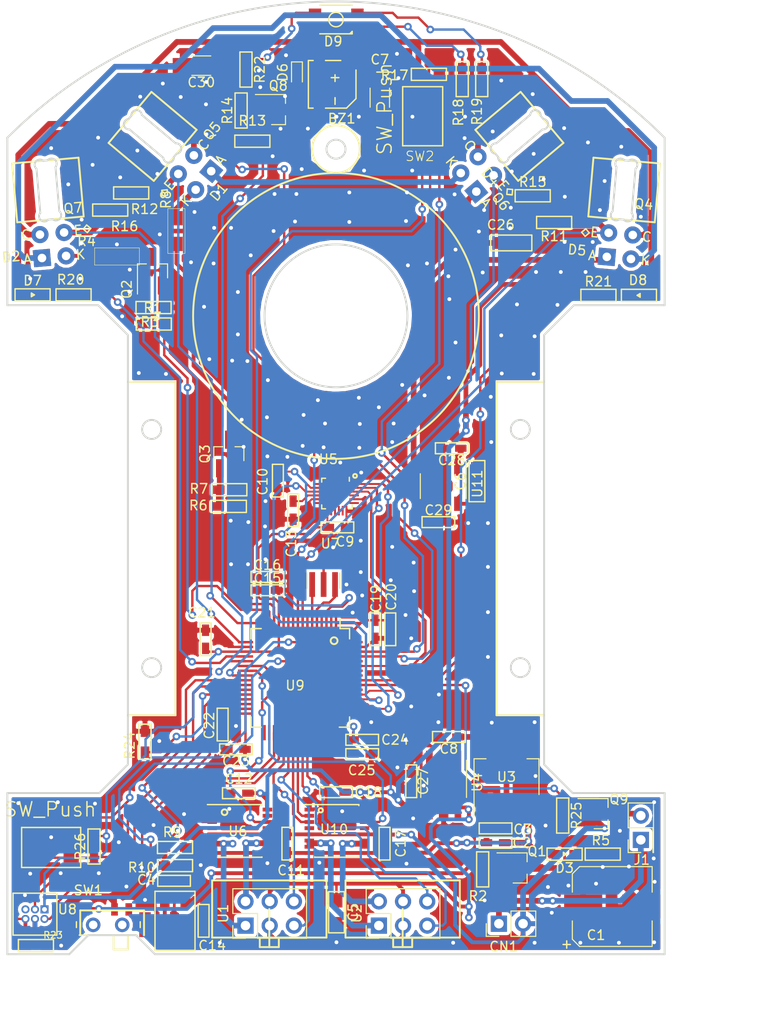
<source format=kicad_pcb>
(kicad_pcb (version 20171130) (host pcbnew "(5.0.0)")
  (layers (0 F.Cu signal) (31 B.Cu signal) (34 B.Paste user) (35 F.Paste user hide) (36 B.SilkS user) (37 F.SilkS user) (38 B.Mask user hide) (39 F.Mask user hide) (44 Edge.Cuts user))
  (net 0 "")
  (net 1 VDD)
  (net 2 "Net-(BZ1-Pad2)")
  (net 3 GND)
  (net 4 VBAT)
  (net 5 VCC)
  (net 6 batt_analog)
  (net 7 "Net-(C13-Pad1)")
  (net 8 "Net-(C14-Pad1)")
  (net 9 "Net-(C22-Pad1)")
  (net 10 "Net-(C25-Pad2)")
  (net 11 "Net-(D1-Pad1)")
  (net 12 "Net-(D2-Pad1)")
  (net 13 "Net-(D3-Pad1)")
  (net 14 "Net-(D7-Pad1)")
  (net 15 led1)
  (net 16 "Net-(D8-Pad1)")
  (net 17 "Net-(D9-Pad1)")
  (net 18 "Net-(D9-Pad4)")
  (net 19 "Net-(D9-Pad3)")
  (net 20 "Net-(J1-Pad2)")
  (net 21 "Net-(Q1-Pad1)")
  (net 22 "Net-(Q2-Pad3)")
  (net 23 "Net-(Q2-Pad1)")
  (net 24 "Net-(Q3-Pad1)")
  (net 25 "Net-(Q3-Pad3)")
  (net 26 sensor0)
  (net 27 sensor2)
  (net 28 sensor1)
  (net 29 sensor3)
  (net 30 "Net-(Q8-Pad1)")
  (net 31 fun)
  (net 32 buzzer_pwm)
  (net 33 push1)
  (net 34 fledred)
  (net 35 boot)
  (net 36 "Net-(R24-Pad1)")
  (net 37 MOTOR_L1)
  (net 38 MOTOR_L2)
  (net 39 enc_LA)
  (net 40 enc_LB)
  (net 41 enc_RB)
  (net 42 enc_RA)
  (net 43 MOTOR_R2)
  (net 44 SD0)
  (net 45 gyro_cs)
  (net 46 SCL)
  (net 47 SDI)
  (net 48 "Net-(U7-Pad1)")
  (net 49 "Net-(U7-Pad3)")
  (net 50 usart3_tx)
  (net 51 usart3_rx)
  (net 52 fledgreen)
  (net 53 led2)
  (net 54 fledblue)
  (net 55 MOTOR_R1)
  (net 56 IN1_L)
  (net 57 IN2_L)
  (net 58 PWM_L)
  (net 59 PWM_R)
  (net 60 IN2_R)
  (net 61 IN1_R)
  (net 62 +3V3)
  (net 63 sensor_paluse_front)
  (net 64 sensor_paluse_side)
  (net 65 "Net-(D1-Pad2)")
  (net 66 "Net-(D2-Pad2)")
  (net 67 push2)
  (net 68 "Net-(BZ1-Pad3)")
  (net 69 fun_power)
  (net 70 "Net-(U4-Pad3)")
  (net 71 "Net-(U5-Pad21)")
  (net 72 "Net-(U5-Pad19)")
  (net 73 "Net-(U5-Pad17)")
  (net 74 "Net-(U5-Pad16)")
  (net 75 "Net-(U5-Pad15)")
  (net 76 "Net-(U5-Pad14)")
  (net 77 "Net-(U5-Pad12)")
  (net 78 "Net-(U5-Pad7)")
  (net 79 "Net-(U5-Pad6)")
  (net 80 "Net-(U5-Pad5)")
  (net 81 "Net-(U5-Pad4)")
  (net 82 "Net-(U5-Pad3)")
  (net 83 "Net-(U5-Pad2)")
  (net 84 "Net-(U5-Pad1)")
  (net 85 "Net-(U6-Pad4)")
  (net 86 "Net-(U6-Pad13)")
  (net 87 "Net-(U8-Pad5)")
  (net 88 "Net-(U9-Pad58)")
  (net 89 "Net-(U9-Pad57)")
  (net 90 "Net-(U9-Pad54)")
  (net 91 "Net-(U9-Pad50)")
  (net 92 "Net-(U9-Pad49)")
  (net 93 "Net-(U9-Pad46)")
  (net 94 "Net-(U9-Pad45)")
  (net 95 "Net-(U9-Pad44)")
  (net 96 "Net-(U9-Pad43)")
  (net 97 "Net-(U9-Pad34)")
  (net 98 "Net-(U9-Pad33)")
  (net 99 "Net-(U9-Pad26)")
  (net 100 "Net-(U9-Pad11)")
  (net 101 "Net-(U9-Pad10)")
  (net 102 "Net-(U9-Pad4)")
  (net 103 "Net-(U9-Pad2)")
  (net 104 "Net-(U10-Pad4)")
  (net 105 "Net-(U10-Pad13)")
  (net 106 "Net-(U11-Pad3)")
  (module mylib:SKRPACE010 (layer F.Cu) (at 72.6 121.5 270)
    (fp_text reference SW3)
    (fp_text value RESET)
    (pad 2 smd rect (at 2.1 1.075 270) (size 1.6 1) (layers F.Cu F.Paste F.Mask) (net 8 "Net-(C14-Pad1)"))
    (pad 2 smd rect (at -2.1 1.075 270) (size 1.6 1) (layers F.Cu F.Paste F.Mask) (net 8 "Net-(C14-Pad1)"))
    (pad 1 smd rect (at 2.1 -1.075 270) (size 1.6 1) (layers F.Cu F.Paste F.Mask) (net 3 GND))
    (pad 1 smd rect (at -2.1 -1.075 270) (size 1.6 1) (layers F.Cu F.Paste F.Mask) (net 3 GND))
  )
  (module mylib:C_0603_HandSoldering_silk (layer F.Cu) (at 82.3 86.8)
    (fp_text reference C15 (at 0 -1.25) (layer F.SilkS))
    (fp_text value 1u)
    (pad 2 smd rect (at 0.95 0) (size 1.2 0.75) (layers F.Cu F.Paste F.Mask) (net 3 GND))
    (pad 1 smd rect (at -0.95 0) (size 1.2 0.75) (layers F.Cu F.Paste F.Mask) (net 1 VDD))
  )
  (module mylib:SKRPACE010 (layer F.Cu) (at 98.6 37.05 270)
    (fp_text reference SW2 (at 4.2 0.3) (layer F.SilkS) (effects (font (thickness 0.1))))
    (fp_text value SW_Push (at -0.775001 4 270) (layer F.SilkS) (effects (font (size 1.5 1.5))))
    (pad 1 smd rect (at -2.1 -1.075 270) (size 1.6 1) (layers F.Cu F.Paste F.Mask) (net 33 push1))
    (pad 1 smd rect (at 2.1 -1.075 270) (size 1.6 1) (layers F.Cu F.Paste F.Mask) (net 33 push1))
    (pad 2 smd rect (at -2.1 1.075 270) (size 1.6 1) (layers F.Cu F.Paste F.Mask) (net 3 GND))
    (pad 2 smd rect (at 2.1 1.075 270) (size 1.6 1) (layers F.Cu F.Paste F.Mask) (net 3 GND))
  )
  (module Capacitors_SMD:C_1206_HandSoldering (layer F.Cu) (at 94.1 35.1 270)
    (fp_text reference C7 (at -4 0) (layer F.SilkS))
    (fp_text value 47u)
    (pad 2 smd rect (at 2 0 270) (size 2 1.6) (layers F.Cu F.Paste F.Mask) (net 3 GND))
    (pad 1 smd rect (at -2 0 270) (size 2 1.6) (layers F.Cu F.Paste F.Mask) (net 1 VDD))
  )
  (module mylib:C_0603_HandSoldering_silk (layer F.Cu) (at 77.6 100.9 270)
    (fp_text reference C22 (at 0.1 1.4 270) (layer F.SilkS))
    (fp_text value 2.2u)
    (pad 1 smd rect (at -0.95 0 270) (size 1.2 0.75) (layers F.Cu F.Paste F.Mask) (net 9 "Net-(C22-Pad1)"))
    (pad 2 smd rect (at 0.95 0 270) (size 1.2 0.75) (layers F.Cu F.Paste F.Mask) (net 3 GND))
  )
  (module mylib:R_0603_HandSoldering_silk (layer F.Cu) (at 72.6 115.7)
    (fp_text reference R10 (at -3.5 0.2) (layer F.SilkS))
    (fp_text value 1k)
    (pad 2 smd rect (at 1.1 0) (size 1.2 0.9) (layers F.Cu F.Paste F.Mask) (net 3 GND))
    (pad 1 smd rect (at -1.1 0) (size 1.2 0.9) (layers F.Cu F.Paste F.Mask) (net 6 batt_analog))
  )
  (module mylib:C_0603_HandSoldering_silk (layer F.Cu) (at 94.6 113.4 270)
    (fp_text reference C17 (at 0 -1.7 270) (layer F.SilkS))
    (fp_text value 10u)
    (pad 2 smd rect (at 0.95 0 270) (size 1.2 0.75) (layers F.Cu F.Paste F.Mask) (net 4 VBAT))
    (pad 1 smd rect (at -0.95 0 270) (size 1.2 0.75) (layers F.Cu F.Paste F.Mask) (net 3 GND))
  )
  (module mylib:CSS-0575A-SMT (layer F.Cu) (at 86.6 31.2 270)
    (fp_text reference BZ1 (at 6.1 -3.5) (layer F.SilkS))
    (fp_text value Bz)
    (pad 3 smd rect (at 0 -4.7) (size 2 1.8) (layers F.Cu F.Paste F.Mask) (net 68 "Net-(BZ1-Pad3)"))
    (pad 2 smd rect (at 5 -1.15) (size 0.8 2.5) (layers F.Cu F.Paste F.Mask) (net 2 "Net-(BZ1-Pad2)"))
    (pad 1 smd rect (at 0 -1.15) (size 0.8 2.5) (layers F.Cu F.Paste F.Mask) (net 1 VDD))
  )
  (module Capacitors_SMD:CP_Elec_8x10.5 (layer F.Cu) (at 118.5 120)
    (fp_text reference C1 (at -1.7 3) (layer F.SilkS))
    (fp_text value 470u)
    (fp_text user + (at -4.78 3.91) (layer F.SilkS))
    (pad 1 smd rect (at -3.05 0 180) (size 4 2.5) (layers F.Cu F.Paste F.Mask) (net 4 VBAT))
    (pad 2 smd rect (at 3.05 0 180) (size 4 2.5) (layers F.Cu F.Paste F.Mask) (net 3 GND))
  )
  (module mylib:C_0603_HandSoldering_silk (layer F.Cu) (at 106.25 113.3 180)
    (fp_text reference C2 (at -2.75 0 180) (layer F.SilkS))
    (fp_text value 10u)
    (pad 2 smd rect (at 0.95 0 180) (size 1.2 0.75) (layers F.Cu F.Paste F.Mask) (net 3 GND))
    (pad 1 smd rect (at -0.95 0 180) (size 1.2 0.75) (layers F.Cu F.Paste F.Mask) (net 4 VBAT))
  )
  (module mylib:C_0603_HandSoldering_silk (layer F.Cu) (at 106.25 111.8 180)
    (fp_text reference C3 (at -2.85 -0.1 180) (layer F.SilkS))
    (fp_text value 22u)
    (pad 1 smd rect (at -0.95 0 180) (size 1.2 0.75) (layers F.Cu F.Paste F.Mask) (net 5 VCC))
    (pad 2 smd rect (at 0.95 0 180) (size 1.2 0.75) (layers F.Cu F.Paste F.Mask) (net 3 GND))
  )
  (module mylib:C_0603_HandSoldering_silk (layer F.Cu) (at 89.65 80.2)
    (fp_text reference C9 (at 0.8 1.5) (layer F.SilkS))
    (fp_text value 0.01u)
    (pad 2 smd rect (at 0.95 0) (size 1.2 0.75) (layers F.Cu F.Paste F.Mask) (net 3 GND))
    (pad 1 smd rect (at -0.95 0) (size 1.2 0.75) (layers F.Cu F.Paste F.Mask) (net 1 VDD))
  )
  (module mylib:C_0603_HandSoldering_silk (layer F.Cu) (at 83.4 75.3 270)
    (fp_text reference C10 (at 0.1 1.6 270) (layer F.SilkS))
    (fp_text value 0.1u)
    (pad 2 smd rect (at 0.95 0 270) (size 1.2 0.75) (layers F.Cu F.Paste F.Mask) (net 3 GND))
    (pad 1 smd rect (at -0.95 0 270) (size 1.2 0.75) (layers F.Cu F.Paste F.Mask) (net 1 VDD))
  )
  (module mylib:C_0603_HandSoldering_silk (layer F.Cu) (at 84.4 113.4 270)
    (fp_text reference C11 (at 2.8 -0.4) (layer F.SilkS))
    (fp_text value 10u)
    (pad 2 smd rect (at 0.95 0 270) (size 1.2 0.75) (layers F.Cu F.Paste F.Mask) (net 4 VBAT))
    (pad 1 smd rect (at -0.95 0 270) (size 1.2 0.75) (layers F.Cu F.Paste F.Mask) (net 3 GND))
  )
  (module mylib:C_0603_HandSoldering_silk (layer F.Cu) (at 79.3 108.1)
    (fp_text reference C12 (at 0 -1.5) (layer F.SilkS))
    (fp_text value 0.1u)
    (pad 2 smd rect (at 0.95 0) (size 1.2 0.75) (layers F.Cu F.Paste F.Mask) (net 1 VDD))
    (pad 1 smd rect (at -0.95 0) (size 1.2 0.75) (layers F.Cu F.Paste F.Mask) (net 3 GND))
  )
  (module mylib:C_0603_HandSoldering_silk (layer F.Cu) (at 85 78.4 270)
    (fp_text reference C13 (at 3.5 0.2 270) (layer F.SilkS))
    (fp_text value 0.1u)
    (pad 1 smd rect (at -0.95 0 270) (size 1.2 0.75) (layers F.Cu F.Paste F.Mask) (net 7 "Net-(C13-Pad1)"))
    (pad 2 smd rect (at 0.95 0 270) (size 1.2 0.75) (layers F.Cu F.Paste F.Mask) (net 3 GND))
  )
  (module mylib:C_0603_HandSoldering_silk (layer F.Cu) (at 75.6 121.5 270)
    (fp_text reference C14 (at 2.6 -0.9) (layer F.SilkS))
    (fp_text value 0.1u)
    (pad 2 smd rect (at 0.95 0 270) (size 1.2 0.75) (layers F.Cu F.Paste F.Mask) (net 3 GND))
    (pad 1 smd rect (at -0.95 0 270) (size 1.2 0.75) (layers F.Cu F.Paste F.Mask) (net 8 "Net-(C14-Pad1)"))
  )
  (module mylib:C_0603_HandSoldering_silk (layer F.Cu) (at 82.3 85.4)
    (fp_text reference C16 (at 0 -1.25) (layer F.SilkS))
    (fp_text value 0.1u)
    (pad 1 smd rect (at -0.95 0) (size 1.2 0.75) (layers F.Cu F.Paste F.Mask) (net 1 VDD))
    (pad 2 smd rect (at 0.95 0) (size 1.2 0.75) (layers F.Cu F.Paste F.Mask) (net 3 GND))
  )
  (module mylib:C_0603_HandSoldering_silk (layer F.Cu) (at 89.5 108)
    (fp_text reference C18 (at 3.4 0) (layer F.SilkS))
    (fp_text value 0.1u)
    (pad 1 smd rect (at -0.95 0) (size 1.2 0.75) (layers F.Cu F.Paste F.Mask) (net 3 GND))
    (pad 2 smd rect (at 0.95 0) (size 1.2 0.75) (layers F.Cu F.Paste F.Mask) (net 1 VDD))
  )
  (module mylib:C_0603_HandSoldering_silk (layer F.Cu) (at 93.6 90.9 270)
    (fp_text reference C19 (at -3.2 -0.1 270) (layer F.SilkS))
    (fp_text value 4.7u)
    (pad 1 smd rect (at -0.95 0 270) (size 1.2 0.75) (layers F.Cu F.Paste F.Mask) (net 1 VDD))
    (pad 2 smd rect (at 0.95 0 270) (size 1.2 0.75) (layers F.Cu F.Paste F.Mask) (net 3 GND))
  )
  (module mylib:C_0603_HandSoldering_silk (layer F.Cu) (at 95.2 90.9 270)
    (fp_text reference C20 (at -3.4 -0.1 270) (layer F.SilkS))
    (fp_text value 0.1u)
    (pad 2 smd rect (at 0.95 0 270) (size 1.2 0.75) (layers F.Cu F.Paste F.Mask) (net 3 GND))
    (pad 1 smd rect (at -0.95 0 270) (size 1.2 0.75) (layers F.Cu F.Paste F.Mask) (net 1 VDD))
  )
  (module mylib:C_0603_HandSoldering_silk (layer F.Cu) (at 75.81 91.95 90)
    (fp_text reference C21 (at 2.8 -0.4 180) (layer F.SilkS))
    (fp_text value 0.1u)
    (pad 2 smd rect (at 0.95 0 90) (size 1.2 0.75) (layers F.Cu F.Paste F.Mask) (net 3 GND))
    (pad 1 smd rect (at -0.95 0 90) (size 1.2 0.75) (layers F.Cu F.Paste F.Mask) (net 1 VDD))
  )
  (module mylib:C_0603_HandSoldering_silk (layer F.Cu) (at 79 103.5 180)
    (fp_text reference C23 (at 0 -1.25 180) (layer F.SilkS))
    (fp_text value 0.1u)
    (pad 1 smd rect (at -0.95 0 180) (size 1.2 0.75) (layers F.Cu F.Paste F.Mask) (net 1 VDD))
    (pad 2 smd rect (at 0.95 0 180) (size 1.2 0.75) (layers F.Cu F.Paste F.Mask) (net 3 GND))
  )
  (module mylib:C_0603_HandSoldering_silk (layer F.Cu) (at 92.25 102.5 180)
    (fp_text reference C24 (at -3.45 0 180) (layer F.SilkS))
    (fp_text value 0.1u)
    (pad 2 smd rect (at 0.95 0 180) (size 1.2 0.75) (layers F.Cu F.Paste F.Mask) (net 1 VDD))
    (pad 1 smd rect (at -0.95 0 180) (size 1.2 0.75) (layers F.Cu F.Paste F.Mask) (net 3 GND))
  )
  (module mylib:C_0603_HandSoldering_silk (layer F.Cu) (at 92.25 104 180)
    (fp_text reference C25 (at 0.05 -1.7 180) (layer F.SilkS))
    (fp_text value 2.2u)
    (pad 1 smd rect (at -0.95 0 180) (size 1.2 0.75) (layers F.Cu F.Paste F.Mask) (net 3 GND))
    (pad 2 smd rect (at 0.95 0 180) (size 1.2 0.75) (layers F.Cu F.Paste F.Mask) (net 10 "Net-(C25-Pad2)"))
  )
  (module Pin_Headers:Pin_Header_Straight_1x02_Pitch2.54mm (layer F.Cu) (at 106.6 121.8 90)
    (fp_text reference CN1 (at -2.4 0.5 180) (layer F.SilkS))
    (fp_text value CONNECT)
    (pad 2 thru_hole oval (at 0 2.54 90) (size 1.7 1.7) (drill 1) (layers *.Cu *.Mask) (net 3 GND))
    (pad 1 thru_hole rect (at 0 0 90) (size 1.7 1.7) (drill 1) (layers *.Cu *.Mask) (net 69 fun_power))
  )
  (module mylib:IRED_D5.0mm_angled (layer F.Cu) (at 75.6 43.8 230)
    (fp_text reference D1 (at -0.109207 -1.997016 230) (layer F.SilkS))
    (fp_text value LED_ALT)
    (fp_text user K (at 2.793999 0.02 230) (layer F.SilkS))
    (fp_text user A (at -2.794 0.02 230) (layer F.SilkS))
    (pad 2 thru_hole rect (at -1.27 0.02 230) (size 1.8 1.8) (drill 0.9) (layers *.Cu *.Mask) (net 65 "Net-(D1-Pad2)"))
    (pad 1 thru_hole circle (at 1.27 0.02 230) (size 1.8 1.8) (drill 0.9) (layers *.Cu *.Mask) (net 11 "Net-(D1-Pad1)"))
  )
  (module mylib:IRED_D5.0mm_angled (layer F.Cu) (at 59.9 51.8 5)
    (fp_text reference D2 (at -4.482876 -0.392201 5) (layer F.SilkS))
    (fp_text value LED_ALT)
    (fp_text user A (at -2.794 0.02 5) (layer F.SilkS))
    (fp_text user K (at 2.794 0.02 5) (layer F.SilkS))
    (pad 1 thru_hole circle (at 1.27 0.02 5) (size 1.8 1.8) (drill 0.9) (layers *.Cu *.Mask) (net 12 "Net-(D2-Pad1)"))
    (pad 2 thru_hole rect (at -1.27 0.02 5) (size 1.8 1.8) (drill 0.9) (layers *.Cu *.Mask) (net 66 "Net-(D2-Pad2)"))
  )
  (module mylib:LED_0603_HandSoldering_silk (layer F.Cu) (at 113.5 114.5 180)
    (fp_text reference D3 (at 0 -1.45 180) (layer F.SilkS))
    (fp_text value LED)
    (pad 1 smd rect (at -1.1 0 180) (size 1.2 0.9) (layers F.Cu F.Paste F.Mask) (net 13 "Net-(D3-Pad1)"))
    (pad 2 smd rect (at 1.1 0 180) (size 1.2 0.9) (layers F.Cu F.Paste F.Mask) (net 4 VBAT))
  )
  (module mylib:IRED_D5.0mm_angled (layer F.Cu) (at 103.4 44 130)
    (fp_text reference D4 (at -1.018785 2.147575 130) (layer F.SilkS))
    (fp_text value LED_ALT)
    (fp_text user K (at 2.794 0.02 130) (layer F.SilkS))
    (fp_text user A (at -2.793999 0.02 130) (layer F.SilkS))
    (pad 2 thru_hole rect (at -1.27 0.02 130) (size 1.8 1.8) (drill 0.9) (layers *.Cu *.Mask) (net 62 +3V3))
    (pad 1 thru_hole circle (at 1.27 0.02 130) (size 1.8 1.8) (drill 0.9) (layers *.Cu *.Mask) (net 65 "Net-(D1-Pad2)"))
  )
  (module mylib:IRED_D5.0mm_angled (layer F.Cu) (at 119.2 51.9 355)
    (fp_text reference D5 (at -4.452981 -0.41347 355) (layer F.SilkS))
    (fp_text value LED_ALT)
    (fp_text user A (at -2.794 0.02 355) (layer F.SilkS))
    (fp_text user K (at 2.794 0.02 355) (layer F.SilkS))
    (pad 1 thru_hole circle (at 1.27 0.02 355) (size 1.8 1.8) (drill 0.9) (layers *.Cu *.Mask) (net 66 "Net-(D2-Pad2)"))
    (pad 2 thru_hole rect (at -1.27 0.02 355) (size 1.8 1.8) (drill 0.9) (layers *.Cu *.Mask) (net 62 +3V3))
  )
  (module Diodes_SMD:D_0603 (layer F.Cu) (at 85.4 32.65 270)
    (fp_text reference D6 (at -0.2 1.5 270) (layer F.SilkS))
    (fp_text value D)
    (pad 2 smd rect (at 0.85 0 270) (size 0.6 0.8) (layers F.Cu F.Paste F.Mask) (net 2 "Net-(BZ1-Pad2)"))
    (pad 1 smd rect (at -0.85 0 270) (size 0.6 0.8) (layers F.Cu F.Paste F.Mask) (net 1 VDD))
  )
  (module mylib:LED_0603_HandSoldering_silk (layer F.Cu) (at 57.65 55.8 180)
    (fp_text reference D7 (at 0 1.5 180) (layer F.SilkS))
    (fp_text value LED)
    (pad 2 smd rect (at 1.1 0 180) (size 1.2 0.9) (layers F.Cu F.Paste F.Mask) (net 1 VDD))
    (pad 1 smd rect (at -1.1 0 180) (size 1.2 0.9) (layers F.Cu F.Paste F.Mask) (net 14 "Net-(D7-Pad1)"))
  )
  (module mylib:LED_0603_HandSoldering_silk (layer F.Cu) (at 121.3 55.85)
    (fp_text reference D8 (at -0.1 -1.6) (layer F.SilkS))
    (fp_text value LED)
    (pad 2 smd rect (at 1.1 0) (size 1.2 0.9) (layers F.Cu F.Paste F.Mask) (net 1 VDD))
    (pad 1 smd rect (at -1.1 0) (size 1.2 0.9) (layers F.Cu F.Paste F.Mask) (net 16 "Net-(D8-Pad1)"))
  )
  (module mylib:LATBT66B (layer F.Cu) (at 91.2 28.4 90)
    (fp_text reference D9 (at -0.8 -2) (layer F.SilkS))
    (fp_text value LATBT66B)
    (pad 3 smd rect (at 2.2 -3.9 90) (size 0.9 1.3) (layers F.Cu F.Paste F.Mask) (net 19 "Net-(D9-Pad3)"))
    (pad 2 smd rect (at 0.8 -3.9 90) (size 0.9 1.3) (layers F.Cu F.Paste F.Mask) (net 1 VDD))
    (pad 4 smd rect (at 2.2 0.55 90) (size 0.9 1.3) (layers F.Cu F.Paste F.Mask) (net 18 "Net-(D9-Pad4)"))
    (pad 1 smd rect (at 0.75 0.55 90) (size 0.9 1.3) (layers F.Cu F.Paste F.Mask) (net 17 "Net-(D9-Pad1)"))
  )
  (module TO_SOT_Packages_SMD:SOT-23_Handsoldering (layer F.Cu) (at 108.8 115.95)
    (fp_text reference Q1 (at 1.8 -1.75) (layer F.SilkS))
    (fp_text value IRLML6402)
    (pad 3 smd rect (at 1.5 0) (size 1.9 0.8) (layers F.Cu F.Paste F.Mask) (net 4 VBAT))
    (pad 2 smd rect (at -1.5 0.95) (size 1.9 0.8) (layers F.Cu F.Paste F.Mask) (net 69 fun_power))
    (pad 1 smd rect (at -1.5 -0.95) (size 1.9 0.8) (layers F.Cu F.Paste F.Mask) (net 21 "Net-(Q1-Pad1)"))
  )
  (module TO_SOT_Packages_SMD:SOT-23_Handsoldering (layer F.Cu) (at 70.24 53.31 90)
    (fp_text reference Q2 (at -1.9 -2.7 90) (layer F.SilkS))
    (fp_text value 2N7002)
    (pad 1 smd rect (at -1.5 -0.95 90) (size 1.9 0.8) (layers F.Cu F.Paste F.Mask) (net 23 "Net-(Q2-Pad1)"))
    (pad 2 smd rect (at -1.5 0.95 90) (size 1.9 0.8) (layers F.Cu F.Paste F.Mask) (net 3 GND))
    (pad 3 smd rect (at 1.5 0 90) (size 1.9 0.8) (layers F.Cu F.Paste F.Mask) (net 22 "Net-(Q2-Pad3)"))
  )
  (module TO_SOT_Packages_SMD:SOT-23_Handsoldering (layer F.Cu) (at 78.25 72.5 90)
    (fp_text reference Q3 (at 0 -2.5 90) (layer F.SilkS))
    (fp_text value 2N7002)
    (pad 3 smd rect (at 1.5 0 90) (size 1.9 0.8) (layers F.Cu F.Paste F.Mask) (net 25 "Net-(Q3-Pad3)"))
    (pad 2 smd rect (at -1.5 0.95 90) (size 1.9 0.8) (layers F.Cu F.Paste F.Mask) (net 3 GND))
    (pad 1 smd rect (at -1.5 -0.95 90) (size 1.9 0.8) (layers F.Cu F.Paste F.Mask) (net 24 "Net-(Q3-Pad1)"))
  )
  (module mylib:ST-1KL3A (layer F.Cu) (at 119.6 49.3 175)
    (fp_text reference Q4 (at -1.930161 3.180327 175) (layer F.SilkS))
    (fp_text value Q_Photo_NPN)
    (fp_text user C (at -2.55 -0.2 175) (layer F.SilkS))
    (fp_text user E (at 2.950001 -0.2 175) (layer F.SilkS))
    (pad 2 thru_hole circle (at 1.47 -0.12 175) (size 1.8 1.8) (drill 0.9) (layers *.Cu *.Mask) (net 26 sensor0))
    (pad 1 thru_hole circle (at -1.07 -0.12 175) (size 1.8 1.8) (drill 0.9) (layers *.Cu *.Mask) (net 1 VDD))
  )
  (module mylib:ST-1KL3A (layer F.Cu) (at 73.8 41.9 230)
    (fp_text reference Q5 (at -4.263473 0.052879 230) (layer F.SilkS))
    (fp_text value Q_Photo_NPN)
    (fp_text user E (at 2.950001 -0.2 230) (layer F.SilkS))
    (fp_text user C (at -2.55 -0.2 230) (layer F.SilkS))
    (pad 1 thru_hole circle (at -1.07 -0.12 230) (size 1.8 1.8) (drill 0.9) (layers *.Cu *.Mask) (net 1 VDD))
    (pad 2 thru_hole circle (at 1.47 -0.12 230) (size 1.8 1.8) (drill 0.9) (layers *.Cu *.Mask) (net 27 sensor2))
  )
  (module mylib:ST-1KL3A (layer F.Cu) (at 105 42.2 310)
    (fp_text reference Q6 (at 4.067987 1.063713 310) (layer F.SilkS))
    (fp_text value Q_Photo_NPN)
    (fp_text user C (at -2.55 -0.2 310) (layer F.SilkS))
    (fp_text user E (at 2.95 -0.199999 310) (layer F.SilkS))
    (pad 2 thru_hole circle (at 1.47 -0.12 310) (size 1.8 1.8) (drill 0.9) (layers *.Cu *.Mask) (net 28 sensor1))
    (pad 1 thru_hole circle (at -1.07 -0.12 310) (size 1.8 1.8) (drill 0.9) (layers *.Cu *.Mask) (net 1 VDD))
  )
  (module mylib:ST-1KL3A (layer F.Cu) (at 59.5 49.5 5)
    (fp_text reference Q7 (at 2.634903 -2.580171 5) (layer F.SilkS))
    (fp_text value Q_Photo_NPN)
    (fp_text user E (at 2.95 -0.2 5) (layer F.SilkS))
    (fp_text user C (at -2.55 -0.2 5) (layer F.SilkS))
    (pad 1 thru_hole circle (at -1.07 -0.12 5) (size 1.8 1.8) (drill 0.9) (layers *.Cu *.Mask) (net 1 VDD))
    (pad 2 thru_hole circle (at 1.47 -0.12 5) (size 1.8 1.8) (drill 0.9) (layers *.Cu *.Mask) (net 29 sensor3))
  )
  (module TO_SOT_Packages_SMD:SOT-23_Handsoldering (layer F.Cu) (at 83.44 36.35)
    (fp_text reference Q8 (at 0 -2.5) (layer F.SilkS))
    (fp_text value 2N7002)
    (pad 3 smd rect (at 1.5 0) (size 1.9 0.8) (layers F.Cu F.Paste F.Mask) (net 2 "Net-(BZ1-Pad2)"))
    (pad 2 smd rect (at -1.5 0.95) (size 1.9 0.8) (layers F.Cu F.Paste F.Mask) (net 3 GND))
    (pad 1 smd rect (at -1.5 -0.95) (size 1.9 0.8) (layers F.Cu F.Paste F.Mask) (net 30 "Net-(Q8-Pad1)"))
  )
  (module TO_SOT_Packages_SMD:SOT-23_Handsoldering (layer F.Cu) (at 117.3 110.25)
    (fp_text reference Q9 (at 1.9 -1.5) (layer F.SilkS))
    (fp_text value 2N7002)
    (pad 1 smd rect (at -1.5 -0.95) (size 1.9 0.8) (layers F.Cu F.Paste F.Mask) (net 31 fun))
    (pad 2 smd rect (at -1.5 0.95) (size 1.9 0.8) (layers F.Cu F.Paste F.Mask) (net 3 GND))
    (pad 3 smd rect (at 1.5 0) (size 1.9 0.8) (layers F.Cu F.Paste F.Mask) (net 20 "Net-(J1-Pad2)"))
  )
  (module mylib:R_0603_HandSoldering_silk (layer F.Cu) (at 70.37 58.86)
    (fp_text reference R1 (at -0.1 -1.7) (layer F.SilkS))
    (fp_text value 330)
    (pad 2 smd rect (at 1.1 0) (size 1.2 0.9) (layers F.Cu F.Paste F.Mask) (net 63 sensor_paluse_front))
    (pad 1 smd rect (at -1.1 0) (size 1.2 0.9) (layers F.Cu F.Paste F.Mask) (net 23 "Net-(Q2-Pad1)"))
  )
  (module mylib:R_0603_HandSoldering_silk (layer F.Cu) (at 104.9 116.1 270)
    (fp_text reference R2 (at 2.8 0.5) (layer F.SilkS))
    (fp_text value 10k)
    (pad 2 smd rect (at 1.1 0 270) (size 1.2 0.9) (layers F.Cu F.Paste F.Mask) (net 69 fun_power))
    (pad 1 smd rect (at -1.1 0 270) (size 1.2 0.9) (layers F.Cu F.Paste F.Mask) (net 21 "Net-(Q1-Pad1)"))
  )
  (module mylib:R_0603_HandSoldering_silk (layer F.Cu) (at 70.35 57.13)
    (fp_text reference R3 (at -0.4 1.5) (layer F.SilkS))
    (fp_text value 10k)
    (pad 1 smd rect (at -1.1 0) (size 1.2 0.9) (layers F.Cu F.Paste F.Mask) (net 23 "Net-(Q2-Pad1)"))
    (pad 2 smd rect (at 1.1 0) (size 1.2 0.9) (layers F.Cu F.Paste F.Mask) (net 3 GND))
  )
  (module mylib:R_0805_HandSoldering_silk (layer F.Cu) (at 66.51 51.77)
    (fp_text reference R4 (at -3.2 -1.6) (layer F.SilkS))
    (fp_text value R)
    (pad 1 smd rect (at -1.35 0) (size 1.5 1.3) (layers F.Cu F.Paste F.Mask) (net 12 "Net-(D2-Pad1)"))
    (pad 2 smd rect (at 1.35 0) (size 1.5 1.3) (layers F.Cu F.Paste F.Mask) (net 22 "Net-(Q2-Pad3)"))
  )
  (module mylib:R_0603_HandSoldering_silk (layer F.Cu) (at 117.5 114.5)
    (fp_text reference R5 (at -0.2 -1.45) (layer F.SilkS))
    (fp_text value 2.2k)
    (pad 2 smd rect (at 1.1 0) (size 1.2 0.9) (layers F.Cu F.Paste F.Mask) (net 3 GND))
    (pad 1 smd rect (at -1.1 0) (size 1.2 0.9) (layers F.Cu F.Paste F.Mask) (net 13 "Net-(D3-Pad1)"))
  )
  (module mylib:R_0603_HandSoldering_silk (layer F.Cu) (at 78.25 78)
    (fp_text reference R6 (at -3.2 -0.1) (layer F.SilkS))
    (fp_text value 330)
    (pad 1 smd rect (at -1.1 0) (size 1.2 0.9) (layers F.Cu F.Paste F.Mask) (net 24 "Net-(Q3-Pad1)"))
    (pad 2 smd rect (at 1.1 0) (size 1.2 0.9) (layers F.Cu F.Paste F.Mask) (net 64 sensor_paluse_side))
  )
  (module mylib:R_0603_HandSoldering_silk (layer F.Cu) (at 78.3 76.25)
    (fp_text reference R7 (at -3.2 -0.1) (layer F.SilkS))
    (fp_text value 10k)
    (pad 2 smd rect (at 1.1 0) (size 1.2 0.9) (layers F.Cu F.Paste F.Mask) (net 3 GND))
    (pad 1 smd rect (at -1.1 0) (size 1.2 0.9) (layers F.Cu F.Paste F.Mask) (net 24 "Net-(Q3-Pad1)"))
  )
  (module mylib:R_0805_HandSoldering_silk (layer F.Cu) (at 72.75 49.1 270)
    (fp_text reference R8 (at -3.3 1.1 270) (layer F.SilkS))
    (fp_text value R)
    (pad 1 smd rect (at -1.35 0 270) (size 1.5 1.3) (layers F.Cu F.Paste F.Mask) (net 11 "Net-(D1-Pad1)"))
    (pad 2 smd rect (at 1.35 0 270) (size 1.5 1.3) (layers F.Cu F.Paste F.Mask) (net 25 "Net-(Q3-Pad3)"))
  )
  (module mylib:R_0603_HandSoldering_silk (layer F.Cu) (at 112.4 48.2 180)
    (fp_text reference R11 (at 0 -1.45 180) (layer F.SilkS))
    (fp_text value 1k)
    (pad 1 smd rect (at -1.1 0 180) (size 1.2 0.9) (layers F.Cu F.Paste F.Mask) (net 26 sensor0))
    (pad 2 smd rect (at 1.1 0 180) (size 1.2 0.9) (layers F.Cu F.Paste F.Mask) (net 3 GND))
  )
  (module mylib:R_0603_HandSoldering_silk (layer F.Cu) (at 68 45.1 180)
    (fp_text reference R12 (at -1.4 -1.7 180) (layer F.SilkS))
    (fp_text value 1k)
    (pad 1 smd rect (at -1.1 0 180) (size 1.2 0.9) (layers F.Cu F.Paste F.Mask) (net 27 sensor2))
    (pad 2 smd rect (at 1.1 0 180) (size 1.2 0.9) (layers F.Cu F.Paste F.Mask) (net 3 GND))
  )
  (module mylib:R_0603_HandSoldering_silk (layer F.Cu) (at 80.72 39.67)
    (fp_text reference R13 (at 0 -2.15) (layer F.SilkS))
    (fp_text value 510)
    (pad 2 smd rect (at 1.1 0) (size 1.2 0.9) (layers F.Cu F.Paste F.Mask) (net 32 buzzer_pwm))
    (pad 1 smd rect (at -1.1 0) (size 1.2 0.9) (layers F.Cu F.Paste F.Mask) (net 30 "Net-(Q8-Pad1)"))
  )
  (module mylib:R_0603_HandSoldering_silk (layer F.Cu) (at 79.54 36.45 90)
    (fp_text reference R14 (at 0 -1.45 90) (layer F.SilkS))
    (fp_text value 10k)
    (pad 2 smd rect (at 1.1 0 90) (size 1.2 0.9) (layers F.Cu F.Paste F.Mask) (net 30 "Net-(Q8-Pad1)"))
    (pad 1 smd rect (at -1.1 0 90) (size 1.2 0.9) (layers F.Cu F.Paste F.Mask) (net 3 GND))
  )
  (module mylib:R_0603_HandSoldering_silk (layer F.Cu) (at 110.15 45.4)
    (fp_text reference R15 (at 0 -1.45) (layer F.SilkS))
    (fp_text value 1k)
    (pad 2 smd rect (at 1.1 0) (size 1.2 0.9) (layers F.Cu F.Paste F.Mask) (net 3 GND))
    (pad 1 smd rect (at -1.1 0) (size 1.2 0.9) (layers F.Cu F.Paste F.Mask) (net 28 sensor1))
  )
  (module mylib:R_0603_HandSoldering_silk (layer F.Cu) (at 65.8 46.9)
    (fp_text reference R16 (at 1.5 1.7) (layer F.SilkS))
    (fp_text value 1k)
    (pad 2 smd rect (at 1.1 0) (size 1.2 0.9) (layers F.Cu F.Paste F.Mask) (net 3 GND))
    (pad 1 smd rect (at -1.1 0) (size 1.2 0.9) (layers F.Cu F.Paste F.Mask) (net 29 sensor3))
  )
  (module mylib:R_0603_HandSoldering_silk (layer F.Cu) (at 99.25 32.65 180)
    (fp_text reference R17 (at 3.6 -0.1 180) (layer F.SilkS))
    (fp_text value 10k)
    (pad 1 smd rect (at -1.1 0 180) (size 1.2 0.9) (layers F.Cu F.Paste F.Mask) (net 33 push1))
    (pad 2 smd rect (at 1.1 0 180) (size 1.2 0.9) (layers F.Cu F.Paste F.Mask) (net 1 VDD))
  )
  (module mylib:R_0603_HandSoldering_silk (layer F.Cu) (at 102.75 33.15 270)
    (fp_text reference R18 (at 3.5 0.4 270) (layer F.SilkS))
    (fp_text value 1k)
    (pad 1 smd rect (at -1.1 0 270) (size 1.2 0.9) (layers F.Cu F.Paste F.Mask) (net 17 "Net-(D9-Pad1)"))
    (pad 2 smd rect (at 1.1 0 270) (size 1.2 0.9) (layers F.Cu F.Paste F.Mask) (net 34 fledred))
  )
  (module mylib:R_0603_HandSoldering_silk (layer F.Cu) (at 104.8 33.15 270)
    (fp_text reference R19 (at 3.4 0.5 270) (layer F.SilkS))
    (fp_text value 1k)
    (pad 2 smd rect (at 1.1 0 270) (size 1.2 0.9) (layers F.Cu F.Paste F.Mask) (net 52 fledgreen))
    (pad 1 smd rect (at -1.1 0 270) (size 1.2 0.9) (layers F.Cu F.Paste F.Mask) (net 18 "Net-(D9-Pad4)"))
  )
  (module mylib:R_0603_HandSoldering_silk (layer F.Cu) (at 61.95 55.8 180)
    (fp_text reference R20 (at 0.3 1.6 180) (layer F.SilkS))
    (fp_text value 1k)
    (pad 2 smd rect (at 1.1 0 180) (size 1.2 0.9) (layers F.Cu F.Paste F.Mask) (net 14 "Net-(D7-Pad1)"))
    (pad 1 smd rect (at -1.1 0 180) (size 1.2 0.9) (layers F.Cu F.Paste F.Mask) (net 15 led1))
  )
  (module mylib:R_0603_HandSoldering_silk (layer F.Cu) (at 117.05 55.85)
    (fp_text reference R21 (at 0 -1.45) (layer F.SilkS))
    (fp_text value 1k)
    (pad 1 smd rect (at -1.1 0) (size 1.2 0.9) (layers F.Cu F.Paste F.Mask) (net 53 led2))
    (pad 2 smd rect (at 1.1 0) (size 1.2 0.9) (layers F.Cu F.Paste F.Mask) (net 16 "Net-(D8-Pad1)"))
  )
  (module mylib:R_0603_HandSoldering_silk (layer F.Cu) (at 80.05 32.15 270)
    (fp_text reference R22 (at 0 -1.45 270) (layer F.SilkS))
    (fp_text value 1k)
    (pad 1 smd rect (at -1.1 0 270) (size 1.2 0.9) (layers F.Cu F.Paste F.Mask) (net 19 "Net-(D9-Pad3)"))
    (pad 2 smd rect (at 1.1 0 270) (size 1.2 0.9) (layers F.Cu F.Paste F.Mask) (net 54 fledblue))
  )
  (module mylib:R_0603_HandSoldering_silk (layer F.Cu) (at 58 124.1)
    (fp_text reference R23 (at 1.8 -1.1) (layer F.SilkS) (effects (font (size 0.7 0.7) (thickness 0.12))))
    (fp_text value 10k)
    (pad 1 smd rect (at -1.1 0) (size 1.2 0.9) (layers F.Cu F.Paste F.Mask) (net 35 boot))
    (pad 2 smd rect (at 1.1 0) (size 1.2 0.9) (layers F.Cu F.Paste F.Mask) (net 3 GND))
  )
  (module mylib:R_0603_HandSoldering_silk (layer F.Cu) (at 69.45 102.7 90)
    (fp_text reference R24 (at -0.4 -1.6 90) (layer F.SilkS))
    (fp_text value 56k)
    (pad 1 smd rect (at -1.1 0 90) (size 1.2 0.9) (layers F.Cu F.Paste F.Mask) (net 36 "Net-(R24-Pad1)"))
    (pad 2 smd rect (at 1.1 0 90) (size 1.2 0.9) (layers F.Cu F.Paste F.Mask) (net 3 GND))
  )
  (module mylib:R_0603_HandSoldering_silk (layer F.Cu) (at 113.3 110.45 270)
    (fp_text reference R25 (at 0 -1.45 270) (layer F.SilkS))
    (fp_text value 10k)
    (pad 2 smd rect (at 1.1 0 270) (size 1.2 0.9) (layers F.Cu F.Paste F.Mask) (net 3 GND))
    (pad 1 smd rect (at -1.1 0 270) (size 1.2 0.9) (layers F.Cu F.Paste F.Mask) (net 31 fun))
  )
  (module mylib:PCM12SMTR (layer F.Cu) (at 63.25 120.4)
    (fp_text reference SW1 (at 0.25 -2.1) (layer F.SilkS))
    (fp_text value SW_SPST)
    (pad "" thru_hole circle (at 0.762 1.524) (size 1.524 1.524) (drill 0.9) (layers *.Cu *.Mask))
    (pad "" thru_hole circle (at 3.81 1.524) (size 1.524 1.524) (drill 0.9) (layers *.Cu *.Mask))
    (pad 4 smd rect (at -1.5 2.4 90) (size 0.8 1.2) (layers F.Cu F.Paste F.Mask))
    (pad 4 smd rect (at 6.2 2.4 90) (size 0.8 1.2) (layers F.Cu F.Paste F.Mask))
    (pad 4 smd rect (at -1.5 0.6 90) (size 0.8 1.2) (layers F.Cu F.Paste F.Mask))
    (pad 4 smd rect (at 6.2 0.6 90) (size 0.8 1.2) (layers F.Cu F.Paste F.Mask))
    (pad 3 smd rect (at 4.5 -0.1) (size 0.7 1.3) (layers F.Cu F.Paste F.Mask))
    (pad 2 smd rect (at 3 -0.1) (size 0.7 1.3) (layers F.Cu F.Paste F.Mask) (net 3 GND))
    (pad 1 smd rect (at 0 -0.1) (size 0.7 1.3) (layers F.Cu F.Paste F.Mask) (net 21 "Net-(Q1-Pad1)"))
  )
  (module Pin_Headers:Pin_Header_Straight_2x03_Pitch2.54mm (layer F.Cu) (at 80 122 90)
    (fp_text reference U1 (at 1.27 -2.33 90) (layer F.SilkS))
    (fp_text value 1717_ie2_1024)
    (pad 6 thru_hole oval (at 2.54 5.08 90) (size 1.7 1.7) (drill 1) (layers *.Cu *.Mask) (net 40 enc_LB))
    (pad 5 thru_hole oval (at 0 5.08 90) (size 1.7 1.7) (drill 1) (layers *.Cu *.Mask) (net 39 enc_LA))
    (pad 4 thru_hole oval (at 2.54 2.54 90) (size 1.7 1.7) (drill 1) (layers *.Cu *.Mask) (net 5 VCC))
    (pad 3 thru_hole oval (at 0 2.54 90) (size 1.7 1.7) (drill 1) (layers *.Cu *.Mask) (net 3 GND))
    (pad 2 thru_hole oval (at 2.54 0 90) (size 1.7 1.7) (drill 1) (layers *.Cu *.Mask) (net 38 MOTOR_L2))
    (pad 1 thru_hole rect (at 0 0 90) (size 1.7 1.7) (drill 1) (layers *.Cu *.Mask) (net 37 MOTOR_L1))
  )
  (module Pin_Headers:Pin_Header_Straight_2x03_Pitch2.54mm (layer F.Cu) (at 94 122 90)
    (fp_text reference U2 (at 1.27 -2.33 90) (layer F.SilkS))
    (fp_text value 1717_ie2_1024)
    (pad 1 thru_hole rect (at 0 0 90) (size 1.7 1.7) (drill 1) (layers *.Cu *.Mask) (net 55 MOTOR_R1))
    (pad 2 thru_hole oval (at 2.54 0 90) (size 1.7 1.7) (drill 1) (layers *.Cu *.Mask) (net 43 MOTOR_R2))
    (pad 3 thru_hole oval (at 0 2.54 90) (size 1.7 1.7) (drill 1) (layers *.Cu *.Mask) (net 3 GND))
    (pad 4 thru_hole oval (at 2.54 2.54 90) (size 1.7 1.7) (drill 1) (layers *.Cu *.Mask) (net 5 VCC))
    (pad 5 thru_hole oval (at 0 5.08 90) (size 1.7 1.7) (drill 1) (layers *.Cu *.Mask) (net 42 enc_RA))
    (pad 6 thru_hole oval (at 2.54 5.08 90) (size 1.7 1.7) (drill 1) (layers *.Cu *.Mask) (net 41 enc_RB))
  )
  (module TO_SOT_Packages_SMD:SOT-223 (layer F.Cu) (at 107.4 106.4 90)
    (fp_text reference U3 (at 0 0 180) (layer F.SilkS))
    (fp_text value AZ1117-5.0)
    (pad 4 smd rect (at 3.15 0 90) (size 2 3.8) (layers F.Cu F.Paste F.Mask) (net 5 VCC))
    (pad 2 smd rect (at -3.15 0 90) (size 2 1.5) (layers F.Cu F.Paste F.Mask) (net 5 VCC))
    (pad 3 smd rect (at -3.15 2.3 90) (size 2 1.5) (layers F.Cu F.Paste F.Mask) (net 4 VBAT))
    (pad 1 smd rect (at -3.15 -2.3 90) (size 2 1.5) (layers F.Cu F.Paste F.Mask) (net 3 GND))
  )
  (module mylib:QFN-24_3x3mm_Pitch0.4mm_silk (layer F.Cu) (at 89.6 76.65 270)
    (fp_text reference U5 (at -3.6 0.9) (layer F.SilkS))
    (fp_text value MPU-6500)
    (pad 24 smd rect (at -1 -1.8) (size 1 0.2) (layers F.Cu F.Paste F.Mask) (net 47 SDI))
    (pad 23 smd rect (at -0.6 -1.8) (size 1 0.2) (layers F.Cu F.Paste F.Mask) (net 46 SCL))
    (pad 22 smd rect (at -0.2 -1.8) (size 1 0.2) (layers F.Cu F.Paste F.Mask) (net 45 gyro_cs))
    (pad 21 smd rect (at 0.2 -1.8) (size 1 0.2) (layers F.Cu F.Paste F.Mask) (net 71 "Net-(U5-Pad21)"))
    (pad 20 smd rect (at 0.6 -1.8) (size 1 0.2) (layers F.Cu F.Paste F.Mask) (net 3 GND))
    (pad 19 smd rect (at 1 -1.8) (size 1 0.2) (layers F.Cu F.Paste F.Mask) (net 72 "Net-(U5-Pad19)"))
    (pad 18 smd rect (at 1.8 -1 270) (size 1 0.2) (layers F.Cu F.Paste F.Mask) (net 3 GND))
    (pad 17 smd rect (at 1.8 -0.6 270) (size 1 0.2) (layers F.Cu F.Paste F.Mask) (net 73 "Net-(U5-Pad17)"))
    (pad 16 smd rect (at 1.8 -0.2 270) (size 1 0.2) (layers F.Cu F.Paste F.Mask) (net 74 "Net-(U5-Pad16)"))
    (pad 15 smd rect (at 1.8 0.2 270) (size 1 0.2) (layers F.Cu F.Paste F.Mask) (net 75 "Net-(U5-Pad15)"))
    (pad 14 smd rect (at 1.8 0.6 270) (size 1 0.2) (layers F.Cu F.Paste F.Mask) (net 76 "Net-(U5-Pad14)"))
    (pad 13 smd rect (at 1.8 1 270) (size 1 0.2) (layers F.Cu F.Paste F.Mask) (net 1 VDD))
    (pad 12 smd rect (at 1 1.8) (size 1 0.2) (layers F.Cu F.Paste F.Mask) (net 77 "Net-(U5-Pad12)"))
    (pad 11 smd rect (at 0.6 1.8) (size 1 0.2) (layers F.Cu F.Paste F.Mask) (net 3 GND))
    (pad 10 smd rect (at 0.2 1.8) (size 1 0.2) (layers F.Cu F.Paste F.Mask) (net 7 "Net-(C13-Pad1)"))
    (pad 9 smd rect (at -0.2 1.8) (size 1 0.2) (layers F.Cu F.Paste F.Mask) (net 44 SD0))
    (pad 8 smd rect (at -0.6 1.8) (size 1 0.2) (layers F.Cu F.Paste F.Mask) (net 1 VDD))
    (pad 7 smd rect (at -1 1.8) (size 1 0.2) (layers F.Cu F.Paste F.Mask) (net 78 "Net-(U5-Pad7)"))
    (pad 6 smd rect (at -1.8 1 270) (size 1 0.2) (layers F.Cu F.Paste F.Mask) (net 79 "Net-(U5-Pad6)"))
    (pad 5 smd rect (at -1.8 0.6 270) (size 1 0.2) (layers F.Cu F.Paste F.Mask) (net 80 "Net-(U5-Pad5)"))
    (pad 4 smd rect (at -1.8 0.2 270) (size 1 0.2) (layers F.Cu F.Paste F.Mask) (net 81 "Net-(U5-Pad4)"))
    (pad 3 smd rect (at -1.8 -0.2 270) (size 1 0.2) (layers F.Cu F.Paste F.Mask) (net 82 "Net-(U5-Pad3)"))
    (pad 2 smd rect (at -1.8 -0.6 270) (size 1 0.2) (layers F.Cu F.Paste F.Mask) (net 83 "Net-(U5-Pad2)"))
    (pad 1 smd rect (at -1.8 -1 270) (size 1 0.2) (layers F.Cu F.Paste F.Mask) (net 84 "Net-(U5-Pad1)"))
  )
  (module mylib:SBH51LPSED03STBK (layer F.Cu) (at 58.9 120.3 270)
    (fp_text reference U8 (at 0 -2.4) (layer F.SilkS))
    (fp_text value conn_02*03)
    (pad 1 thru_hole rect (at 0 0 270) (size 0.85 0.85) (drill 0.5) (layers *.Cu *.Mask) (net 1 VDD))
    (pad 2 thru_hole oval (at 1 0 270) (size 0.85 0.85) (drill 0.5) (layers *.Cu *.Mask) (net 51 usart3_rx))
    (pad 3 thru_hole oval (at 0 1 270) (size 0.85 0.85) (drill 0.5) (layers *.Cu *.Mask) (net 50 usart3_tx))
    (pad 4 thru_hole oval (at 1 1 270) (size 0.85 0.85) (drill 0.5) (layers *.Cu *.Mask) (net 3 GND))
    (pad 5 thru_hole oval (at 0 2 270) (size 0.85 0.85) (drill 0.5) (layers *.Cu *.Mask) (net 87 "Net-(U8-Pad5)"))
    (pad 6 thru_hole oval (at 1 2 270) (size 0.85 0.85) (drill 0.5) (layers *.Cu *.Mask) (net 35 boot))
  )
  (module mylib:LQFP-64_10x10mm_Pitch0.5mm (layer F.Cu) (at 85.75 96 270)
    (fp_text reference U9 (at 0.8 0.55) (layer F.SilkS))
    (fp_text value STM32F405RGT)
    (pad 64 smd rect (at -3.75 -5.75) (size 1.6 0.25) (layers F.Cu F.Paste F.Mask) (net 1 VDD))
    (pad 63 smd rect (at -3.25 -5.75) (size 1.6 0.25) (layers F.Cu F.Paste F.Mask) (net 3 GND))
    (pad 62 smd rect (at -2.75 -5.75) (size 1.6 0.25) (layers F.Cu F.Paste F.Mask) (net 52 fledgreen))
    (pad 61 smd rect (at -2.25 -5.75) (size 1.6 0.25) (layers F.Cu F.Paste F.Mask) (net 34 fledred))
    (pad 60 smd rect (at -1.75 -5.75) (size 1.6 0.25) (layers F.Cu F.Paste F.Mask) (net 35 boot))
    (pad 59 smd rect (at -1.25 -5.75) (size 1.6 0.25) (layers F.Cu F.Paste F.Mask) (net 45 gyro_cs))
    (pad 58 smd rect (at -0.75 -5.75) (size 1.6 0.25) (layers F.Cu F.Paste F.Mask) (net 88 "Net-(U9-Pad58)"))
    (pad 57 smd rect (at -0.25 -5.75) (size 1.6 0.25) (layers F.Cu F.Paste F.Mask) (net 89 "Net-(U9-Pad57)"))
    (pad 56 smd rect (at 0.25 -5.75) (size 1.6 0.25) (layers F.Cu F.Paste F.Mask) (net 53 led2))
    (pad 55 smd rect (at 0.75 -5.75) (size 1.6 0.25) (layers F.Cu F.Paste F.Mask) (net 31 fun))
    (pad 54 smd rect (at 1.25 -5.75) (size 1.6 0.25) (layers F.Cu F.Paste F.Mask) (net 90 "Net-(U9-Pad54)"))
    (pad 53 smd rect (at 1.75 -5.75) (size 1.6 0.25) (layers F.Cu F.Paste F.Mask) (net 47 SDI))
    (pad 52 smd rect (at 2.25 -5.75) (size 1.6 0.25) (layers F.Cu F.Paste F.Mask) (net 44 SD0))
    (pad 51 smd rect (at 2.75 -5.75) (size 1.6 0.25) (layers F.Cu F.Paste F.Mask) (net 46 SCL))
    (pad 50 smd rect (at 3.25 -5.75) (size 1.6 0.25) (layers F.Cu F.Paste F.Mask) (net 91 "Net-(U9-Pad50)"))
    (pad 49 smd rect (at 3.75 -5.75) (size 1.6 0.25) (layers F.Cu F.Paste F.Mask) (net 92 "Net-(U9-Pad49)"))
    (pad 48 smd rect (at 5.75 -3.75 270) (size 1.6 0.25) (layers F.Cu F.Paste F.Mask) (net 1 VDD))
    (pad 47 smd rect (at 5.75 -3.25 270) (size 1.6 0.25) (layers F.Cu F.Paste F.Mask) (net 10 "Net-(C25-Pad2)"))
    (pad 46 smd rect (at 5.75 -2.75 270) (size 1.6 0.25) (layers F.Cu F.Paste F.Mask) (net 93 "Net-(U9-Pad46)"))
    (pad 45 smd rect (at 5.75 -2.25 270) (size 1.6 0.25) (layers F.Cu F.Paste F.Mask) (net 94 "Net-(U9-Pad45)"))
    (pad 44 smd rect (at 5.75 -1.75 270) (size 1.6 0.25) (layers F.Cu F.Paste F.Mask) (net 95 "Net-(U9-Pad44)"))
    (pad 43 smd rect (at 5.75 -1.25 270) (size 1.6 0.25) (layers F.Cu F.Paste F.Mask) (net 96 "Net-(U9-Pad43)"))
    (pad 42 smd rect (at 5.75 -0.75 270) (size 1.6 0.25) (layers F.Cu F.Paste F.Mask) (net 42 enc_RA))
    (pad 41 smd rect (at 5.75 -0.25 270) (size 1.6 0.25) (layers F.Cu F.Paste F.Mask) (net 41 enc_RB))
    (pad 40 smd rect (at 5.75 0.25 270) (size 1.6 0.25) (layers F.Cu F.Paste F.Mask) (net 61 IN1_R))
    (pad 39 smd rect (at 5.75 0.75 270) (size 1.6 0.25) (layers F.Cu F.Paste F.Mask) (net 60 IN2_R))
    (pad 38 smd rect (at 5.75 1.25 270) (size 1.6 0.25) (layers F.Cu F.Paste F.Mask) (net 39 enc_LA))
    (pad 37 smd rect (at 5.75 1.75 270) (size 1.6 0.25) (layers F.Cu F.Paste F.Mask) (net 40 enc_LB))
    (pad 36 smd rect (at 5.75 2.25 270) (size 1.6 0.25) (layers F.Cu F.Paste F.Mask) (net 56 IN1_L))
    (pad 35 smd rect (at 5.75 2.75 270) (size 1.6 0.25) (layers F.Cu F.Paste F.Mask) (net 57 IN2_L))
    (pad 34 smd rect (at 5.75 3.25 270) (size 1.6 0.25) (layers F.Cu F.Paste F.Mask) (net 97 "Net-(U9-Pad34)"))
    (pad 33 smd rect (at 5.75 3.75 270) (size 1.6 0.25) (layers F.Cu F.Paste F.Mask) (net 98 "Net-(U9-Pad33)"))
    (pad 32 smd rect (at 3.75 5.75) (size 1.6 0.25) (layers F.Cu F.Paste F.Mask) (net 1 VDD))
    (pad 31 smd rect (at 3.25 5.75) (size 1.6 0.25) (layers F.Cu F.Paste F.Mask) (net 9 "Net-(C22-Pad1)"))
    (pad 30 smd rect (at 2.75 5.75) (size 1.6 0.25) (layers F.Cu F.Paste F.Mask) (net 51 usart3_rx))
    (pad 29 smd rect (at 2.25 5.75) (size 1.6 0.25) (layers F.Cu F.Paste F.Mask) (net 50 usart3_tx))
    (pad 28 smd rect (at 1.75 5.75) (size 1.6 0.25) (layers F.Cu F.Paste F.Mask) (net 36 "Net-(R24-Pad1)"))
    (pad 27 smd rect (at 1.25 5.75) (size 1.6 0.25) (layers F.Cu F.Paste F.Mask) (net 67 push2))
    (pad 26 smd rect (at 0.75 5.75) (size 1.6 0.25) (layers F.Cu F.Paste F.Mask) (net 99 "Net-(U9-Pad26)"))
    (pad 25 smd rect (at 0.25 5.75) (size 1.6 0.25) (layers F.Cu F.Paste F.Mask) (net 6 batt_analog))
    (pad 24 smd rect (at -0.25 5.75) (size 1.6 0.25) (layers F.Cu F.Paste F.Mask) (net 33 push1))
    (pad 23 smd rect (at -0.75 5.75) (size 1.6 0.25) (layers F.Cu F.Paste F.Mask) (net 59 PWM_R))
    (pad 22 smd rect (at -1.25 5.75) (size 1.6 0.25) (layers F.Cu F.Paste F.Mask) (net 58 PWM_L))
    (pad 21 smd rect (at -1.75 5.75) (size 1.6 0.25) (layers F.Cu F.Paste F.Mask) (net 32 buzzer_pwm))
    (pad 20 smd rect (at -2.25 5.75) (size 1.6 0.25) (layers F.Cu F.Paste F.Mask) (net 15 led1))
    (pad 19 smd rect (at -2.75 5.75) (size 1.6 0.25) (layers F.Cu F.Paste F.Mask) (net 1 VDD))
    (pad 18 smd rect (at -3.25 5.75) (size 1.6 0.25) (layers F.Cu F.Paste F.Mask) (net 3 GND))
    (pad 17 smd rect (at -3.75 5.75) (size 1.6 0.25) (layers F.Cu F.Paste F.Mask) (net 29 sensor3))
    (pad 16 smd rect (at -5.75 3.75 270) (size 1.6 0.25) (layers F.Cu F.Paste F.Mask) (net 27 sensor2))
    (pad 15 smd rect (at -5.75 3.25 270) (size 1.6 0.25) (layers F.Cu F.Paste F.Mask) (net 63 sensor_paluse_front))
    (pad 14 smd rect (at -5.75 2.75 270) (size 1.6 0.25) (layers F.Cu F.Paste F.Mask) (net 64 sensor_paluse_side))
    (pad 13 smd rect (at -5.75 2.25 270) (size 1.6 0.25) (layers F.Cu F.Paste F.Mask) (net 1 VDD))
    (pad 12 smd rect (at -5.75 1.75 270) (size 1.6 0.25) (layers F.Cu F.Paste F.Mask) (net 3 GND))
    (pad 11 smd rect (at -5.75 1.25 270) (size 1.6 0.25) (layers F.Cu F.Paste F.Mask) (net 100 "Net-(U9-Pad11)"))
    (pad 10 smd rect (at -5.75 0.75 270) (size 1.6 0.25) (layers F.Cu F.Paste F.Mask) (net 101 "Net-(U9-Pad10)"))
    (pad 9 smd rect (at -5.75 0.25 270) (size 1.6 0.25) (layers F.Cu F.Paste F.Mask) (net 28 sensor1))
    (pad 8 smd rect (at -5.75 -0.25 270) (size 1.6 0.25) (layers F.Cu F.Paste F.Mask) (net 26 sensor0))
    (pad 7 smd rect (at -5.75 -0.75 270) (size 1.6 0.25) (layers F.Cu F.Paste F.Mask) (net 8 "Net-(C14-Pad1)"))
    (pad 6 smd rect (at -5.75 -1.25 270) (size 1.6 0.25) (layers F.Cu F.Paste F.Mask) (net 49 "Net-(U7-Pad3)"))
    (pad 5 smd rect (at -5.75 -1.75 270) (size 1.6 0.25) (layers F.Cu F.Paste F.Mask) (net 48 "Net-(U7-Pad1)"))
    (pad 4 smd rect (at -5.75 -2.25 270) (size 1.6 0.25) (layers F.Cu F.Paste F.Mask) (net 102 "Net-(U9-Pad4)"))
    (pad 3 smd rect (at -5.75 -2.75 270) (size 1.6 0.25) (layers F.Cu F.Paste F.Mask) (net 54 fledblue))
    (pad 2 smd rect (at -5.75 -3.25 270) (size 1.6 0.25) (layers F.Cu F.Paste F.Mask) (net 103 "Net-(U9-Pad2)"))
    (pad 1 smd rect (at -5.75 -3.75 270) (size 1.6 0.25) (layers F.Cu F.Paste F.Mask) (net 1 VDD))
  )
  (module Housings_SSOP:SSOP-16_4.4x5.2mm_Pitch0.65mm (layer F.Cu) (at 79.4 112.1)
    (fp_text reference U6 (at -0.2 0) (layer F.SilkS))
    (fp_text value TB6614FNG)
    (pad 1 smd rect (at -2.9 -2.275) (size 1 0.4) (layers F.Cu F.Paste F.Mask) (net 3 GND))
    (pad 2 smd rect (at -2.9 -1.625) (size 1 0.4) (layers F.Cu F.Paste F.Mask) (net 56 IN1_L))
    (pad 3 smd rect (at -2.9 -0.975) (size 1 0.4) (layers F.Cu F.Paste F.Mask) (net 57 IN2_L))
    (pad 4 smd rect (at -2.9 -0.325) (size 1 0.4) (layers F.Cu F.Paste F.Mask) (net 85 "Net-(U6-Pad4)"))
    (pad 5 smd rect (at -2.9 0.325) (size 1 0.4) (layers F.Cu F.Paste F.Mask) (net 3 GND))
    (pad 6 smd rect (at -2.9 0.975) (size 1 0.4) (layers F.Cu F.Paste F.Mask) (net 37 MOTOR_L1))
    (pad 7 smd rect (at -2.9 1.625) (size 1 0.4) (layers F.Cu F.Paste F.Mask) (net 37 MOTOR_L1))
    (pad 8 smd rect (at -2.9 2.275) (size 1 0.4) (layers F.Cu F.Paste F.Mask) (net 4 VBAT))
    (pad 9 smd rect (at 2.9 2.275) (size 1 0.4) (layers F.Cu F.Paste F.Mask) (net 4 VBAT))
    (pad 10 smd rect (at 2.9 1.625) (size 1 0.4) (layers F.Cu F.Paste F.Mask) (net 38 MOTOR_L2))
    (pad 11 smd rect (at 2.9 0.975) (size 1 0.4) (layers F.Cu F.Paste F.Mask) (net 38 MOTOR_L2))
    (pad 12 smd rect (at 2.9 0.325) (size 1 0.4) (layers F.Cu F.Paste F.Mask) (net 3 GND))
    (pad 13 smd rect (at 2.9 -0.325) (size 1 0.4) (layers F.Cu F.Paste F.Mask) (net 86 "Net-(U6-Pad13)"))
    (pad 14 smd rect (at 2.9 -0.975) (size 1 0.4) (layers F.Cu F.Paste F.Mask) (net 58 PWM_L))
    (pad 15 smd rect (at 2.9 -1.625) (size 1 0.4) (layers F.Cu F.Paste F.Mask) (net 1 VDD))
    (pad 16 smd rect (at 2.9 -2.275) (size 1 0.4) (layers F.Cu F.Paste F.Mask) (net 1 VDD))
  )
  (module Housings_SSOP:SSOP-16_4.4x5.2mm_Pitch0.65mm (layer F.Cu) (at 89.6 112.1)
    (fp_text reference U10 (at -0.3 -0.2) (layer F.SilkS))
    (fp_text value TB6614FNG)
    (pad 1 smd rect (at -2.9 -2.275) (size 1 0.4) (layers F.Cu F.Paste F.Mask) (net 3 GND))
    (pad 2 smd rect (at -2.9 -1.625) (size 1 0.4) (layers F.Cu F.Paste F.Mask) (net 61 IN1_R))
    (pad 3 smd rect (at -2.9 -0.975) (size 1 0.4) (layers F.Cu F.Paste F.Mask) (net 60 IN2_R))
    (pad 4 smd rect (at -2.9 -0.325) (size 1 0.4) (layers F.Cu F.Paste F.Mask) (net 104 "Net-(U10-Pad4)"))
    (pad 5 smd rect (at -2.9 0.325) (size 1 0.4) (layers F.Cu F.Paste F.Mask) (net 3 GND))
    (pad 6 smd rect (at -2.9 0.975) (size 1 0.4) (layers F.Cu F.Paste F.Mask) (net 55 MOTOR_R1))
    (pad 7 smd rect (at -2.9 1.625) (size 1 0.4) (layers F.Cu F.Paste F.Mask) (net 55 MOTOR_R1))
    (pad 8 smd rect (at -2.9 2.275) (size 1 0.4) (layers F.Cu F.Paste F.Mask) (net 4 VBAT))
    (pad 9 smd rect (at 2.9 2.275) (size 1 0.4) (layers F.Cu F.Paste F.Mask) (net 4 VBAT))
    (pad 10 smd rect (at 2.9 1.625) (size 1 0.4) (layers F.Cu F.Paste F.Mask) (net 43 MOTOR_R2))
    (pad 11 smd rect (at 2.9 0.975) (size 1 0.4) (layers F.Cu F.Paste F.Mask) (net 43 MOTOR_R2))
    (pad 12 smd rect (at 2.9 0.325) (size 1 0.4) (layers F.Cu F.Paste F.Mask) (net 3 GND))
    (pad 13 smd rect (at 2.9 -0.325) (size 1 0.4) (layers F.Cu F.Paste F.Mask) (net 105 "Net-(U10-Pad13)"))
    (pad 14 smd rect (at 2.9 -0.975) (size 1 0.4) (layers F.Cu F.Paste F.Mask) (net 59 PWM_R))
    (pad 15 smd rect (at 2.9 -1.625) (size 1 0.4) (layers F.Cu F.Paste F.Mask) (net 1 VDD))
    (pad 16 smd rect (at 2.9 -2.275) (size 1 0.4) (layers F.Cu F.Paste F.Mask) (net 1 VDD))
  )
  (module Pin_Headers:Pin_Header_Straight_2x01_Pitch2.54mm (layer F.Cu) (at 121.5 113 90)
    (fp_text reference J1 (at -2.1 0.1 180) (layer F.SilkS))
    (fp_text value Conn_01x02_Female)
    (pad 2 thru_hole oval (at 2.54 0 90) (size 1.7 1.7) (drill 1) (layers *.Cu *.Mask) (net 20 "Net-(J1-Pad2)"))
    (pad 1 thru_hole rect (at 0 0 90) (size 1.7 1.7) (drill 1) (layers *.Cu *.Mask) (net 69 fun_power))
  )
  (module mylib:R_0603_HandSoldering_silk (layer F.Cu) (at 72.6 113.8 180)
    (fp_text reference R9 (at 0.3 1.6 180) (layer F.SilkS))
    (fp_text value 2.2k)
    (pad 1 smd rect (at -1.1 0 180) (size 1.2 0.9) (layers F.Cu F.Paste F.Mask) (net 4 VBAT))
    (pad 2 smd rect (at 1.1 0 180) (size 1.2 0.9) (layers F.Cu F.Paste F.Mask) (net 6 batt_analog))
  )
  (module mylib:C_0603_HandSoldering_silk (layer F.Cu) (at 72.5 117.3 180)
    (fp_text reference C4 (at 2.9 0.1 180) (layer F.SilkS))
    (fp_text value 0.1u)
    (pad 2 smd rect (at 0.95 0 180) (size 1.2 0.75) (layers F.Cu F.Paste F.Mask) (net 6 batt_analog))
    (pad 1 smd rect (at -0.95 0 180) (size 1.2 0.75) (layers F.Cu F.Paste F.Mask) (net 3 GND))
  )
  (module mylib:C_0603_HandSoldering_silk (layer F.Cu) (at 101.35 102.2 180)
    (fp_text reference C8 (at 0 -1.25 180) (layer F.SilkS))
    (fp_text value 0.33u)
    (pad 2 smd rect (at 0.95 0 180) (size 1.2 0.75) (layers F.Cu F.Paste F.Mask) (net 3 GND))
    (pad 1 smd rect (at -0.95 0 180) (size 1.2 0.75) (layers F.Cu F.Paste F.Mask) (net 5 VCC))
  )
  (module mylib:C_0603_HandSoldering_silk (layer F.Cu) (at 97.4 106.85 270)
    (fp_text reference C27 (at 0 -1.25 270) (layer F.SilkS))
    (fp_text value 2.2u)
    (pad 1 smd rect (at -0.95 0 270) (size 1.2 0.75) (layers F.Cu F.Paste F.Mask) (net 3 GND))
    (pad 2 smd rect (at 0.95 0 270) (size 1.2 0.75) (layers F.Cu F.Paste F.Mask) (net 1 VDD))
  )
  (module mylib:C_0603_HandSoldering_silk (layer F.Cu) (at 101.65 71.9 180)
    (fp_text reference C28 (at 0 -1.25 180) (layer F.SilkS))
    (fp_text value 0.33u)
    (pad 2 smd rect (at 0.95 0 180) (size 1.2 0.75) (layers F.Cu F.Paste F.Mask) (net 3 GND))
    (pad 1 smd rect (at -0.95 0 180) (size 1.2 0.75) (layers F.Cu F.Paste F.Mask) (net 5 VCC))
  )
  (module mylib:C_0603_HandSoldering_silk (layer F.Cu) (at 100.25 79.65)
    (fp_text reference C29 (at 0 -1.25) (layer F.SilkS))
    (fp_text value 2.2u)
    (pad 1 smd rect (at -0.95 0) (size 1.2 0.75) (layers F.Cu F.Paste F.Mask) (net 62 +3V3))
    (pad 2 smd rect (at 0.95 0) (size 1.2 0.75) (layers F.Cu F.Paste F.Mask) (net 3 GND))
  )
  (module TO_SOT_Packages_SMD:SOT-89-5_Housing_Handsoldering (layer F.Cu) (at 100.8 107.25 270)
    (fp_text reference U4 (at -0.28 -3.52 270) (layer F.SilkS))
    (fp_text value NJM2884-3.3)
    (pad 2 smd trapezoid (at 0.78 0 180) (size 1.5 0.75) (rect_delta 0 0.5) (layers F.Cu F.Paste F.Mask) (net 3 GND))
    (pad 5 smd rect (at 2.35 -1.5 180) (size 0.7 2.5) (layers F.Cu F.Paste F.Mask) (net 5 VCC))
    (pad 4 smd rect (at 2.35 1.5 180) (size 0.7 2.5) (layers F.Cu F.Paste F.Mask) (net 1 VDD))
    (pad 1 smd rect (at -2.35 -1.5 180) (size 0.7 2.5) (layers F.Cu F.Paste F.Mask) (net 5 VCC))
    (pad 2 smd rect (at -2.35 0 180) (size 1 2.5) (layers F.Cu F.Paste F.Mask) (net 3 GND))
    (pad 3 smd rect (at -2.35 1.5 180) (size 0.7 2.5) (layers F.Cu F.Paste F.Mask) (net 70 "Net-(U4-Pad3)"))
    (pad 2 smd rect (at 2.35 0 180) (size 1 2.5) (layers F.Cu F.Paste F.Mask) (net 3 GND))
    (pad 2 smd trapezoid (at -0.78 0) (size 1.5 0.75) (rect_delta 0 0.5) (layers F.Cu F.Paste F.Mask) (net 3 GND))
    (pad 2 smd rect (at 0 0 180) (size 2 0.8) (layers F.Cu F.Paste F.Mask) (net 3 GND))
  )
  (module TO_SOT_Packages_SMD:SOT-89-5_Housing (layer F.Cu) (at 100.75 75.875 270)
    (fp_text reference U11 (at -0.25 -3.6 270) (layer F.SilkS))
    (fp_text value NJM2884-3.3)
    (pad 2 smd trapezoid (at 0.775 0 180) (size 1.5 0.75) (rect_delta 0 0.5) (layers F.Cu F.Paste F.Mask) (net 3 GND))
    (pad 5 smd rect (at 1.85 -1.5 180) (size 0.7 1.5) (layers F.Cu F.Paste F.Mask) (net 5 VCC))
    (pad 4 smd rect (at 1.85 1.5 180) (size 0.7 1.5) (layers F.Cu F.Paste F.Mask) (net 62 +3V3))
    (pad 1 smd rect (at -1.85 -1.5 180) (size 0.7 1.5) (layers F.Cu F.Paste F.Mask) (net 5 VCC))
    (pad 2 smd rect (at -1.85 0 180) (size 1 1.5) (layers F.Cu F.Paste F.Mask) (net 3 GND))
    (pad 3 smd rect (at -1.85 1.5 180) (size 0.7 1.5) (layers F.Cu F.Paste F.Mask) (net 106 "Net-(U11-Pad3)"))
    (pad 2 smd rect (at 1.85 0 180) (size 1 1.5) (layers F.Cu F.Paste F.Mask) (net 3 GND))
    (pad 2 smd trapezoid (at -0.775 0) (size 1.5 0.75) (rect_delta 0 0.5) (layers F.Cu F.Paste F.Mask) (net 3 GND))
    (pad 2 smd rect (at 0 0 180) (size 2 0.8) (layers F.Cu F.Paste F.Mask) (net 3 GND))
  )
  (module mylib:C_0805_HandSoldering_silk (layer F.Cu) (at 107.9 50.35)
    (fp_text reference C26 (at -1.1 -1.9) (layer F.SilkS))
    (fp_text value 10u)
    (pad 1 smd rect (at -1.25 0) (size 1.5 1.25) (layers F.Cu F.Paste F.Mask) (net 62 +3V3))
    (pad 2 smd rect (at 1.25 0) (size 1.5 1.25) (layers F.Cu F.Paste F.Mask) (net 3 GND))
  )
  (module mylib:C_0805_HandSoldering_silk (layer F.Cu) (at 104.3 75.35 90)
    (fp_text reference C6 (at 0 -1.75 90) (layer F.SilkS))
    (fp_text value 10u)
    (pad 1 smd rect (at -1.25 0 90) (size 1.5 1.25) (layers F.Cu F.Paste F.Mask) (net 5 VCC))
    (pad 2 smd rect (at 1.25 0 90) (size 1.5 1.25) (layers F.Cu F.Paste F.Mask) (net 3 GND))
  )
  (module mylib:R_0603_HandSoldering_silk (layer F.Cu) (at 64.1 113.7 90)
    (fp_text reference R26 (at 0 -1.45 90) (layer F.SilkS))
    (fp_text value 10k)
    (pad 1 smd rect (at -1.1 0 90) (size 1.2 0.9) (layers F.Cu F.Paste F.Mask) (net 67 push2))
    (pad 2 smd rect (at 1.1 0 90) (size 1.2 0.9) (layers F.Cu F.Paste F.Mask) (net 1 VDD))
  )
  (module mylib:SKRPACE010 (layer F.Cu) (at 59.6 113.8 180)
    (fp_text reference SW4)
    (fp_text value SW_Push (at 0.1 4 180) (layer F.SilkS) (effects (font (size 1.5 1.5))))
    (pad 1 smd rect (at -2.1 -1.075 180) (size 1.6 1) (layers F.Cu F.Paste F.Mask) (net 67 push2))
    (pad 1 smd rect (at 2.1 -1.075 180) (size 1.6 1) (layers F.Cu F.Paste F.Mask) (net 67 push2))
    (pad 2 smd rect (at -2.1 1.075 180) (size 1.6 1) (layers F.Cu F.Paste F.Mask) (net 3 GND))
    (pad 2 smd rect (at 2.1 1.075 180) (size 1.6 1) (layers F.Cu F.Paste F.Mask) (net 3 GND))
  )
  (module mylib:C_0805_HandSoldering_silk (layer F.Cu) (at 89.55 120.6 270)
    (fp_text reference C5 (at 0 -1.75 270) (layer F.SilkS))
    (fp_text value 10u)
    (pad 1 smd rect (at -1.25 0 270) (size 1.5 1.25) (layers F.Cu F.Paste F.Mask) (net 5 VCC))
    (pad 2 smd rect (at 1.25 0 270) (size 1.5 1.25) (layers F.Cu F.Paste F.Mask) (net 3 GND))
  )
  (module Capacitors_SMD:C_1206_HandSoldering (layer F.Cu) (at 75.36 31.74 180)
    (fp_text reference C30 (at 0 -1.75 180) (layer F.SilkS))
    (fp_text value 47u)
    (pad 1 smd rect (at -2 0 180) (size 2 1.6) (layers F.Cu F.Paste F.Mask) (net 1 VDD))
    (pad 2 smd rect (at 2 0 180) (size 2 1.6) (layers F.Cu F.Paste F.Mask) (net 3 GND))
  )
  (module mylib:CSTCE12M0G52A-R0_HandSolding (layer F.Cu) (at 88.1 86.2 180)
    (fp_text reference U7 (at -0.8 4.3 180) (layer F.SilkS))
    (fp_text value CSTCE12M0G52A)
    (pad 1 smd rect (at -1.3 0 180) (size 0.6 2.6) (layers F.Cu F.Paste F.Mask) (net 48 "Net-(U7-Pad1)"))
    (pad 2 smd rect (at -0.1 0 180) (size 0.6 2.6) (layers F.Cu F.Paste F.Mask) (net 3 GND))
    (pad 3 smd rect (at 1.1 0 180) (size 0.6 2.6) (layers F.Cu F.Paste F.Mask) (net 49 "Net-(U7-Pad3)"))
  )
  (gr_circle (center 89.5 58) (end 97 58) (layer Edge.Cuts) (width 0.2))
  (gr_circle (center 91.5 74.8) (end 91.7 74.8) (layer F.SilkS) (width 0.2))
  (gr_circle (center 89.3 92.1) (end 89.6 91.9) (layer F.SilkS) (width 0.2))
  (gr_circle (center 87.9 109.9) (end 88.1 109.8) (layer F.SilkS) (width 0.2))
  (gr_circle (center 77.8 110.1) (end 78.1 110.1) (layer F.SilkS) (width 0.2))
  (gr_circle (center 89.5 40.5) (end 92 40.4) (layer F.SilkS) (width 0.2))
  (gr_line (start 82.5 124.2572) (end 83.5 124.2572) (layer F.SilkS) (width 0.2))
  (gr_line (start 82.5 124.2572) (end 81.5 124.2572) (layer F.SilkS) (width 0.2))
  (gr_line (start 82.5 120.2572) (end 82.5 123.2572) (layer F.SilkS) (width 0.2))
  (gr_line (start 76.5 123.2572) (end 88.5 123.2572) (layer F.SilkS) (width 0.2))
  (gr_line (start 111.35 99.923926) (end 106.35 99.923926) (layer F.SilkS) (width 0.2))
  (gr_line (start 76.5 117.2572) (end 76.5 123.2572) (layer F.SilkS) (width 0.2))
  (gr_line (start 106.35 99.923926) (end 106.35 64.923926) (layer F.SilkS) (width 0.2))
  (gr_line (start 88.5 123.2572) (end 88.5 117.2572) (layer F.SilkS) (width 0.2))
  (gr_line (start 81.5 124.2572) (end 81.5 123.2572) (layer F.SilkS) (width 0.2))
  (gr_line (start 82.5 123.2572) (end 82.5 124.2572) (layer F.SilkS) (width 0.2))
  (gr_line (start 102.5 123.2572) (end 90.5 123.2572) (layer F.SilkS) (width 0.2))
  (gr_line (start 90.5 117.2572) (end 102.5 117.2572) (layer F.SilkS) (width 0.2))
  (gr_line (start 90.5 123.2572) (end 90.5 117.2572) (layer F.SilkS) (width 0.2))
  (gr_line (start 88.5 117.2572) (end 76.5 117.2572) (layer F.SilkS) (width 0.2))
  (gr_line (start 111.35 64.923926) (end 106.35 64.923926) (layer F.SilkS) (width 0.2))
  (gr_line (start 96.5 120.2572) (end 96.5 123.2572) (layer F.SilkS) (width 0.2))
  (gr_line (start 102.5 117.2572) (end 102.5 123.2572) (layer F.SilkS) (width 0.2))
  (gr_circle (center 108.85 94.923926) (end 109.85 94.923926) (layer Edge.Cuts) (width 0.2))
  (gr_line (start 83.5 124.2572) (end 83.5 123.2572) (layer F.SilkS) (width 0.2))
  (gr_line (start 55 125.0072) (end 55 108.090474) (layer Edge.Cuts) (width 0.2))
  (gr_circle (center 89.5 58.0072) (end 104.5 58.0072) (layer F.SilkS) (width 0.2))
  (gr_arc (start 119.370657 42.036324) (end 119.791981 41.68279) (angle -180) (layer Edge.Cuts) (width 0.2))
  (gr_line (start 70.123174 34.490197) (end 65.623661 39.852508) (layer F.SilkS) (width 0.2))
  (gr_line (start 62.65 123.0072) (end 62.65 120.4072) (layer F.SilkS) (width 0.2))
  (gr_line (start 70.373136 43.837792) (end 65.623661 39.852508) (layer F.SilkS) (width 0.2))
  (gr_line (start 107.615737 41.422709) (end 111.173527 38.437369) (layer Edge.Cuts) (width 0.2))
  (gr_line (start 109.887952 36.90528) (end 106.330162 39.89062) (layer Edge.Cuts) (width 0.2))
  (gr_line (start 124 125.0072) (end 124 108.090474) (layer Edge.Cuts) (width 0.2))
  (gr_line (start 62.65 120.4072) (end 69.35 120.4072) (layer F.SilkS) (width 0.2))
  (gr_line (start 62.473363 41.39711) (end 55.5 42.0072) (layer F.SilkS) (width 0.2))
  (gr_line (start 124 56.885406) (end 124 39.308207) (layer Edge.Cuts) (width 0.2))
  (gr_line (start 67.65 99.923926) (end 67.8 99.923926) (layer F.SilkS) (width 0.2))
  (gr_arc (start 110.435859 36.953215) (end 110.983766 37.001151) (angle -180) (layer Edge.Cuts) (width 0.2))
  (gr_line (start 108.876826 34.490197) (end 113.376339 39.852508) (layer F.SilkS) (width 0.2))
  (gr_line (start 104.12735 38.47548) (end 108.876826 34.490197) (layer F.SilkS) (width 0.2))
  (gr_line (start 106.234291 40.986434) (end 106.519923 41.326838) (layer Edge.Cuts) (width 0.2))
  (gr_line (start 108.626864 43.837792) (end 113.376339 39.852508) (layer F.SilkS) (width 0.2))
  (gr_line (start 63.013728 47.573517) (end 56.040366 48.183607) (layer F.SilkS) (width 0.2))
  (gr_line (start 122.959634 48.183607) (end 123.5 42.0072) (layer F.SilkS) (width 0.2))
  (gr_arc (start 118.898083 47.437873) (end 118.54455 47.016549) (angle -180) (layer Edge.Cuts) (width 0.2))
  (gr_line (start 74.87265 38.47548) (end 70.373136 43.837792) (layer F.SilkS) (width 0.2))
  (gr_line (start 111.35 99.923926) (end 111.2 99.923926) (layer F.SilkS) (width 0.2))
  (gr_line (start 72.65 99.923926) (end 72.65 64.923926) (layer F.SilkS) (width 0.2))
  (gr_line (start 67.65 124.5072) (end 66.15 124.5072) (layer F.SilkS) (width 0.2))
  (gr_circle (center 70.15 94.923926) (end 71.15 94.923926) (layer Edge.Cuts) (width 0.2))
  (gr_line (start 67.65 64.923926) (end 72.65 64.923926) (layer F.SilkS) (width 0.2))
  (gr_line (start 67.65 123.0072) (end 67.65 124.5072) (layer F.SilkS) (width 0.2))
  (gr_line (start 104.12735 38.47548) (end 108.626864 43.837792) (layer F.SilkS) (width 0.2))
  (gr_line (start 122.959634 48.183607) (end 115.986272 47.573517) (layer F.SilkS) (width 0.2))
  (gr_line (start 56.040366 48.183607) (end 55.5 42.0072) (layer F.SilkS) (width 0.2))
  (gr_line (start 66.15 124.5072) (end 66.15 123.0072) (layer F.SilkS) (width 0.2))
  (gr_arc (start 120.588189 42.142844) (end 120.941722 42.564168) (angle -180) (layer Edge.Cuts) (width 0.2))
  (gr_line (start 111.269399 37.341554) (end 110.983766 37.001151) (layer Edge.Cuts) (width 0.2))
  (gr_line (start 67.65 99.923926) (end 72.65 99.923926) (layer F.SilkS) (width 0.2))
  (gr_circle (center 89.5 40.5072) (end 90.5 40.5072) (layer Edge.Cuts) (width 0.2))
  (gr_line (start 55 56.885406) (end 55 39.308207) (layer Edge.Cuts) (width 0.2))
  (gr_arc (start 107.06783 41.374773) (end 106.519923 41.326838) (angle -180) (layer Edge.Cuts) (width 0.2))
  (gr_line (start 69.35 123.0072) (end 69.35 120.4072) (layer F.SilkS) (width 0.2))
  (gr_line (start 116.526637 41.39711) (end 123.5 42.0072) (layer F.SilkS) (width 0.2))
  (gr_line (start 115.986272 47.573517) (end 116.526637 41.39711) (layer F.SilkS) (width 0.2))
  (gr_line (start 74.87265 38.47548) (end 70.123174 34.490197) (layer F.SilkS) (width 0.2))
  (gr_line (start 63.013728 47.573517) (end 62.473363 41.39711) (layer F.SilkS) (width 0.2))
  (gr_arc (start 111.221463 37.889462) (end 111.173527 38.437369) (angle -180) (layer Edge.Cuts) (width 0.2))
  (gr_arc (start 106.282226 40.438527) (end 106.330162 39.89062) (angle -180) (layer Edge.Cuts) (width 0.2))
  (gr_line (start 64.528206 56.885406) (end 55 56.885406) (layer Edge.Cuts) (width 0.2))
  (gr_line (start 96.5 124.2572) (end 97.5 124.2572) (layer F.SilkS) (width 0.2))
  (gr_line (start 95.5 124.2572) (end 95.5 123.2572) (layer F.SilkS) (width 0.2))
  (gr_line (start 96.5 123.2572) (end 96.5 124.2572) (layer F.SilkS) (width 0.2))
  (gr_line (start 97.5 124.2572) (end 97.5 123.2572) (layer F.SilkS) (width 0.2))
  (gr_line (start 96.5 124.2572) (end 95.5 124.2572) (layer F.SilkS) (width 0.2))
  (gr_line (start 114.471794 56.885406) (end 124 56.885406) (layer Edge.Cuts) (width 0.2))
  (gr_circle (center 108.85 69.923926) (end 109.85 69.923926) (layer Edge.Cuts) (width 0.2))
  (gr_line (start 68.5 123.0072) (end 70.5 125.0072) (layer Edge.Cuts) (width 0.2))
  (gr_line (start 63.5 123.0072) (end 61.5 125.0072) (layer Edge.Cuts) (width 0.2))
  (gr_line (start 120.536939 47.19086) (end 120.941722 42.564168) (layer Edge.Cuts) (width 0.2))
  (gr_arc (start 60.101917 47.437873) (end 59.748384 47.859198) (angle -180) (layer Edge.Cuts) (width 0.2))
  (gr_line (start 58.463061 47.19086) (end 58.058278 42.564168) (layer Edge.Cuts) (width 0.2))
  (gr_arc (start 58.884386 47.544393) (end 58.463061 47.19086) (angle -180) (layer Edge.Cuts) (width 0.2))
  (gr_arc (start 67.778537 37.889462) (end 67.730601 37.341554) (angle -180) (layer Edge.Cuts) (width 0.2))
  (gr_arc (start 71.93217 41.374773) (end 71.384263 41.422709) (angle -180) (layer Edge.Cuts) (width 0.2))
  (gr_arc (start 68.564141 36.953215) (end 69.112048 36.90528) (angle -180) (layer Edge.Cuts) (width 0.2))
  (gr_arc (start 72.717774 40.438527) (end 72.765709 40.986434) (angle -180) (layer Edge.Cuts) (width 0.2))
  (gr_line (start 72.765709 40.986434) (end 72.480077 41.326838) (layer Edge.Cuts) (width 0.2))
  (gr_line (start 114.35 108.090474) (end 111.35 105.090474) (layer Edge.Cuts) (width 0.2))
  (gr_line (start 71.384263 41.422709) (end 67.826473 38.437369) (layer Edge.Cuts) (width 0.2))
  (gr_line (start 69.112048 36.90528) (end 72.669838 39.89062) (layer Edge.Cuts) (width 0.2))
  (gr_line (start 67.730601 37.341554) (end 68.016234 37.001151) (layer Edge.Cuts) (width 0.2))
  (gr_arc (start 58.411811 42.142844) (end 58.765344 41.721519) (angle -180) (layer Edge.Cuts) (width 0.2))
  (gr_arc (start 59.629343 42.036324) (end 60.050667 42.389857) (angle -180) (layer Edge.Cuts) (width 0.2))
  (gr_line (start 59.748384 47.859198) (end 59.30571 47.897927) (layer Edge.Cuts) (width 0.2))
  (gr_line (start 60.050667 42.389857) (end 60.45545 47.016549) (layer Edge.Cuts) (width 0.2))
  (gr_line (start 64.65 108.090474) (end 67.65 105.090474) (layer Edge.Cuts) (width 0.2))
  (gr_line (start 58.765344 41.721519) (end 59.208019 41.68279) (layer Edge.Cuts) (width 0.2))
  (gr_circle (center 70.15 69.923926) (end 71.15 69.923926) (layer Edge.Cuts) (width 0.2))
  (gr_line (start 114.471794 56.885406) (end 111.35 60.0072) (layer Edge.Cuts) (width 0.2))
  (gr_line (start 124 108.090474) (end 114.35 108.090474) (layer Edge.Cuts) (width 0.2))
  (gr_line (start 111.35 105.090474) (end 111.35 60.0072) (layer Edge.Cuts) (width 0.2))
  (gr_arc (start 120.115614 47.544393) (end 119.69429 47.897927) (angle -180) (layer Edge.Cuts) (width 0.2))
  (gr_line (start 119.251616 47.859198) (end 119.69429 47.897927) (layer Edge.Cuts) (width 0.2))
  (gr_line (start 120.234656 41.721519) (end 119.791981 41.68279) (layer Edge.Cuts) (width 0.2))
  (gr_line (start 118.949333 42.389857) (end 118.54455 47.016549) (layer Edge.Cuts) (width 0.2))
  (gr_line (start 63.5 123.0072) (end 68.5 123.0072) (layer Edge.Cuts) (width 0.2))
  (gr_line (start 55 108.090474) (end 64.65 108.090474) (layer Edge.Cuts) (width 0.2))
  (gr_line (start 64.528206 56.885406) (end 67.65 60.0072) (layer Edge.Cuts) (width 0.2))
  (gr_line (start 67.65 105.090474) (end 67.65 60.0072) (layer Edge.Cuts) (width 0.2))
  (gr_line (start 89.5 125.0072) (end 124 125.0072) (layer Edge.Cuts) (width 0.2))
  (gr_line (start 61.5 125.0072) (end 55 125.0072) (layer Edge.Cuts) (width 0.2))
  (gr_line (start 89.5 125.0072) (end 70.5 125.0072) (layer Edge.Cuts) (width 0.2))
  (gr_arc (start 89.5 73.771906) (end 124 39.308207) (angle -90.1) (layer Edge.Cuts) (width 0.2))
  (segment (start 80.25 108.1) (end 81.55 108.1) (width 0.4) (layer F.Cu) (net 1))
  (segment (start 81.55 108.1) (end 82.25 108.8) (width 0.4) (layer F.Cu) (net 1))
  (segment (start 82.25 109.775) (end 82.3 109.825) (width 0.4) (layer F.Cu) (net 1))
  (segment (start 82.25 108.8) (end 82.25 109.775) (width 0.4) (layer F.Cu) (net 1))
  (segment (start 92.5 109.825) (end 92.5 108.7) (width 0.4) (layer F.Cu) (net 1))
  (segment (start 91.8 108) (end 90.45 108) (width 0.4) (layer F.Cu) (net 1))
  (segment (start 92.5 108.7) (end 91.8 108) (width 0.4) (layer F.Cu) (net 1))
  (segment (start 116.15 38.6) (end 120.2 38.6) (width 0.6) (layer F.Cu) (net 1))
  (segment (start 120.2 38.6) (end 122.6 41) (width 0.6) (layer F.Cu) (net 1))
  (segment (start 121.7872 49.5128) (end 120.65547 49.5128) (width 0.6) (layer F.Cu) (net 1))
  (segment (start 122.6 48.7) (end 121.7872 49.5128) (width 0.6) (layer F.Cu) (net 1))
  (segment (start 122.6 48.3) (end 122.6 48.7) (width 0.6) (layer F.Cu) (net 1))
  (segment (start 122.6 55.65) (end 122.4 55.85) (width 0.6) (layer F.Cu) (net 1))
  (segment (start 122.6 47.6) (end 122.6 48.3) (width 0.6) (layer F.Cu) (net 1))
  (segment (start 122.6 41) (end 122.6 47.6) (width 0.6) (layer F.Cu) (net 1))
  (segment (start 94.1 33.1) (end 94.1 30.25) (width 0.6) (layer F.Cu) (net 1))
  (segment (start 94.1 30.25) (end 93.1 29.25) (width 0.6) (layer F.Cu) (net 1))
  (segment (start 87.75 29.75) (end 88.6 28.9) (width 0.6) (layer F.Cu) (net 1))
  (segment (start 87.75 31.2) (end 87.75 29.75) (width 0.6) (layer F.Cu) (net 1))
  (segment (start 88.95 29.25) (end 88.6 28.9) (width 0.6) (layer F.Cu) (net 1))
  (segment (start 88.6 28.9) (end 87.3 27.6) (width 0.6) (layer F.Cu) (net 1))
  (segment (start 85.4 30.4) (end 85.4 31.8) (width 0.6) (layer F.Cu) (net 1))
  (segment (start 86.55 29.25) (end 85.4 30.4) (width 0.6) (layer F.Cu) (net 1))
  (segment (start 86.85 29.25) (end 86.55 29.25) (width 0.6) (layer F.Cu) (net 1))
  (segment (start 88.95 29.25) (end 86.85 29.25) (width 0.6) (layer F.Cu) (net 1))
  (segment (start 59.4 37.85) (end 56.15 41.1) (width 0.6) (layer F.Cu) (net 1))
  (segment (start 57.223713 49.473713) (end 58.423613 49.473713) (width 0.6) (layer F.Cu) (net 1))
  (segment (start 56.15 48.4) (end 57.223713 49.473713) (width 0.6) (layer F.Cu) (net 1))
  (segment (start 56.15 55.4) (end 56.55 55.8) (width 0.6) (layer F.Cu) (net 1))
  (segment (start 56.15 47.75) (end 56.15 48.4) (width 0.6) (layer F.Cu) (net 1))
  (segment (start 56.15 41.1) (end 56.15 47.75) (width 0.6) (layer F.Cu) (net 1))
  (segment (start 111.1 33.55) (end 116.15 38.6) (width 0.6) (layer F.Cu) (net 1))
  (segment (start 104.404143 38.345857) (end 110.15 32.6) (width 0.6) (layer F.Cu) (net 1))
  (segment (start 104.404143 41.303198) (end 104.404143 38.345857) (width 0.6) (layer F.Cu) (net 1))
  (segment (start 110.15 32.6) (end 111.1 33.55) (width 0.6) (layer F.Cu) (net 1))
  (segment (start 74.579708 41.157467) (end 74.579708 38.729708) (width 0.6) (layer F.Cu) (net 1))
  (segment (start 74.579708 38.729708) (end 68.95 33.1) (width 0.6) (layer F.Cu) (net 1))
  (segment (start 68.95 33.1) (end 64.2 37.85) (width 0.6) (layer F.Cu) (net 1))
  (segment (start 72.8 29.25) (end 68.95 33.1) (width 0.6) (layer F.Cu) (net 1))
  (segment (start 64.2 37.85) (end 59.4 37.85) (width 0.6) (layer F.Cu) (net 1))
  (segment (start 107.8 30.25) (end 110.15 32.6) (width 0.6) (layer F.Cu) (net 1))
  (segment (start 106.8 29.25) (end 107.8 30.25) (width 0.6) (layer F.Cu) (net 1))
  (segment (start 92.2 29.25) (end 88.95 29.25) (width 0.6) (layer F.Cu) (net 1))
  (segment (start 93.1 29.25) (end 92.2 29.25) (width 0.6) (layer F.Cu) (net 1))
  (segment (start 98.15 29.75) (end 97.65 29.25) (width 0.6) (layer F.Cu) (net 1))
  (segment (start 98.15 32.65) (end 98.15 29.75) (width 0.6) (layer F.Cu) (net 1))
  (segment (start 92.2 29.25) (end 97.65 29.25) (width 0.6) (layer F.Cu) (net 1))
  (segment (start 97.65 29.25) (end 106.8 29.25) (width 0.6) (layer F.Cu) (net 1))
  (segment (start 91.3 102.5) (end 90.5 102.5) (width 0.25) (layer F.Cu) (net 1))
  (segment (start 89.75 101.75) (end 89.5 101.75) (width 0.25) (layer F.Cu) (net 1))
  (segment (start 90.5 102.5) (end 89.75 101.75) (width 0.25) (layer F.Cu) (net 1))
  (segment (start 80 103.45) (end 79.95 103.5) (width 0.25) (layer F.Cu) (net 1))
  (segment (start 80 99.75) (end 80 103.45) (width 0.25) (layer F.Cu) (net 1))
  (segment (start 91.5 92.25) (end 91.5 90.85) (width 0.25) (layer F.Cu) (net 1))
  (segment (start 92.4 89.95) (end 93.6 89.95) (width 0.25) (layer F.Cu) (net 1))
  (segment (start 91.5 90.85) (end 92.4 89.95) (width 0.25) (layer F.Cu) (net 1))
  (segment (start 93.6 89.95) (end 95.2 89.95) (width 0.25) (layer F.Cu) (net 1))
  (segment (start 83.5 90.25) (end 83.5 88.1) (width 0.25) (layer F.Cu) (net 1))
  (segment (start 83.5 88.1) (end 83.1 87.7) (width 0.25) (layer F.Cu) (net 1))
  (segment (start 83.1 87.7) (end 81.55 87.7) (width 0.25) (layer F.Cu) (net 1))
  (segment (start 81.35 87.5) (end 81.35 86.8) (width 0.25) (layer F.Cu) (net 1))
  (segment (start 81.55 87.7) (end 81.35 87.5) (width 0.25) (layer F.Cu) (net 1))
  (segment (start 81.35 86.8) (end 81.35 85.4) (width 0.25) (layer F.Cu) (net 1))
  (segment (start 58.9 120.3) (end 58.9 119) (width 0.25) (layer B.Cu) (net 1))
  (segment (start 92.05 108) (end 90.45 108) (width 0.25) (layer F.Cu) (net 1))
  (via (at 65.4 112.6) (size 0.8) (drill 0.4) (layers F.Cu B.Cu) (net 1))
  (segment (start 64.1 112.6) (end 65.4 112.6) (width 0.25) (layer F.Cu) (net 1))
  (segment (start 58.9 119.25) (end 59.15 119) (width 0.25) (layer B.Cu) (net 1))
  (segment (start 58.9 119.35) (end 58.9 119.25) (width 0.25) (layer B.Cu) (net 1))
  (segment (start 58.9 119) (end 59.15 119) (width 0.25) (layer B.Cu) (net 1))
  (segment (start 58.9 119.35) (end 58.9 120.3) (width 0.25) (layer B.Cu) (net 1))
  (segment (start 58.9 119) (end 67.85 119) (width 0.4) (layer B.Cu) (net 1))
  (segment (start 93.1 108) (end 95.25 108) (width 0.4) (layer F.Cu) (net 1))
  (via (at 92.05 108) (size 0.8) (drill 0.4) (layers F.Cu B.Cu) (net 1))
  (segment (start 92.05 108) (end 93.1 108) (width 0.4) (layer F.Cu) (net 1))
  (segment (start 67.85 119) (end 75.1 111.75) (width 0.4) (layer B.Cu) (net 1))
  (segment (start 81.2 111.75) (end 79.95 111.75) (width 0.4) (layer B.Cu) (net 1))
  (segment (start 82.3 110.65) (end 81.2 111.75) (width 0.4) (layer B.Cu) (net 1))
  (segment (start 79.95 111.75) (end 75.1 111.75) (width 0.4) (layer B.Cu) (net 1))
  (via (at 81.55 108.1) (size 0.8) (drill 0.4) (layers F.Cu B.Cu) (net 1))
  (segment (start 81.6 108.15) (end 81.55 108.1) (width 0.4) (layer B.Cu) (net 1))
  (segment (start 82.3 108.15) (end 81.6 108.15) (width 0.4) (layer B.Cu) (net 1))
  (segment (start 82.3 108.15) (end 82.3 110.65) (width 0.4) (layer B.Cu) (net 1))
  (segment (start 99.2 109.5) (end 99.3 109.6) (width 0.4) (layer F.Cu) (net 1))
  (segment (start 97.45 109.5) (end 99.2 109.5) (width 0.4) (layer F.Cu) (net 1))
  (segment (start 97.4 109.4) (end 97.2 109.6) (width 0.4) (layer F.Cu) (net 1))
  (segment (start 97.4 107.8) (end 97.4 109.4) (width 0.4) (layer F.Cu) (net 1))
  (segment (start 96.85 109.6) (end 97.2 109.6) (width 0.4) (layer F.Cu) (net 1))
  (segment (start 97.2 109.6) (end 99.3 109.6) (width 0.4) (layer F.Cu) (net 1))
  (segment (start 92.5 109.825) (end 92.5 110.475) (width 0.4) (layer F.Cu) (net 1))
  (segment (start 82.3 109.825) (end 82.3 110.475) (width 0.4) (layer F.Cu) (net 1))
  (segment (start 82.95 105.7) (end 82.3 106.35) (width 0.4) (layer B.Cu) (net 1))
  (segment (start 82.3 106.35) (end 82.3 108.15) (width 0.4) (layer B.Cu) (net 1))
  (segment (start 82.95 105.7) (end 80.7 105.7) (width 0.4) (layer B.Cu) (net 1))
  (segment (start 90.25 108) (end 87.95 105.7) (width 0.4) (layer B.Cu) (net 1))
  (segment (start 92.05 108) (end 90.25 108) (width 0.4) (layer B.Cu) (net 1))
  (segment (start 87.95 105.7) (end 82.95 105.7) (width 0.4) (layer B.Cu) (net 1))
  (via (at 93.1 108) (size 0.8) (drill 0.4) (layers F.Cu B.Cu) (net 1))
  (segment (start 92.05 108) (end 93.1 108) (width 0.4) (layer B.Cu) (net 1))
  (via (at 79.95 104.55) (size 0.8) (drill 0.4) (layers F.Cu B.Cu) (net 1))
  (segment (start 79.95 104.55) (end 79.95 103.5) (width 0.4) (layer F.Cu) (net 1))
  (segment (start 79.95 104.95) (end 80.7 105.7) (width 0.4) (layer B.Cu) (net 1))
  (segment (start 79.95 104.55) (end 79.95 104.95) (width 0.4) (layer B.Cu) (net 1))
  (segment (start 65.4 112.6) (end 65.4 114.15) (width 0.25) (layer B.Cu) (net 1))
  (segment (start 65.4 114.15) (end 64.65 114.9) (width 0.25) (layer B.Cu) (net 1))
  (segment (start 64.65 114.9) (end 60.55 114.9) (width 0.25) (layer B.Cu) (net 1))
  (segment (start 58.9 116.55) (end 58.9 120.3) (width 0.25) (layer B.Cu) (net 1))
  (segment (start 60.55 114.9) (end 58.9 116.55) (width 0.25) (layer B.Cu) (net 1))
  (segment (start 80 93.25) (end 82.9 93.25) (width 0.25) (layer F.Cu) (net 1))
  (segment (start 83.5 92.65) (end 83.5 90.25) (width 0.25) (layer F.Cu) (net 1))
  (segment (start 82.9 93.25) (end 83.5 92.65) (width 0.25) (layer F.Cu) (net 1))
  (segment (start 82.9 93.25) (end 89 93.25) (width 0.25) (layer F.Cu) (net 1))
  (segment (start 89 93.25) (end 89.5 92.75) (width 0.25) (layer F.Cu) (net 1))
  (segment (start 91.3 102.5) (end 91.3 101.7) (width 0.25) (layer F.Cu) (net 1))
  (via (at 91.35 101.1) (size 0.8) (drill 0.4) (layers F.Cu B.Cu) (net 1))
  (segment (start 91.3 101.7) (end 91.35 101.65) (width 0.25) (layer F.Cu) (net 1))
  (segment (start 91.35 101.65) (end 91.35 101.1) (width 0.25) (layer F.Cu) (net 1))
  (segment (start 91.35 101.1) (end 91.35 102.35) (width 0.25) (layer B.Cu) (net 1))
  (via (at 95.25 108) (size 0.8) (drill 0.4) (layers F.Cu B.Cu) (net 1))
  (segment (start 91.35 102.35) (end 95.25 106.25) (width 0.25) (layer B.Cu) (net 1))
  (segment (start 95.25 106.25) (end 95.25 108) (width 0.25) (layer B.Cu) (net 1))
  (segment (start 88.6 80.1) (end 88.7 80.2) (width 0.2) (layer F.Cu) (net 1))
  (segment (start 88.6 78.45) (end 88.6 80.1) (width 0.2) (layer F.Cu) (net 1))
  (segment (start 87.8 76.05) (end 86.85 76.05) (width 0.2) (layer F.Cu) (net 1))
  (segment (start 85.15 74.35) (end 83.4 74.35) (width 0.2) (layer F.Cu) (net 1))
  (segment (start 86.85 76.05) (end 85.15 74.35) (width 0.2) (layer F.Cu) (net 1))
  (segment (start 89.5 91.6) (end 90.75 91.6) (width 0.25) (layer F.Cu) (net 1))
  (segment (start 89.5 91.6) (end 89.5 90.25) (width 0.25) (layer F.Cu) (net 1))
  (segment (start 89.5 92.75) (end 89.5 91.6) (width 0.25) (layer F.Cu) (net 1))
  (segment (start 92.1 90.25) (end 92.35 90) (width 0.25) (layer F.Cu) (net 1))
  (segment (start 89.5 90.25) (end 92.1 90.25) (width 0.25) (layer F.Cu) (net 1))
  (segment (start 90.75 91.6) (end 92.35 90) (width 0.25) (layer F.Cu) (net 1))
  (segment (start 92.35 90) (end 92.4 89.95) (width 0.25) (layer F.Cu) (net 1))
  (segment (start 81.35 85.4) (end 81.35 83.85) (width 0.25) (layer F.Cu) (net 1))
  (segment (start 56.15 47.75) (end 56.15 55.4) (width 0.6) (layer F.Cu) (net 1))
  (via (at 96.05 108.8) (size 0.8) (drill 0.4) (layers F.Cu B.Cu) (net 1))
  (segment (start 95.25 108) (end 96.05 108.8) (width 0.6) (layer B.Cu) (net 1))
  (via (at 103.15 70.05) (size 0.8) (drill 0.4) (layers F.Cu B.Cu) (net 1))
  (segment (start 122.6 47.6) (end 122.6 54) (width 0.6) (layer F.Cu) (net 1))
  (segment (start 76.76 29.25) (end 72.8 29.25) (width 0.6) (layer F.Cu) (net 1))
  (segment (start 77.36 29.33) (end 77.44 29.25) (width 0.5) (layer F.Cu) (net 1))
  (segment (start 77.36 31.74) (end 77.36 29.33) (width 0.5) (layer F.Cu) (net 1))
  (segment (start 86.85 29.25) (end 77.44 29.25) (width 0.6) (layer F.Cu) (net 1))
  (segment (start 77.44 29.25) (end 76.76 29.25) (width 0.6) (layer F.Cu) (net 1))
  (segment (start 88.7 80.2) (end 87.44 80.2) (width 0.25) (layer F.Cu) (net 1))
  (segment (start 87.44 80.2) (end 86.74 80.9) (width 0.25) (layer F.Cu) (net 1))
  (segment (start 81.35 82.37) (end 81.35 85.4) (width 0.25) (layer F.Cu) (net 1))
  (segment (start 82.82 80.9) (end 81.35 82.37) (width 0.25) (layer F.Cu) (net 1))
  (segment (start 96.05 108.8) (end 96.05 107.03) (width 0.5) (layer B.Cu) (net 1))
  (segment (start 96.05 107.03) (end 101.34 101.74) (width 0.5) (layer B.Cu) (net 1))
  (segment (start 101.34 71.86) (end 103.15 70.05) (width 0.5) (layer B.Cu) (net 1))
  (segment (start 101.34 101.74) (end 101.34 71.86) (width 0.5) (layer B.Cu) (net 1))
  (segment (start 76.16 93.25) (end 75.81 92.9) (width 0.25) (layer F.Cu) (net 1))
  (via (at 77.15 93.25) (size 0.8) (drill 0.4) (layers F.Cu B.Cu) (net 1))
  (segment (start 80 93.25) (end 77.15 93.25) (width 0.25) (layer F.Cu) (net 1))
  (segment (start 77.15 93.25) (end 76.16 93.25) (width 0.25) (layer F.Cu) (net 1))
  (segment (start 74.53 100.15) (end 74.53 97.52) (width 0.25) (layer B.Cu) (net 1))
  (segment (start 65.4 112.6) (end 65.4 108.21) (width 0.25) (layer B.Cu) (net 1))
  (segment (start 65.4 108.21) (end 69.51 104.1) (width 0.25) (layer B.Cu) (net 1))
  (segment (start 69.51 104.1) (end 69.51 102.44) (width 0.25) (layer B.Cu) (net 1))
  (segment (start 69.51 102.44) (end 70.77 101.18) (width 0.25) (layer B.Cu) (net 1))
  (segment (start 70.77 101.18) (end 73.5 101.18) (width 0.25) (layer B.Cu) (net 1))
  (segment (start 73.5 101.18) (end 74.53 100.15) (width 0.25) (layer B.Cu) (net 1))
  (segment (start 74.69 97.36) (end 74.7 97.36) (width 0.25) (layer B.Cu) (net 1))
  (segment (start 74.53 97.52) (end 74.69 97.36) (width 0.25) (layer B.Cu) (net 1))
  (segment (start 76.31 95.75) (end 76.31 94.09) (width 0.25) (layer B.Cu) (net 1))
  (segment (start 74.7 97.36) (end 76.31 95.75) (width 0.25) (layer B.Cu) (net 1))
  (segment (start 76.31 94.09) (end 77.15 93.25) (width 0.25) (layer B.Cu) (net 1))
  (via (at 103.14 68.96) (size 0.8) (drill 0.4) (layers F.Cu B.Cu) (net 1))
  (segment (start 103.14 64.61) (end 104.6 63.15) (width 0.5) (layer F.Cu) (net 1))
  (via (at 103.14 68.96) (size 0.8) (drill 0.4) (layers F.Cu B.Cu) (net 1))
  (segment (start 103.15 68.97) (end 103.14 68.96) (width 0.5) (layer B.Cu) (net 1))
  (segment (start 103.15 70.05) (end 103.15 68.97) (width 0.5) (layer B.Cu) (net 1))
  (segment (start 104.6 63.15) (end 104.6 57.075) (width 0.5) (layer F.Cu) (net 1))
  (via (at 83.82 80.9) (size 0.8) (drill 0.4) (layers F.Cu B.Cu) (net 1))
  (segment (start 83.82 80.9) (end 82.82 80.9) (width 0.25) (layer F.Cu) (net 1))
  (segment (start 86.74 80.9) (end 83.82 80.9) (width 0.25) (layer F.Cu) (net 1))
  (segment (start 83.82 80.9) (end 83.946 80.9) (width 0.25) (layer B.Cu) (net 1))
  (segment (start 83.946 80.9) (end 86.36 78.486) (width 0.25) (layer B.Cu) (net 1))
  (via (at 85.15 74.35) (size 0.8) (drill 0.4) (layers F.Cu B.Cu) (net 1))
  (segment (start 86.36 78.486) (end 86.36 75.56) (width 0.25) (layer B.Cu) (net 1))
  (segment (start 86.36 75.56) (end 85.15 74.35) (width 0.25) (layer B.Cu) (net 1))
  (segment (start 96.6 109.35) (end 95.25 108) (width 0.6) (layer F.Cu) (net 1))
  (segment (start 96.6 109.35) (end 96.85 109.6) (width 0.4) (layer F.Cu) (net 1))
  (segment (start 96.05 108.8) (end 96.6 109.35) (width 0.4) (layer F.Cu) (net 1))
  (segment (start 103.14 70.04) (end 103.15 70.05) (width 0.6) (layer F.Cu) (net 1))
  (segment (start 103.14 68.2) (end 103.14 70.04) (width 0.6) (layer F.Cu) (net 1))
  (segment (start 103.14 68.2) (end 103.14 64.61) (width 0.5) (layer F.Cu) (net 1))
  (segment (start 103.14 68.96) (end 103.14 68.2) (width 0.5) (layer F.Cu) (net 1))
  (segment (start 122.4 54.7) (end 122.6 54.5) (width 0.5) (layer F.Cu) (net 1))
  (segment (start 106.975 54.7) (end 122.4 54.7) (width 0.5) (layer F.Cu) (net 1))
  (segment (start 122.6 54.5) (end 122.6 55.65) (width 0.6) (layer F.Cu) (net 1))
  (segment (start 122.6 54) (end 122.6 54.5) (width 0.6) (layer F.Cu) (net 1))
  (segment (start 104.6 57.075) (end 106.975 54.7) (width 0.5) (layer F.Cu) (net 1))
  (segment (start 96.05 108.8) (end 96.85 109.6) (width 0.6) (layer F.Cu) (net 1))
  (segment (start 96.85 109.6) (end 99.3 109.6) (width 0.6) (layer F.Cu) (net 1))
  (segment (start 85.4 35.89) (end 84.94 36.35) (width 0.5) (layer F.Cu) (net 2))
  (segment (start 85.4 33.5) (end 85.4 35.89) (width 0.5) (layer F.Cu) (net 2))
  (segment (start 87.6 36.35) (end 87.75 36.2) (width 0.5) (layer F.Cu) (net 2))
  (segment (start 84.94 36.35) (end 87.6 36.35) (width 0.5) (layer F.Cu) (net 2))
  (segment (start 105.3 111.8) (end 105.3 113.3) (width 0.6) (layer F.Cu) (net 3))
  (segment (start 105.3 109.75) (end 105.1 109.55) (width 0.6) (layer F.Cu) (net 3))
  (segment (start 105.3 111.8) (end 105.3 109.75) (width 0.6) (layer F.Cu) (net 3))
  (segment (start 113.3 111.55) (end 113.65 111.55) (width 0.6) (layer F.Cu) (net 3))
  (segment (start 114 111.2) (end 115.8 111.2) (width 0.6) (layer F.Cu) (net 3))
  (segment (start 113.65 111.55) (end 114 111.2) (width 0.6) (layer F.Cu) (net 3))
  (segment (start 76.5 112.425) (end 82.3 112.425) (width 0.4) (layer F.Cu) (net 3))
  (segment (start 84.375 112.425) (end 84.4 112.45) (width 0.4) (layer F.Cu) (net 3))
  (segment (start 82.3 112.425) (end 84.375 112.425) (width 0.4) (layer F.Cu) (net 3))
  (segment (start 84.425 112.425) (end 84.4 112.45) (width 0.4) (layer F.Cu) (net 3))
  (segment (start 86.7 112.425) (end 84.425 112.425) (width 0.4) (layer F.Cu) (net 3))
  (segment (start 86.7 112.425) (end 92.5 112.425) (width 0.4) (layer F.Cu) (net 3))
  (segment (start 94.575 112.425) (end 94.6 112.45) (width 0.4) (layer F.Cu) (net 3))
  (segment (start 92.5 112.425) (end 94.575 112.425) (width 0.4) (layer F.Cu) (net 3))
  (segment (start 82.54 122.89) (end 82.54 122) (width 0.4) (layer F.Cu) (net 3))
  (segment (start 83.45 123.8) (end 82.54 122.89) (width 0.4) (layer F.Cu) (net 3))
  (segment (start 96.54 123.01) (end 95.75 123.8) (width 0.4) (layer F.Cu) (net 3))
  (segment (start 96.54 122) (end 96.54 123.01) (width 0.4) (layer F.Cu) (net 3))
  (segment (start 95.3 123.8) (end 95.75 123.8) (width 0.4) (layer F.Cu) (net 3))
  (segment (start 109.14 123.01) (end 109.14 121.8) (width 0.4) (layer F.Cu) (net 3))
  (segment (start 108.35 123.8) (end 109.14 123.01) (width 0.4) (layer F.Cu) (net 3))
  (segment (start 108.15 123.8) (end 110.35 123.8) (width 0.4) (layer F.Cu) (net 3))
  (segment (start 108.15 123.8) (end 108.35 123.8) (width 0.4) (layer F.Cu) (net 3))
  (segment (start 95.3 123.8) (end 101.8 123.8) (width 0.4) (layer F.Cu) (net 3))
  (segment (start 121.55 122.5) (end 121.55 120) (width 0.4) (layer F.Cu) (net 3))
  (segment (start 120.25 123.8) (end 121.55 122.5) (width 0.4) (layer F.Cu) (net 3))
  (segment (start 100.8 109.6) (end 100.8 107.25) (width 0.4) (layer F.Cu) (net 3))
  (segment (start 100.8 107.25) (end 100.8 104.9) (width 0.4) (layer F.Cu) (net 3))
  (segment (start 100.8 104.9) (end 100.8 102.6) (width 0.6) (layer F.Cu) (net 3))
  (segment (start 100.8 102.6) (end 100.4 102.2) (width 0.6) (layer F.Cu) (net 3))
  (segment (start 76.5 109.825) (end 76.5 108.95) (width 0.4) (layer F.Cu) (net 3))
  (segment (start 77.35 108.1) (end 78.35 108.1) (width 0.4) (layer F.Cu) (net 3))
  (segment (start 76.5 108.95) (end 77.35 108.1) (width 0.4) (layer F.Cu) (net 3))
  (segment (start 88.3 123.8) (end 83.75 123.8) (width 0.4) (layer F.Cu) (net 3))
  (segment (start 83.75 123.8) (end 83.45 123.8) (width 0.4) (layer F.Cu) (net 3))
  (segment (start 73.875 123.8) (end 73.675 123.6) (width 0.4) (layer F.Cu) (net 3))
  (segment (start 78.15 123.8) (end 83.75 123.8) (width 0.4) (layer F.Cu) (net 3))
  (segment (start 75.6 123.6) (end 75.4 123.8) (width 0.4) (layer F.Cu) (net 3))
  (segment (start 75.6 122.45) (end 75.6 123.6) (width 0.4) (layer F.Cu) (net 3))
  (segment (start 75.4 123.8) (end 73.875 123.8) (width 0.4) (layer F.Cu) (net 3))
  (segment (start 73.675 119.4) (end 74.3 119.4) (width 0.4) (layer F.Cu) (net 3))
  (segment (start 74.3 119.4) (end 74.6 119.1) (width 0.4) (layer F.Cu) (net 3))
  (segment (start 74.6 119.1) (end 76.35 119.1) (width 0.4) (layer F.Cu) (net 3))
  (segment (start 77.3 120.05) (end 77.3 123.8) (width 0.4) (layer F.Cu) (net 3))
  (segment (start 76.35 119.1) (end 77.3 120.05) (width 0.4) (layer F.Cu) (net 3))
  (segment (start 78.15 123.8) (end 77.3 123.8) (width 0.4) (layer F.Cu) (net 3))
  (segment (start 77.3 123.8) (end 75.4 123.8) (width 0.4) (layer F.Cu) (net 3))
  (segment (start 66.25 119.7) (end 65.55 119) (width 0.4) (layer F.Cu) (net 3))
  (segment (start 66.25 120.3) (end 66.25 119.7) (width 0.4) (layer F.Cu) (net 3))
  (segment (start 61.95 119) (end 60.75 120.2) (width 0.4) (layer F.Cu) (net 3))
  (segment (start 60.75 120.2) (end 60.75 123.35) (width 0.4) (layer F.Cu) (net 3))
  (segment (start 60 124.1) (end 59.1 124.1) (width 0.4) (layer F.Cu) (net 3))
  (segment (start 60.75 123.35) (end 60 124.1) (width 0.4) (layer F.Cu) (net 3))
  (segment (start 57.9 121.3) (end 57.9 122.25) (width 0.4) (layer F.Cu) (net 3))
  (segment (start 59.1 123.45) (end 59.1 124.1) (width 0.4) (layer F.Cu) (net 3))
  (segment (start 57.9 122.25) (end 59.1 123.45) (width 0.4) (layer F.Cu) (net 3))
  (segment (start 118.6 113.8) (end 118.6 114.5) (width 0.6) (layer F.Cu) (net 3))
  (segment (start 117.9 113.1) (end 118.6 113.8) (width 0.6) (layer F.Cu) (net 3))
  (segment (start 111.5 108.25) (end 111.5 111.5) (width 0.6) (layer F.Cu) (net 3))
  (segment (start 112.35 113.1) (end 117.9 113.1) (width 0.6) (layer F.Cu) (net 3))
  (segment (start 110.45 107.2) (end 111.5 108.25) (width 0.6) (layer F.Cu) (net 3))
  (segment (start 110.45 102.05) (end 110.45 106.3) (width 0.6) (layer F.Cu) (net 3))
  (segment (start 104.3 74.1) (end 104.5 74.1) (width 0.6) (layer F.Cu) (net 3))
  (segment (start 111.5 112.25) (end 112.35 113.1) (width 0.6) (layer F.Cu) (net 3))
  (segment (start 104.5 74.1) (end 105.45 75.05) (width 0.6) (layer F.Cu) (net 3))
  (segment (start 105.45 100.3) (end 105.85 100.7) (width 0.6) (layer F.Cu) (net 3))
  (segment (start 106.35 101.2) (end 109.6 101.2) (width 0.6) (layer F.Cu) (net 3))
  (segment (start 109.6 101.2) (end 110.45 102.05) (width 0.6) (layer F.Cu) (net 3))
  (segment (start 121.55 120) (end 121.55 119.65) (width 0.6) (layer F.Cu) (net 3))
  (segment (start 118.6 116.7) (end 118.6 114.5) (width 0.6) (layer F.Cu) (net 3))
  (segment (start 121.55 119.65) (end 118.6 116.7) (width 0.6) (layer F.Cu) (net 3))
  (via (at 117.7 111.8) (size 0.8) (drill 0.4) (layers F.Cu B.Cu) (net 3))
  (segment (start 115.8 111.2) (end 117.1 111.2) (width 0.6) (layer F.Cu) (net 3))
  (segment (start 117.1 111.2) (end 117.7 111.8) (width 0.6) (layer F.Cu) (net 3))
  (segment (start 109.14 121.8) (end 109.14 118.41) (width 0.6) (layer B.Cu) (net 3))
  (segment (start 115.75 111.8) (end 117.7 111.8) (width 0.6) (layer B.Cu) (net 3))
  (segment (start 109.14 118.41) (end 115.75 111.8) (width 0.6) (layer B.Cu) (net 3))
  (segment (start 100.75 79.2) (end 101.2 79.65) (width 0.6) (layer F.Cu) (net 3))
  (segment (start 100.75 77.725) (end 100.75 79.2) (width 0.6) (layer F.Cu) (net 3))
  (segment (start 100.75 77.725) (end 100.75 75.875) (width 0.6) (layer F.Cu) (net 3))
  (segment (start 100.75 75.875) (end 100.75 74.025) (width 0.6) (layer F.Cu) (net 3))
  (segment (start 100.7 73.975) (end 100.75 74.025) (width 0.6) (layer F.Cu) (net 3))
  (segment (start 100.7 71.9) (end 100.7 73.975) (width 0.6) (layer F.Cu) (net 3))
  (segment (start 104.45 73.95) (end 104.3 74.1) (width 0.6) (layer F.Cu) (net 3))
  (segment (start 66.9 45.1) (end 66.9 46.9) (width 0.6) (layer F.Cu) (net 3))
  (segment (start 71.19 56.87) (end 71.45 57.13) (width 0.6) (layer F.Cu) (net 3))
  (segment (start 71.19 54.81) (end 71.19 56.87) (width 0.6) (layer F.Cu) (net 3))
  (segment (start 79.2 76.05) (end 79.4 76.25) (width 0.6) (layer F.Cu) (net 3))
  (segment (start 79.2 74) (end 79.2 76.05) (width 0.6) (layer F.Cu) (net 3))
  (segment (start 111.3 45.45) (end 111.25 45.4) (width 0.6) (layer F.Cu) (net 3))
  (segment (start 111.3 48.2) (end 111.3 45.45) (width 0.6) (layer F.Cu) (net 3))
  (segment (start 109.15 50.35) (end 110.45 50.35) (width 0.6) (layer F.Cu) (net 3))
  (segment (start 111.3 49.5) (end 111.3 48.2) (width 0.6) (layer F.Cu) (net 3))
  (segment (start 110.45 50.35) (end 111.3 49.5) (width 0.6) (layer F.Cu) (net 3))
  (segment (start 73.7 117.05) (end 73.45 117.3) (width 0.6) (layer F.Cu) (net 3))
  (segment (start 73.7 115.7) (end 73.7 117.05) (width 0.6) (layer F.Cu) (net 3))
  (segment (start 73.45 119.175) (end 73.675 119.4) (width 0.6) (layer F.Cu) (net 3))
  (segment (start 73.45 117.3) (end 73.45 119.175) (width 0.6) (layer F.Cu) (net 3))
  (segment (start 97.525 34.95) (end 97.525 37.1) (width 0.25) (layer F.Cu) (net 3))
  (segment (start 97.525 37.1) (end 97.525 39.15) (width 0.25) (layer F.Cu) (net 3))
  (segment (start 77.6 103.05) (end 78.05 103.5) (width 0.25) (layer F.Cu) (net 3))
  (segment (start 77.6 101.85) (end 77.6 103.05) (width 0.25) (layer F.Cu) (net 3))
  (segment (start 89.55 123.75) (end 89.55 123.75) (width 0.25) (layer F.Cu) (net 3))
  (segment (start 89.55 121.85) (end 89.55 123.75) (width 0.25) (layer F.Cu) (net 3))
  (segment (start 88.3 123.8) (end 89.6 123.8) (width 0.4) (layer F.Cu) (net 3))
  (segment (start 89.6 123.8) (end 95.3 123.8) (width 0.4) (layer F.Cu) (net 3))
  (segment (start 92.7 92.75) (end 93.6 91.85) (width 0.25) (layer F.Cu) (net 3))
  (segment (start 91.5 92.75) (end 92.7 92.75) (width 0.25) (layer F.Cu) (net 3))
  (segment (start 93.6 91.85) (end 95.2 91.85) (width 0.25) (layer F.Cu) (net 3))
  (segment (start 83.25 86.8) (end 83.25 87) (width 0.25) (layer F.Cu) (net 3))
  (segment (start 84 87.75) (end 84 90.25) (width 0.25) (layer F.Cu) (net 3))
  (segment (start 83.25 87) (end 84 87.75) (width 0.25) (layer F.Cu) (net 3))
  (segment (start 83.25 86.8) (end 83.25 85.4) (width 0.25) (layer F.Cu) (net 3))
  (via (at 59.6 112.725) (size 0.8) (drill 0.4) (layers F.Cu B.Cu) (net 3))
  (segment (start 59.6 112.725) (end 57.5 112.725) (width 0.25) (layer F.Cu) (net 3))
  (segment (start 61.7 112.725) (end 59.6 112.725) (width 0.25) (layer F.Cu) (net 3))
  (via (at 60.65 124.1) (size 0.8) (drill 0.4) (layers F.Cu B.Cu) (net 3))
  (segment (start 59.1 124.1) (end 60.65 124.1) (width 0.25) (layer F.Cu) (net 3))
  (segment (start 60.65 124.1) (end 57.15 124.1) (width 0.25) (layer B.Cu) (net 3))
  (segment (start 57.15 124.1) (end 55.65 122.6) (width 0.25) (layer B.Cu) (net 3))
  (segment (start 55.65 112.1) (end 56.55 111.2) (width 0.25) (layer B.Cu) (net 3))
  (segment (start 56.55 111.2) (end 58.75 111.2) (width 0.25) (layer B.Cu) (net 3))
  (segment (start 59.6 112.05) (end 59.6 112.725) (width 0.25) (layer B.Cu) (net 3))
  (segment (start 58.75 111.2) (end 59.6 112.05) (width 0.25) (layer B.Cu) (net 3))
  (segment (start 78.05 103.5) (end 77.95 103.5) (width 0.25) (layer F.Cu) (net 3))
  (via (at 73.55 110.3) (size 0.8) (drill 0.4) (layers F.Cu B.Cu) (net 3))
  (via (at 78.3 109.75) (size 0.8) (drill 0.4) (layers F.Cu B.Cu) (net 3))
  (segment (start 73.55 110.3) (end 77.75 110.3) (width 0.25) (layer B.Cu) (net 3))
  (segment (start 77.75 110.3) (end 78.3 109.75) (width 0.25) (layer B.Cu) (net 3))
  (segment (start 78.35 109.7) (end 78.35 108.1) (width 0.25) (layer F.Cu) (net 3))
  (segment (start 78.3 109.75) (end 78.35 109.7) (width 0.25) (layer F.Cu) (net 3))
  (segment (start 76.575 109.75) (end 76.5 109.825) (width 0.25) (layer F.Cu) (net 3))
  (segment (start 78.3 109.75) (end 76.575 109.75) (width 0.25) (layer F.Cu) (net 3))
  (segment (start 105.3 111.8) (end 101.4 111.8) (width 0.4) (layer F.Cu) (net 3))
  (segment (start 100.8 111.2) (end 100.8 109.6) (width 0.4) (layer F.Cu) (net 3))
  (segment (start 101.4 111.8) (end 100.8 111.2) (width 0.4) (layer F.Cu) (net 3))
  (segment (start 100.1 102.5) (end 100.4 102.2) (width 0.4) (layer F.Cu) (net 3))
  (segment (start 93.2 102.5) (end 93.2 104) (width 0.4) (layer F.Cu) (net 3))
  (segment (start 97.4 103.1) (end 96.8 102.5) (width 0.4) (layer F.Cu) (net 3))
  (segment (start 97.4 105.9) (end 97.4 103.1) (width 0.4) (layer F.Cu) (net 3))
  (segment (start 93.2 102.5) (end 96.8 102.5) (width 0.4) (layer F.Cu) (net 3))
  (segment (start 94.6 112.45) (end 96.05 112.45) (width 0.4) (layer F.Cu) (net 3))
  (via (at 97.4 112.45) (size 0.8) (drill 0.4) (layers F.Cu B.Cu) (net 3))
  (via (at 96.05 112.45) (size 0.8) (drill 0.4) (layers F.Cu B.Cu) (net 3))
  (segment (start 97.4 112.45) (end 96.05 112.45) (width 0.4) (layer B.Cu) (net 3))
  (segment (start 102 117.05) (end 97.4 112.45) (width 0.4) (layer B.Cu) (net 3))
  (segment (start 102 121.95) (end 102 117.05) (width 0.4) (layer B.Cu) (net 3))
  (segment (start 103.8 123.75) (end 102 121.95) (width 0.4) (layer B.Cu) (net 3))
  (segment (start 108.6 123.75) (end 103.8 123.75) (width 0.4) (layer B.Cu) (net 3))
  (segment (start 109.14 123.21) (end 108.6 123.75) (width 0.4) (layer B.Cu) (net 3))
  (segment (start 88.55 106.95) (end 88.7 106.8) (width 0.4) (layer F.Cu) (net 3))
  (segment (start 92.55 106.8) (end 93.2 106.15) (width 0.4) (layer F.Cu) (net 3))
  (segment (start 93.2 106.15) (end 93.2 104) (width 0.4) (layer F.Cu) (net 3))
  (segment (start 88.55 108) (end 88.55 106.95) (width 0.4) (layer F.Cu) (net 3))
  (segment (start 88.7 106.8) (end 92.55 106.8) (width 0.4) (layer F.Cu) (net 3))
  (segment (start 78.05 103.5) (end 77.85 103.5) (width 0.25) (layer F.Cu) (net 3))
  (segment (start 73.55 107.8) (end 73.55 110.3) (width 0.25) (layer F.Cu) (net 3))
  (segment (start 77.85 103.5) (end 73.55 107.8) (width 0.25) (layer F.Cu) (net 3))
  (segment (start 71.65 103.5) (end 70.95 102.8) (width 0.25) (layer B.Cu) (net 3))
  (via (at 79 101.05) (size 0.8) (drill 0.4) (layers F.Cu B.Cu) (net 3))
  (segment (start 77.6 101.85) (end 78.2 101.85) (width 0.25) (layer F.Cu) (net 3))
  (segment (start 78.2 101.85) (end 79 101.05) (width 0.25) (layer F.Cu) (net 3))
  (segment (start 76.55 103.5) (end 76.05 103.5) (width 0.25) (layer B.Cu) (net 3))
  (segment (start 79 101.05) (end 76.55 103.5) (width 0.25) (layer B.Cu) (net 3))
  (segment (start 76.05 103.5) (end 71.65 103.5) (width 0.25) (layer B.Cu) (net 3))
  (segment (start 73.55 110.3) (end 71.45 110.3) (width 0.25) (layer F.Cu) (net 3))
  (via (at 70.35 111.45) (size 0.8) (drill 0.4) (layers F.Cu B.Cu) (net 3))
  (segment (start 71.45 110.3) (end 70.35 111.4) (width 0.25) (layer F.Cu) (net 3))
  (segment (start 70.35 111.4) (end 70.35 111.45) (width 0.25) (layer F.Cu) (net 3))
  (segment (start 70.35 111.45) (end 70.65 111.45) (width 0.25) (layer B.Cu) (net 3))
  (segment (start 70.65 111.45) (end 71.45 112.25) (width 0.25) (layer B.Cu) (net 3))
  (segment (start 71.45 113.05) (end 71.45 113.55) (width 0.25) (layer B.Cu) (net 3))
  (segment (start 71.45 112.25) (end 71.45 113.05) (width 0.25) (layer B.Cu) (net 3))
  (via (at 64.6 116.5) (size 0.8) (drill 0.4) (layers F.Cu B.Cu) (net 3))
  (segment (start 71.45 113.55) (end 69.1 115.9) (width 0.25) (layer B.Cu) (net 3))
  (segment (start 68.5 116.5) (end 64.6 116.5) (width 0.25) (layer B.Cu) (net 3))
  (via (at 57.4 116.55) (size 0.8) (drill 0.4) (layers F.Cu B.Cu) (net 3))
  (segment (start 64.6 116.5) (end 60.6 116.5) (width 0.25) (layer F.Cu) (net 3))
  (segment (start 57.45 116.5) (end 57.4 116.55) (width 0.25) (layer F.Cu) (net 3))
  (segment (start 57.4 116.55) (end 55.85 116.55) (width 0.25) (layer B.Cu) (net 3))
  (segment (start 55.85 116.55) (end 55.65 116.55) (width 0.25) (layer B.Cu) (net 3))
  (segment (start 55.65 122.6) (end 55.65 116.55) (width 0.25) (layer B.Cu) (net 3))
  (segment (start 55.65 116.55) (end 55.65 112.1) (width 0.25) (layer B.Cu) (net 3))
  (via (at 69.45 119.3) (size 0.8) (drill 0.4) (layers F.Cu B.Cu) (net 3))
  (segment (start 69.15 119) (end 69.45 119.3) (width 0.25) (layer F.Cu) (net 3))
  (segment (start 65.35 119) (end 69.15 119) (width 0.25) (layer F.Cu) (net 3))
  (segment (start 65.35 119) (end 61.95 119) (width 0.4) (layer F.Cu) (net 3))
  (segment (start 65.55 119) (end 65.35 119) (width 0.4) (layer F.Cu) (net 3))
  (via (at 75.3 115.65) (size 0.8) (drill 0.4) (layers F.Cu B.Cu) (net 3))
  (segment (start 69.45 119.3) (end 73.1 115.65) (width 0.25) (layer B.Cu) (net 3))
  (segment (start 73.1 115.65) (end 75.3 115.65) (width 0.25) (layer B.Cu) (net 3))
  (segment (start 73.75 115.65) (end 73.7 115.7) (width 0.25) (layer F.Cu) (net 3))
  (segment (start 75.3 115.65) (end 73.75 115.65) (width 0.25) (layer F.Cu) (net 3))
  (segment (start 90.6 78.45) (end 90.6 80.2) (width 0.2) (layer F.Cu) (net 3))
  (segment (start 91.4 77.25) (end 92.25 77.25) (width 0.2) (layer F.Cu) (net 3))
  (segment (start 92.25 77.25) (end 92.4 77.4) (width 0.2) (layer F.Cu) (net 3))
  (segment (start 92.4 77.4) (end 92.4 79.4) (width 0.2) (layer F.Cu) (net 3))
  (segment (start 91.6 80.2) (end 90.6 80.2) (width 0.2) (layer F.Cu) (net 3))
  (segment (start 92.4 79.4) (end 91.6 80.2) (width 0.2) (layer F.Cu) (net 3))
  (segment (start 85 79.35) (end 86.05 79.35) (width 0.2) (layer F.Cu) (net 3))
  (segment (start 86.05 79.35) (end 86.6 78.8) (width 0.2) (layer F.Cu) (net 3))
  (segment (start 86.6 78.8) (end 86.6 77.6) (width 0.2) (layer F.Cu) (net 3))
  (segment (start 86.95 77.25) (end 87.8 77.25) (width 0.2) (layer F.Cu) (net 3))
  (segment (start 86.6 77.6) (end 86.95 77.25) (width 0.2) (layer F.Cu) (net 3))
  (segment (start 83.4 76.25) (end 83.4 78.6) (width 0.2) (layer F.Cu) (net 3))
  (segment (start 84.15 79.35) (end 85 79.35) (width 0.2) (layer F.Cu) (net 3))
  (segment (start 83.4 78.6) (end 84.15 79.35) (width 0.2) (layer F.Cu) (net 3))
  (segment (start 96.8 102.5) (end 97 102.5) (width 0.4) (layer F.Cu) (net 3))
  (segment (start 97 102.5) (end 100.1 102.5) (width 0.4) (layer F.Cu) (net 3))
  (via (at 97.4 91.85) (size 0.8) (drill 0.4) (layers F.Cu B.Cu) (net 3))
  (segment (start 95.2 91.85) (end 97.4 91.85) (width 0.25) (layer F.Cu) (net 3))
  (via (at 96.8 102.5) (size 0.8) (drill 0.4) (layers F.Cu B.Cu) (net 3))
  (segment (start 79.4 76.25) (end 83.4 76.25) (width 0.25) (layer F.Cu) (net 3))
  (via (at 113.52 45.5) (size 0.8) (drill 0.4) (layers F.Cu B.Cu) (net 3))
  (segment (start 111.25 45.4) (end 113.42 45.4) (width 0.6) (layer F.Cu) (net 3))
  (segment (start 113.42 45.4) (end 113.52 45.5) (width 0.6) (layer F.Cu) (net 3))
  (segment (start 113.52 45.5) (end 114.72 44.3) (width 0.6) (layer B.Cu) (net 3))
  (segment (start 114.72 44.3) (end 114.72 38.54) (width 0.6) (layer B.Cu) (net 3))
  (segment (start 114.72 38.54) (end 110.91 34.73) (width 0.6) (layer B.Cu) (net 3))
  (segment (start 110.91 34.73) (end 110.15 34.73) (width 0.6) (layer B.Cu) (net 3))
  (via (at 97.525 37.1) (size 0.8) (drill 0.4) (layers F.Cu B.Cu) (net 3))
  (segment (start 108.34 34.73) (end 105.97 37.1) (width 0.6) (layer B.Cu) (net 3))
  (segment (start 105.97 37.1) (end 103.05 37.1) (width 0.6) (layer B.Cu) (net 3))
  (segment (start 97.525 34.95) (end 97.525 39.15) (width 0.5) (layer F.Cu) (net 3))
  (via (at 83.68 38.36) (size 0.8) (drill 0.4) (layers F.Cu B.Cu) (net 3))
  (segment (start 81.94 37.3) (end 82.62 37.3) (width 0.25) (layer F.Cu) (net 3))
  (segment (start 82.62 37.3) (end 83.68 38.36) (width 0.25) (layer F.Cu) (net 3))
  (via (at 73.2 35.03) (size 0.8) (drill 0.4) (layers F.Cu B.Cu) (net 3))
  (segment (start 73.2 35.03) (end 72.73 35.03) (width 0.25) (layer B.Cu) (net 3))
  (via (at 66.85 43.47) (size 0.8) (drill 0.4) (layers F.Cu B.Cu) (net 3))
  (segment (start 66.85 45.05) (end 66.9 45.1) (width 0.25) (layer F.Cu) (net 3))
  (segment (start 66.85 43.47) (end 66.85 45.05) (width 0.25) (layer F.Cu) (net 3))
  (segment (start 80.35 35.03) (end 72.73 35.03) (width 0.5) (layer B.Cu) (net 3))
  (segment (start 72.73 35.03) (end 71.32 33.62) (width 0.5) (layer B.Cu) (net 3))
  (segment (start 71.32 33.62) (end 67.49 33.62) (width 0.5) (layer B.Cu) (net 3))
  (segment (start 67.49 33.62) (end 64.53 36.58) (width 0.5) (layer B.Cu) (net 3))
  (segment (start 64.53 41.15) (end 66.85 43.47) (width 0.5) (layer B.Cu) (net 3))
  (segment (start 64.53 36.58) (end 64.53 39.3) (width 0.5) (layer B.Cu) (net 3))
  (segment (start 79.79 37.3) (end 79.54 37.55) (width 0.5) (layer F.Cu) (net 3))
  (segment (start 81.94 37.3) (end 79.79 37.3) (width 0.5) (layer F.Cu) (net 3))
  (segment (start 82.44 37.12) (end 80.35 35.03) (width 0.5) (layer B.Cu) (net 3))
  (segment (start 83.68 38.36) (end 82.44 37.12) (width 0.5) (layer B.Cu) (net 3))
  (segment (start 82.46 37.1) (end 82.44 37.12) (width 0.5) (layer B.Cu) (net 3))
  (segment (start 97.525 37.1) (end 91.9 37.1) (width 0.5) (layer B.Cu) (net 3))
  (segment (start 73.36 34.87) (end 73.2 35.03) (width 0.5) (layer F.Cu) (net 3))
  (segment (start 73.36 31.74) (end 73.36 34.87) (width 0.5) (layer F.Cu) (net 3))
  (segment (start 94.1 37.1) (end 97.525 37.1) (width 0.5) (layer F.Cu) (net 3))
  (segment (start 97.4 91.85) (end 95.51 91.85) (width 0.5) (layer B.Cu) (net 3))
  (segment (start 95.51 91.85) (end 95.01 92.35) (width 0.5) (layer B.Cu) (net 3))
  (segment (start 95.01 95.01) (end 97.4 97.4) (width 0.5) (layer B.Cu) (net 3))
  (segment (start 95.01 92.35) (end 95.01 95.01) (width 0.5) (layer B.Cu) (net 3))
  (segment (start 97.4 101.9) (end 96.8 102.5) (width 0.5) (layer B.Cu) (net 3))
  (segment (start 97.4 97.4) (end 97.4 99) (width 0.5) (layer B.Cu) (net 3))
  (segment (start 76.47 91) (end 78.22 92.75) (width 0.25) (layer F.Cu) (net 3))
  (segment (start 75.81 91) (end 76.47 91) (width 0.25) (layer F.Cu) (net 3))
  (segment (start 78.22 92.75) (end 80 92.75) (width 0.25) (layer F.Cu) (net 3))
  (segment (start 74.03 91) (end 75.81 91) (width 0.25) (layer F.Cu) (net 3))
  (segment (start 73.15 91.88) (end 74.03 91) (width 0.25) (layer F.Cu) (net 3))
  (segment (start 69.45 101.6) (end 70.37 101.6) (width 0.25) (layer F.Cu) (net 3))
  (via (at 70.95 102.63) (size 0.8) (drill 0.4) (layers F.Cu B.Cu) (net 3))
  (segment (start 70.95 102.18) (end 70.95 102.63) (width 0.25) (layer F.Cu) (net 3))
  (segment (start 70.37 101.6) (end 70.95 102.18) (width 0.25) (layer F.Cu) (net 3))
  (segment (start 70.95 102.8) (end 70.95 102.63) (width 0.25) (layer B.Cu) (net 3))
  (segment (start 70.95 102.63) (end 70.95 102.6) (width 0.25) (layer F.Cu) (net 3))
  (segment (start 73.15 100.4) (end 73.15 92.61) (width 0.25) (layer F.Cu) (net 3))
  (segment (start 70.95 102.6) (end 73.15 100.4) (width 0.25) (layer F.Cu) (net 3))
  (segment (start 79.2 74) (end 79.7 74) (width 0.25) (layer F.Cu) (net 3))
  (segment (start 79.7 74) (end 80.77 72.93) (width 0.25) (layer F.Cu) (net 3))
  (segment (start 80.77 72.93) (end 80.77 67.12) (width 0.25) (layer F.Cu) (net 3))
  (segment (start 80.77 67.12) (end 76.2 62.55) (width 0.25) (layer F.Cu) (net 3))
  (via (at 74.28 52.38) (size 0.8) (drill 0.4) (layers F.Cu B.Cu) (net 3))
  (segment (start 75.65 62) (end 75.65 57.05) (width 0.25) (layer F.Cu) (net 3))
  (segment (start 75.65 53.75) (end 74.28 52.38) (width 0.25) (layer F.Cu) (net 3))
  (segment (start 74.28 52.38) (end 73.7 52.96) (width 0.25) (layer B.Cu) (net 3))
  (segment (start 73.7 52.96) (end 73.7 55.23) (width 0.25) (layer B.Cu) (net 3))
  (segment (start 71.61 55.23) (end 71.19 54.81) (width 0.25) (layer F.Cu) (net 3))
  (segment (start 73.7 55.23) (end 71.61 55.23) (width 0.25) (layer F.Cu) (net 3))
  (segment (start 74.28 52.38) (end 74.28 51.196) (width 0.25) (layer F.Cu) (net 3))
  (via (at 78.486 48.768) (size 0.8) (drill 0.4) (layers F.Cu B.Cu) (net 3))
  (segment (start 74.28 51.196) (end 76.708 48.768) (width 0.25) (layer F.Cu) (net 3))
  (segment (start 76.708 48.768) (end 78.486 48.768) (width 0.25) (layer F.Cu) (net 3))
  (segment (start 78.486 48.768) (end 78.74 48.768) (width 0.25) (layer B.Cu) (net 3))
  (via (at 85.344 45.212) (size 0.8) (drill 0.4) (layers F.Cu B.Cu) (net 3))
  (segment (start 78.74 48.768) (end 82.296 45.212) (width 0.25) (layer B.Cu) (net 3))
  (segment (start 82.296 45.212) (end 83.05 45.212) (width 0.25) (layer B.Cu) (net 3))
  (segment (start 85.344 40.024) (end 83.68 38.36) (width 0.25) (layer F.Cu) (net 3))
  (segment (start 85.344 45.212) (end 85.344 40.024) (width 0.25) (layer F.Cu) (net 3))
  (segment (start 85 79.35) (end 81.94 79.35) (width 0.25) (layer F.Cu) (net 3))
  (via (at 80.264 84.074) (size 0.8) (drill 0.4) (layers F.Cu B.Cu) (net 3))
  (segment (start 81.94 79.35) (end 80.264 81.026) (width 0.25) (layer F.Cu) (net 3))
  (segment (start 80.264 81.026) (end 80.264 84.074) (width 0.25) (layer F.Cu) (net 3))
  (via (at 78.486 84.074) (size 0.8) (drill 0.4) (layers F.Cu B.Cu) (net 3))
  (segment (start 80.264 84.074) (end 78.486 84.074) (width 0.25) (layer B.Cu) (net 3))
  (segment (start 78.486 84.074) (end 74.676 84.074) (width 0.25) (layer F.Cu) (net 3))
  (segment (start 73.15 85.6) (end 73.15 91.948) (width 0.25) (layer F.Cu) (net 3))
  (segment (start 74.676 84.074) (end 73.15 85.6) (width 0.25) (layer F.Cu) (net 3))
  (segment (start 73.15 92.61) (end 73.15 91.948) (width 0.25) (layer F.Cu) (net 3))
  (segment (start 73.15 91.948) (end 73.15 91.88) (width 0.25) (layer F.Cu) (net 3))
  (via (at 103.378 79.756) (size 0.8) (drill 0.4) (layers F.Cu B.Cu) (net 3))
  (segment (start 101.2 79.65) (end 103.272 79.65) (width 0.25) (layer F.Cu) (net 3))
  (segment (start 103.272 79.65) (end 103.378 79.756) (width 0.25) (layer F.Cu) (net 3))
  (via (at 105.45 79.756) (size 0.8) (drill 0.4) (layers F.Cu B.Cu) (net 3))
  (segment (start 105.45 75.05) (end 105.45 79.756) (width 0.6) (layer F.Cu) (net 3))
  (segment (start 105.45 79.756) (end 105.45 84.35) (width 0.6) (layer F.Cu) (net 3))
  (segment (start 109.14 121.8) (end 109.14 123.21) (width 0.4) (layer B.Cu) (net 3))
  (segment (start 87.35 108) (end 88.55 108) (width 0.4) (layer F.Cu) (net 3))
  (segment (start 86.7 108.65) (end 87.35 108) (width 0.4) (layer F.Cu) (net 3))
  (segment (start 86.7 109.825) (end 86.7 108.65) (width 0.4) (layer F.Cu) (net 3))
  (via (at 68.8 64) (size 0.8) (drill 0.4) (layers F.Cu B.Cu) (net 3))
  (via (at 71.65 64.1) (size 0.8) (drill 0.4) (layers F.Cu B.Cu) (net 3))
  (via (at 67.05 58.05) (size 0.8) (drill 0.4) (layers F.Cu B.Cu) (net 3))
  (via (at 67.85 53.15) (size 0.8) (drill 0.4) (layers F.Cu B.Cu) (net 3))
  (via (at 67.8 55.45) (size 0.8) (drill 0.4) (layers F.Cu B.Cu) (net 3))
  (via (at 57.4 54.1) (size 0.8) (drill 0.4) (layers F.Cu B.Cu) (net 3))
  (via (at 62.65 54.1) (size 0.8) (drill 0.4) (layers F.Cu B.Cu) (net 3))
  (via (at 66.5 50.5) (size 0.8) (drill 0.4) (layers F.Cu B.Cu) (net 3))
  (via (at 62.75 50.4) (size 0.8) (drill 0.4) (layers F.Cu B.Cu) (net 3))
  (via (at 62.8 47.9) (size 0.8) (drill 0.4) (layers F.Cu B.Cu) (net 3))
  (via (at 59.6 40.4) (size 0.8) (drill 0.4) (layers F.Cu B.Cu) (net 3))
  (segment (start 64.53 39.3) (end 64.53 41.15) (width 0.5) (layer B.Cu) (net 3))
  (via (at 64.53 39.3) (size 0.8) (drill 0.4) (layers F.Cu B.Cu) (net 3))
  (via (at 68.95 35) (size 0.8) (drill 0.4) (layers F.Cu B.Cu) (net 3))
  (via (at 68.65 40.65) (size 0.8) (drill 0.4) (layers F.Cu B.Cu) (net 3))
  (via (at 70.75 43.1) (size 0.8) (drill 0.4) (layers F.Cu B.Cu) (net 3))
  (via (at 61.4 44.2) (size 0.8) (drill 0.4) (layers F.Cu B.Cu) (net 3))
  (via (at 71 49.45) (size 0.8) (drill 0.4) (layers F.Cu B.Cu) (net 3))
  (segment (start 76.2 62.55) (end 75.65 62) (width 0.25) (layer F.Cu) (net 3))
  (via (at 76.2 62.55) (size 0.8) (drill 0.4) (layers F.Cu B.Cu) (net 3))
  (segment (start 75.65 57.05) (end 75.65 53.75) (width 0.25) (layer F.Cu) (net 3))
  (via (at 75.65 57.05) (size 0.8) (drill 0.4) (layers F.Cu B.Cu) (net 3))
  (via (at 74.65 47.1) (size 0.8) (drill 0.4) (layers F.Cu B.Cu) (net 3))
  (via (at 77.1 45.05) (size 0.8) (drill 0.4) (layers F.Cu B.Cu) (net 3))
  (segment (start 76.708 48.768) (end 76.708 48.768) (width 0.25) (layer F.Cu) (net 3))
  (via (at 76.708 48.768) (size 0.8) (drill 0.4) (layers F.Cu B.Cu) (net 3))
  (via (at 76.65 52.5) (size 0.8) (drill 0.4) (layers F.Cu B.Cu) (net 3))
  (segment (start 83.05 45.212) (end 85.344 45.212) (width 0.25) (layer B.Cu) (net 3))
  (via (at 83.05 45.212) (size 0.8) (drill 0.4) (layers F.Cu B.Cu) (net 3))
  (via (at 82.95 49.1) (size 0.8) (drill 0.4) (layers F.Cu B.Cu) (net 3))
  (via (at 80.55 51.65) (size 0.8) (drill 0.4) (layers F.Cu B.Cu) (net 3))
  (via (at 79.2 55.5) (size 0.8) (drill 0.4) (layers F.Cu B.Cu) (net 3))
  (via (at 79.2 59.95) (size 0.8) (drill 0.4) (layers F.Cu B.Cu) (net 3))
  (via (at 80.2 62.75) (size 0.8) (drill 0.4) (layers F.Cu B.Cu) (net 3))
  (via (at 78.6 62.7) (size 0.8) (drill 0.4) (layers F.Cu B.Cu) (net 3))
  (via (at 79.6 68.9) (size 0.8) (drill 0.4) (layers F.Cu B.Cu) (net 3))
  (via (at 80.3 79.65) (size 0.8) (drill 0.4) (layers F.Cu B.Cu) (net 3))
  (via (at 82.05 80.1) (size 0.8) (drill 0.4) (layers F.Cu B.Cu) (net 3))
  (via (at 82.1 77.45) (size 0.8) (drill 0.4) (layers F.Cu B.Cu) (net 3))
  (via (at 84.4 72.8) (size 0.8) (drill 0.4) (layers F.Cu B.Cu) (net 3))
  (via (at 82.3 72.75) (size 0.8) (drill 0.4) (layers F.Cu B.Cu) (net 3))
  (via (at 86.1 68.4) (size 0.8) (drill 0.4) (layers F.Cu B.Cu) (net 3))
  (via (at 86 71.65) (size 0.8) (drill 0.4) (layers F.Cu B.Cu) (net 3))
  (via (at 87.6 66.85) (size 0.8) (drill 0.4) (layers F.Cu B.Cu) (net 3))
  (via (at 91.9 66.6) (size 0.8) (drill 0.4) (layers F.Cu B.Cu) (net 3))
  (via (at 92 69.35) (size 0.8) (drill 0.4) (layers F.Cu B.Cu) (net 3))
  (via (at 88.35 69.3) (size 0.8) (drill 0.4) (layers F.Cu B.Cu) (net 3))
  (via (at 88.2 71.8) (size 0.8) (drill 0.4) (layers F.Cu B.Cu) (net 3))
  (via (at 91.95 71.85) (size 0.8) (drill 0.4) (layers F.Cu B.Cu) (net 3))
  (via (at 95.55 69.3) (size 0.8) (drill 0.4) (layers F.Cu B.Cu) (net 3))
  (via (at 95.4 71.25) (size 0.8) (drill 0.4) (layers F.Cu B.Cu) (net 3))
  (via (at 96.45 65.25) (size 0.8) (drill 0.4) (layers F.Cu B.Cu) (net 3))
  (via (at 94 67.6) (size 0.8) (drill 0.4) (layers F.Cu B.Cu) (net 3))
  (via (at 98.8 66.35) (size 0.8) (drill 0.4) (layers F.Cu B.Cu) (net 3))
  (via (at 101.35 64.5) (size 0.8) (drill 0.4) (layers F.Cu B.Cu) (net 3))
  (via (at 102.05 60.8) (size 0.8) (drill 0.4) (layers F.Cu B.Cu) (net 3))
  (via (at 101.3 53.85) (size 0.8) (drill 0.4) (layers F.Cu B.Cu) (net 3))
  (via (at 104.9 53.45) (size 0.8) (drill 0.4) (layers F.Cu B.Cu) (net 3))
  (via (at 101.4 56.25) (size 0.8) (drill 0.4) (layers F.Cu B.Cu) (net 3))
  (via (at 102.05 51.05) (size 0.8) (drill 0.4) (layers F.Cu B.Cu) (net 3))
  (via (at 101.95 45.25) (size 0.8) (drill 0.4) (layers F.Cu B.Cu) (net 3))
  (via (at 99.05 52.5) (size 0.8) (drill 0.4) (layers F.Cu B.Cu) (net 3))
  (via (at 97.05 52.7) (size 0.8) (drill 0.4) (layers F.Cu B.Cu) (net 3))
  (via (at 96.85 48.05) (size 0.8) (drill 0.4) (layers F.Cu B.Cu) (net 3))
  (via (at 96.95 45.05) (size 0.8) (drill 0.4) (layers F.Cu B.Cu) (net 3))
  (via (at 90.9 45.05) (size 0.8) (drill 0.4) (layers F.Cu B.Cu) (net 3))
  (via (at 90.9 48.15) (size 0.8) (drill 0.4) (layers F.Cu B.Cu) (net 3))
  (via (at 85.2 48.1) (size 0.8) (drill 0.4) (layers F.Cu B.Cu) (net 3))
  (via (at 105.05 46.9) (size 0.8) (drill 0.4) (layers F.Cu B.Cu) (net 3))
  (via (at 104.5 49.15) (size 0.8) (drill 0.4) (layers F.Cu B.Cu) (net 3))
  (via (at 107.85 46.65) (size 0.8) (drill 0.4) (layers F.Cu B.Cu) (net 3))
  (via (at 107.8 48.8) (size 0.8) (drill 0.4) (layers F.Cu B.Cu) (net 3))
  (via (at 113.5 50.25) (size 0.8) (drill 0.4) (layers F.Cu B.Cu) (net 3))
  (via (at 116.45 50.25) (size 0.8) (drill 0.4) (layers F.Cu B.Cu) (net 3))
  (via (at 112.75 56.85) (size 0.8) (drill 0.4) (layers F.Cu B.Cu) (net 3))
  (via (at 108.5 56.8) (size 0.8) (drill 0.4) (layers F.Cu B.Cu) (net 3))
  (via (at 106.85 60.05) (size 0.8) (drill 0.4) (layers F.Cu B.Cu) (net 3))
  (via (at 110.25 64.1) (size 0.8) (drill 0.4) (layers F.Cu B.Cu) (net 3))
  (via (at 110.35 60.15) (size 0.8) (drill 0.4) (layers F.Cu B.Cu) (net 3))
  (via (at 106.9 64.05) (size 0.8) (drill 0.4) (layers F.Cu B.Cu) (net 3))
  (via (at 105.75 66.5) (size 0.8) (drill 0.4) (layers F.Cu B.Cu) (net 3))
  (via (at 105.8 71.25) (size 0.8) (drill 0.4) (layers F.Cu B.Cu) (net 3))
  (segment (start 105.45 84.35) (end 105.45 89.1) (width 0.6) (layer F.Cu) (net 3))
  (via (at 105.45 84.35) (size 0.8) (drill 0.4) (layers F.Cu B.Cu) (net 3))
  (via (at 56.15 109.15) (size 0.8) (drill 0.4) (layers F.Cu B.Cu) (net 3))
  (via (at 64.2 109.2) (size 0.8) (drill 0.4) (layers F.Cu B.Cu) (net 3))
  (segment (start 77.3 123.8) (end 77.3 123.8) (width 0.4) (layer F.Cu) (net 3))
  (via (at 77.3 123.8) (size 0.8) (drill 0.4) (layers F.Cu B.Cu) (net 3))
  (segment (start 89.55 123.75) (end 89.6 123.8) (width 0.25) (layer F.Cu) (net 3))
  (via (at 89.55 123.75) (size 0.8) (drill 0.4) (layers F.Cu B.Cu) (net 3))
  (segment (start 101.8 123.8) (end 108.15 123.8) (width 0.4) (layer F.Cu) (net 3))
  (via (at 101.8 123.8) (size 0.8) (drill 0.4) (layers F.Cu B.Cu) (net 3))
  (segment (start 115.15 123.8) (end 119.2 123.8) (width 0.4) (layer F.Cu) (net 3))
  (via (at 115.15 123.8) (size 0.8) (drill 0.4) (layers F.Cu B.Cu) (net 3))
  (via (at 122.9 123.75) (size 0.8) (drill 0.4) (layers F.Cu B.Cu) (net 3))
  (via (at 92.45 42.75) (size 0.8) (drill 0.4) (layers F.Cu B.Cu) (net 3))
  (via (at 97.5 42.75) (size 0.8) (drill 0.4) (layers F.Cu B.Cu) (net 3))
  (via (at 85.9 42.6) (size 0.8) (drill 0.4) (layers F.Cu B.Cu) (net 3))
  (via (at 82.85 41.25) (size 0.8) (drill 0.4) (layers F.Cu B.Cu) (net 3))
  (via (at 86.55 38.35) (size 0.8) (drill 0.4) (layers F.Cu B.Cu) (net 3))
  (segment (start 89.55 37.1) (end 82.46 37.1) (width 0.5) (layer B.Cu) (net 3))
  (via (at 89.55 37.1) (size 0.8) (drill 0.4) (layers F.Cu B.Cu) (net 3))
  (segment (start 91.9 37.1) (end 89.55 37.1) (width 0.5) (layer B.Cu) (net 3))
  (via (at 91.9 37.1) (size 0.8) (drill 0.4) (layers F.Cu B.Cu) (net 3))
  (via (at 95.9 30.5) (size 0.8) (drill 0.4) (layers F.Cu B.Cu) (net 3))
  (via (at 96.05 33.05) (size 0.8) (drill 0.4) (layers F.Cu B.Cu) (net 3))
  (segment (start 110.15 34.73) (end 108.34 34.73) (width 0.6) (layer B.Cu) (net 3))
  (via (at 110.15 34.73) (size 0.8) (drill 0.4) (layers F.Cu B.Cu) (net 3))
  (via (at 105.95 38.65) (size 0.8) (drill 0.4) (layers F.Cu B.Cu) (net 3))
  (via (at 113.45 38.3) (size 0.8) (drill 0.4) (layers F.Cu B.Cu) (net 3))
  (via (at 110.25 41) (size 0.8) (drill 0.4) (layers F.Cu B.Cu) (net 3))
  (via (at 107.95 42.85) (size 0.8) (drill 0.4) (layers F.Cu B.Cu) (net 3))
  (via (at 111.3 43.65) (size 0.8) (drill 0.4) (layers F.Cu B.Cu) (net 3))
  (via (at 117.2 46.9) (size 0.8) (drill 0.4) (layers F.Cu B.Cu) (net 3))
  (via (at 117.7 43.85) (size 0.8) (drill 0.4) (layers F.Cu B.Cu) (net 3))
  (via (at 119.45 40.25) (size 0.8) (drill 0.4) (layers F.Cu B.Cu) (net 3))
  (via (at 121.5 47.6) (size 0.8) (drill 0.4) (layers F.Cu B.Cu) (net 3))
  (via (at 115.95 39.8) (size 0.8) (drill 0.4) (layers F.Cu B.Cu) (net 3))
  (segment (start 94.6 112.45) (end 97.4 112.45) (width 0.4) (layer F.Cu) (net 3))
  (segment (start 103.378 79.756) (end 105.45 79.756) (width 0.6) (layer B.Cu) (net 3))
  (via (at 100.3 97.75) (size 0.8) (drill 0.4) (layers F.Cu B.Cu) (net 3))
  (via (at 100.25 100.65) (size 0.8) (drill 0.4) (layers F.Cu B.Cu) (net 3))
  (segment (start 97.4 99) (end 97.4 101.9) (width 0.5) (layer B.Cu) (net 3))
  (via (at 97.4 99) (size 0.8) (drill 0.4) (layers F.Cu B.Cu) (net 3))
  (via (at 93.2 100.65) (size 0.8) (drill 0.4) (layers F.Cu B.Cu) (net 3))
  (via (at 82.1 83.55) (size 0.8) (drill 0.4) (layers F.Cu B.Cu) (net 3))
  (via (at 91.25 89.15) (size 0.8) (drill 0.4) (layers F.Cu B.Cu) (net 3))
  (via (at 92.1 84.9) (size 0.8) (drill 0.4) (layers F.Cu B.Cu) (net 3))
  (via (at 95.4 82.25) (size 0.8) (drill 0.4) (layers F.Cu B.Cu) (net 3))
  (via (at 95.25 85.75) (size 0.8) (drill 0.4) (layers F.Cu B.Cu) (net 3))
  (via (at 97.65 83.9) (size 0.8) (drill 0.4) (layers F.Cu B.Cu) (net 3))
  (via (at 97.7 86.9) (size 0.8) (drill 0.4) (layers F.Cu B.Cu) (net 3))
  (via (at 92.25 87.35) (size 0.8) (drill 0.4) (layers F.Cu B.Cu) (net 3))
  (via (at 89.95 73.4) (size 0.8) (drill 0.4) (layers F.Cu B.Cu) (net 3))
  (via (at 92.15 74.45) (size 0.8) (drill 0.4) (layers F.Cu B.Cu) (net 3))
  (via (at 82.35 64.75) (size 0.8) (drill 0.4) (layers F.Cu B.Cu) (net 3))
  (via (at 82.25 68.65) (size 0.8) (drill 0.4) (layers F.Cu B.Cu) (net 3))
  (via (at 79.8 71.75) (size 0.8) (drill 0.4) (layers F.Cu B.Cu) (net 3))
  (via (at 78.45 79.5) (size 0.8) (drill 0.4) (layers F.Cu B.Cu) (net 3))
  (via (at 111.75 117.95) (size 0.8) (drill 0.4) (layers F.Cu B.Cu) (net 3))
  (via (at 117.5 115.85) (size 0.8) (drill 0.4) (layers F.Cu B.Cu) (net 3))
  (via (at 120.25 115.8) (size 0.8) (drill 0.4) (layers F.Cu B.Cu) (net 3))
  (via (at 122.95 117.4) (size 0.8) (drill 0.4) (layers F.Cu B.Cu) (net 3))
  (via (at 122.85 114.95) (size 0.8) (drill 0.4) (layers F.Cu B.Cu) (net 3))
  (via (at 122.9 109.05) (size 0.8) (drill 0.4) (layers F.Cu B.Cu) (net 3))
  (segment (start 110.45 106.3) (end 110.45 107.2) (width 0.6) (layer F.Cu) (net 3))
  (via (at 110.45 106.3) (size 0.8) (drill 0.4) (layers F.Cu B.Cu) (net 3))
  (via (at 110.35 100.65) (size 0.8) (drill 0.4) (layers F.Cu B.Cu) (net 3))
  (segment (start 105.85 100.7) (end 106.35 101.2) (width 0.6) (layer F.Cu) (net 3))
  (via (at 105.85 100.7) (size 0.8) (drill 0.4) (layers F.Cu B.Cu) (net 3))
  (segment (start 105.45 93.8) (end 105.45 100.3) (width 0.6) (layer F.Cu) (net 3))
  (via (at 105.45 93.8) (size 0.8) (drill 0.4) (layers F.Cu B.Cu) (net 3))
  (segment (start 105.45 89.1) (end 105.45 93.8) (width 0.6) (layer F.Cu) (net 3))
  (via (at 105.45 89.1) (size 0.8) (drill 0.4) (layers F.Cu B.Cu) (net 3))
  (via (at 60.3 109.05) (size 0.8) (drill 0.4) (layers F.Cu B.Cu) (net 3))
  (via (at 84.25 30.65) (size 0.8) (drill 0.4) (layers F.Cu B.Cu) (net 3))
  (via (at 84.15 34.95) (size 0.8) (drill 0.4) (layers F.Cu B.Cu) (net 3))
  (via (at 81.4 32.25) (size 0.8) (drill 0.4) (layers F.Cu B.Cu) (net 3))
  (via (at 81.55 34) (size 0.8) (drill 0.4) (layers F.Cu B.Cu) (net 3))
  (via (at 75.9 33.45) (size 0.8) (drill 0.4) (layers F.Cu B.Cu) (net 3))
  (via (at 75.9 38.95) (size 0.8) (drill 0.4) (layers F.Cu B.Cu) (net 3))
  (segment (start 71.32 33.62) (end 71.32 33.62) (width 0.5) (layer B.Cu) (net 3))
  (via (at 71.32 33.62) (size 0.8) (drill 0.4) (layers F.Cu B.Cu) (net 3))
  (via (at 63.95 42.15) (size 0.8) (drill 0.4) (layers F.Cu B.Cu) (net 3))
  (via (at 56.85 118.8) (size 0.8) (drill 0.4) (layers F.Cu B.Cu) (net 3))
  (segment (start 83.25 85.4) (end 83.25 83.15) (width 0.25) (layer F.Cu) (net 3))
  (segment (start 83.25 83.15) (end 84.7 81.7) (width 0.25) (layer F.Cu) (net 3))
  (segment (start 87.288 81.7) (end 88.2 82.612) (width 0.25) (layer F.Cu) (net 3))
  (segment (start 84.7 81.7) (end 87.288 81.7) (width 0.25) (layer F.Cu) (net 3))
  (segment (start 90.2 83) (end 90.6 82.6) (width 0.25) (layer F.Cu) (net 3))
  (segment (start 88.2 83) (end 90.2 83) (width 0.25) (layer F.Cu) (net 3))
  (segment (start 90.6 80.2) (end 90.6 82.6) (width 0.25) (layer F.Cu) (net 3))
  (segment (start 88.2 83) (end 88.2 82.612) (width 0.25) (layer F.Cu) (net 3))
  (segment (start 88.2 86.3) (end 88.2 83) (width 0.25) (layer F.Cu) (net 3))
  (via (at 89.2 82.3) (size 0.8) (drill 0.4) (layers F.Cu B.Cu) (net 3))
  (via (at 92.1 81.6) (size 0.8) (drill 0.4) (layers F.Cu B.Cu) (net 3))
  (segment (start 97.4 89.9) (end 96.9 89.4) (width 0.25) (layer F.Cu) (net 3))
  (segment (start 95.45 87.95) (end 97.4 89.9) (width 0.25) (layer F.Cu) (net 3))
  (segment (start 93.6 87.95) (end 95.45 87.95) (width 0.25) (layer F.Cu) (net 3))
  (segment (start 90.6 84.95) (end 93.6 87.95) (width 0.25) (layer F.Cu) (net 3))
  (segment (start 90.6 82.6) (end 90.6 84.95) (width 0.25) (layer F.Cu) (net 3))
  (via (at 90.6 86.2) (size 0.8) (drill 0.4) (layers F.Cu B.Cu) (net 3))
  (segment (start 96.9 89.4) (end 97.4 91.85) (width 0.25) (layer F.Cu) (net 3))
  (via (at 96.8 89.4) (size 0.8) (drill 0.4) (layers F.Cu B.Cu) (net 3))
  (via (at 115.7 53.4) (size 0.8) (drill 0.4) (layers F.Cu B.Cu) (net 3))
  (via (at 110.5 53.4) (size 0.8) (drill 0.4) (layers F.Cu B.Cu) (net 3))
  (via (at 113.1 53.4) (size 0.8) (drill 0.4) (layers F.Cu B.Cu) (net 3))
  (via (at 105.1 119.35) (size 0.8) (drill 0.4) (layers F.Cu B.Cu) (net 3))
  (via (at 112.15 120.65) (size 0.8) (drill 0.4) (layers F.Cu B.Cu) (net 3))
  (segment (start 110.35 123.8) (end 115.15 123.8) (width 0.4) (layer F.Cu) (net 3))
  (via (at 110.35 123.8) (size 0.8) (drill 0.4) (layers F.Cu B.Cu) (net 3))
  (segment (start 119.2 123.8) (end 120.25 123.8) (width 0.4) (layer F.Cu) (net 3))
  (via (at 119.2 123.8) (size 0.8) (drill 0.4) (layers F.Cu B.Cu) (net 3))
  (via (at 116.8 117.6) (size 0.8) (drill 0.4) (layers F.Cu B.Cu) (net 3))
  (via (at 113.9 117.8) (size 0.8) (drill 0.4) (layers F.Cu B.Cu) (net 3))
  (via (at 119.3 112.05) (size 0.8) (drill 0.4) (layers F.Cu B.Cu) (net 3))
  (segment (start 111.5 111.5) (end 111.5 112.25) (width 0.6) (layer F.Cu) (net 3))
  (via (at 111.5 111.5) (size 0.8) (drill 0.4) (layers F.Cu B.Cu) (net 3))
  (via (at 98.7 107.3) (size 0.8) (drill 0.4) (layers F.Cu B.Cu) (net 3))
  (via (at 82.3 115.45) (size 0.8) (drill 0.4) (layers F.Cu B.Cu) (net 3))
  (via (at 87.75 115.4) (size 0.8) (drill 0.4) (layers F.Cu B.Cu) (net 3))
  (via (at 96.9 115.5) (size 0.8) (drill 0.4) (layers F.Cu B.Cu) (net 3))
  (segment (start 103.05 37.1) (end 97.525 37.1) (width 0.6) (layer B.Cu) (net 3))
  (via (at 103.05 37.1) (size 0.8) (drill 0.4) (layers F.Cu B.Cu) (net 3))
  (via (at 103 39.35) (size 0.8) (drill 0.4) (layers F.Cu B.Cu) (net 3))
  (via (at 106.85 33.3) (size 0.8) (drill 0.4) (layers F.Cu B.Cu) (net 3))
  (via (at 75.85 35.8) (size 0.8) (drill 0.4) (layers F.Cu B.Cu) (net 3))
  (via (at 95.95 105.4) (size 0.8) (drill 0.4) (layers F.Cu B.Cu) (net 3))
  (segment (start 69.1 115.9) (end 68.5 116.5) (width 0.25) (layer B.Cu) (net 3))
  (via (at 69.1 115.9) (size 0.8) (drill 0.4) (layers F.Cu B.Cu) (net 3))
  (via (at 67.5 117.9) (size 0.8) (drill 0.4) (layers F.Cu B.Cu) (net 3))
  (via (at 66.7 113.25) (size 0.8) (drill 0.4) (layers F.Cu B.Cu) (net 3))
  (segment (start 60.6 116.5) (end 57.45 116.5) (width 0.25) (layer F.Cu) (net 3))
  (via (at 60.6 116.5) (size 0.8) (drill 0.4) (layers F.Cu B.Cu) (net 3))
  (via (at 90.15 110) (size 0.8) (drill 0.4) (layers F.Cu B.Cu) (net 3))
  (via (at 97.6 110.75) (size 0.8) (drill 0.4) (layers F.Cu B.Cu) (net 3))
  (segment (start 110.3 115.95) (end 110.3 115.35) (width 0.6) (layer F.Cu) (net 4))
  (segment (start 111.15 114.5) (end 112.4 114.5) (width 0.6) (layer F.Cu) (net 4))
  (segment (start 110.3 115.35) (end 111.15 114.5) (width 0.6) (layer F.Cu) (net 4))
  (segment (start 107.2 113.3) (end 109.55 113.3) (width 0.6) (layer F.Cu) (net 4))
  (segment (start 110.3 114.05) (end 110.3 115.95) (width 0.6) (layer F.Cu) (net 4))
  (segment (start 109.55 113.3) (end 110.3 114.05) (width 0.6) (layer F.Cu) (net 4))
  (segment (start 109.7 113.15) (end 109.55 113.3) (width 0.6) (layer F.Cu) (net 4))
  (segment (start 94.575 114.375) (end 94.6 114.35) (width 0.4) (layer F.Cu) (net 4))
  (segment (start 92.5 114.375) (end 94.575 114.375) (width 0.4) (layer F.Cu) (net 4))
  (segment (start 92.5 114.375) (end 86.7 114.375) (width 0.4) (layer F.Cu) (net 4))
  (segment (start 84.425 114.375) (end 84.4 114.35) (width 0.4) (layer F.Cu) (net 4))
  (segment (start 86.7 114.375) (end 84.425 114.375) (width 0.4) (layer F.Cu) (net 4))
  (segment (start 84.375 114.375) (end 84.4 114.35) (width 0.4) (layer F.Cu) (net 4))
  (segment (start 82.3 114.375) (end 84.375 114.375) (width 0.4) (layer F.Cu) (net 4))
  (segment (start 76.5 114.375) (end 82.3 114.375) (width 0.4) (layer F.Cu) (net 4))
  (segment (start 73.7 113.8) (end 74.65 113.8) (width 0.4) (layer F.Cu) (net 4))
  (segment (start 75.225 114.375) (end 76.5 114.375) (width 0.4) (layer F.Cu) (net 4))
  (segment (start 74.65 113.8) (end 75.225 114.375) (width 0.4) (layer F.Cu) (net 4))
  (via (at 109.7 113.15) (size 0.8) (drill 0.4) (layers F.Cu B.Cu) (net 4))
  (via (at 109.7 112.05) (size 0.8) (drill 0.4) (layers F.Cu B.Cu) (net 4))
  (segment (start 109.7 109.55) (end 109.7 112.05) (width 0.6) (layer F.Cu) (net 4))
  (segment (start 109.7 112.05) (end 109.7 113.15) (width 0.4) (layer B.Cu) (net 4))
  (segment (start 98.3 114.35) (end 99.2 114.35) (width 0.4) (layer F.Cu) (net 4))
  (segment (start 98.3 114.35) (end 98.5 114.35) (width 0.4) (layer F.Cu) (net 4))
  (segment (start 94.6 114.35) (end 98.3 114.35) (width 0.4) (layer F.Cu) (net 4))
  (via (at 102.15 113.35) (size 0.8) (drill 0.4) (layers F.Cu B.Cu) (net 4))
  (via (at 103.25 113.3) (size 0.8) (drill 0.4) (layers F.Cu B.Cu) (net 4))
  (segment (start 103.2 113.35) (end 102.15 113.35) (width 0.4) (layer F.Cu) (net 4))
  (segment (start 103.25 113.3) (end 103.2 113.35) (width 0.4) (layer F.Cu) (net 4))
  (segment (start 109.55 113.3) (end 109.7 113.15) (width 0.4) (layer B.Cu) (net 4))
  (segment (start 100.15 113.35) (end 99.15 114.35) (width 0.4) (layer F.Cu) (net 4))
  (segment (start 102.15 113.35) (end 100.15 113.35) (width 0.4) (layer F.Cu) (net 4))
  (segment (start 94.6 114.35) (end 99.15 114.35) (width 0.4) (layer F.Cu) (net 4))
  (segment (start 102.2 113.3) (end 102.15 113.35) (width 0.4) (layer B.Cu) (net 4))
  (segment (start 104.6 113.3) (end 102.2 113.3) (width 0.4) (layer B.Cu) (net 4))
  (segment (start 104.6 113.3) (end 109.55 113.3) (width 0.4) (layer B.Cu) (net 4))
  (segment (start 103.25 113.3) (end 104.6 113.3) (width 0.4) (layer B.Cu) (net 4))
  (segment (start 109.7 113.45) (end 110.3 114.05) (width 0.6) (layer F.Cu) (net 4))
  (segment (start 109.7 109.55) (end 109.7 113.45) (width 0.6) (layer F.Cu) (net 4))
  (segment (start 115.45 117.45) (end 115.45 120) (width 0.6) (layer F.Cu) (net 4))
  (segment (start 110.3 115.95) (end 113.95 115.95) (width 0.6) (layer F.Cu) (net 4))
  (segment (start 113.95 115.95) (end 115.45 117.45) (width 0.6) (layer F.Cu) (net 4))
  (segment (start 107.4 111.6) (end 107.2 111.8) (width 0.6) (layer F.Cu) (net 5))
  (segment (start 107.4 109.55) (end 107.4 111.6) (width 0.6) (layer F.Cu) (net 5))
  (segment (start 102.3 102.2) (end 103.7 102.2) (width 0.6) (layer F.Cu) (net 5))
  (segment (start 104.75 103.25) (end 107.4 103.25) (width 0.6) (layer F.Cu) (net 5))
  (segment (start 102.3 109.6) (end 102.3 108.65) (width 0.6) (layer F.Cu) (net 5))
  (segment (start 104.25 106.7) (end 107.4 106.7) (width 0.6) (layer F.Cu) (net 5))
  (segment (start 102.3 108.65) (end 104.25 106.7) (width 0.6) (layer F.Cu) (net 5))
  (segment (start 107.4 109.55) (end 107.4 106.7) (width 0.6) (layer F.Cu) (net 5))
  (segment (start 107.4 106.7) (end 107.4 103.25) (width 0.6) (layer F.Cu) (net 5))
  (segment (start 102.3 104.9) (end 102.3 102.2) (width 0.6) (layer F.Cu) (net 5))
  (via (at 103.4 109.8) (size 0.8) (drill 0.4) (layers F.Cu B.Cu) (net 5))
  (segment (start 102.3 109.6) (end 103.2 109.6) (width 0.4) (layer F.Cu) (net 5))
  (segment (start 103.2 109.6) (end 103.4 109.8) (width 0.4) (layer F.Cu) (net 5))
  (via (at 103.45 110.85) (size 0.8) (drill 0.4) (layers F.Cu B.Cu) (net 5))
  (segment (start 103.45 109.85) (end 103.4 109.8) (width 0.4) (layer F.Cu) (net 5))
  (segment (start 103.45 110.85) (end 103.45 109.85) (width 0.4) (layer F.Cu) (net 5))
  (segment (start 82.54 118.4) (end 82.6 118.4) (width 0.4) (layer F.Cu) (net 5))
  (segment (start 82.54 118.4) (end 82.54 119.46) (width 0.4) (layer F.Cu) (net 5))
  (segment (start 83.4 117.6) (end 89.55 117.6) (width 0.4) (layer F.Cu) (net 5))
  (segment (start 82.6 118.4) (end 83.4 117.6) (width 0.4) (layer F.Cu) (net 5))
  (segment (start 95.89 117.6) (end 96.54 118.25) (width 0.4) (layer F.Cu) (net 5))
  (segment (start 96.54 119.46) (end 96.54 118.25) (width 0.4) (layer F.Cu) (net 5))
  (segment (start 95.6 117.6) (end 95.89 117.6) (width 0.4) (layer F.Cu) (net 5))
  (segment (start 104.3 76.6) (end 104.3 77.4) (width 0.4) (layer F.Cu) (net 5))
  (segment (start 103.975 77.725) (end 102.25 77.725) (width 0.4) (layer F.Cu) (net 5))
  (segment (start 104.3 77.4) (end 103.975 77.725) (width 0.4) (layer F.Cu) (net 5))
  (segment (start 103.7 102.2) (end 104.75 103.25) (width 0.6) (layer F.Cu) (net 5))
  (segment (start 104.3 102.8) (end 104.75 103.25) (width 0.6) (layer F.Cu) (net 5))
  (segment (start 104.3 98.75) (end 104.3 102.8) (width 0.6) (layer F.Cu) (net 5))
  (segment (start 104.3 98.75) (end 104.3 100.15) (width 0.6) (layer F.Cu) (net 5))
  (segment (start 104.3 76.6) (end 104.3 98.75) (width 0.6) (layer F.Cu) (net 5))
  (segment (start 102.6 71.9) (end 102.6 72.45) (width 0.6) (layer F.Cu) (net 5))
  (segment (start 102.25 72.8) (end 102.25 74.025) (width 0.6) (layer F.Cu) (net 5))
  (segment (start 102.6 72.45) (end 102.25 72.8) (width 0.6) (layer F.Cu) (net 5))
  (segment (start 89.55 117.6) (end 95.35 117.6) (width 0.4) (layer F.Cu) (net 5))
  (segment (start 95.35 117.6) (end 95.6 117.6) (width 0.4) (layer F.Cu) (net 5))
  (via (at 103.45 121.15) (size 0.8) (drill 0.4) (layers F.Cu B.Cu) (net 5))
  (via (at 103.45 120) (size 0.8) (drill 0.4) (layers F.Cu B.Cu) (net 5))
  (segment (start 103.45 121.15) (end 103.45 120) (width 0.4) (layer F.Cu) (net 5))
  (segment (start 103.45 120) (end 103.45 121.15) (width 0.4) (layer B.Cu) (net 5))
  (segment (start 103.45 120) (end 102.55 120) (width 0.4) (layer F.Cu) (net 5))
  (segment (start 100.15 117.6) (end 98.9 117.6) (width 0.4) (layer F.Cu) (net 5))
  (segment (start 102.55 120) (end 100.15 117.6) (width 0.4) (layer F.Cu) (net 5))
  (segment (start 98.9 117.6) (end 95.35 117.6) (width 0.4) (layer F.Cu) (net 5))
  (segment (start 89.55 119.35) (end 89.55 117.85) (width 0.25) (layer F.Cu) (net 5))
  (segment (start 89.55 117.85) (end 89.55 117.6) (width 0.25) (layer F.Cu) (net 5))
  (segment (start 103.45 110.85) (end 100.25 110.85) (width 0.4) (layer B.Cu) (net 5))
  (segment (start 100.25 110.85) (end 99.45 111.65) (width 0.4) (layer B.Cu) (net 5))
  (segment (start 99.45 111.65) (end 99.45 112.85) (width 0.4) (layer B.Cu) (net 5))
  (segment (start 103.45 116.85) (end 103.45 120) (width 0.4) (layer B.Cu) (net 5))
  (segment (start 99.45 112.85) (end 103.45 116.85) (width 0.4) (layer B.Cu) (net 5))
  (segment (start 102.25 77.725) (end 102.25 77.074) (width 0.25) (layer F.Cu) (net 5))
  (segment (start 102.25 77.074) (end 102.616 76.708) (width 0.25) (layer F.Cu) (net 5))
  (segment (start 102.616 74.391) (end 102.25 74.025) (width 0.25) (layer F.Cu) (net 5))
  (segment (start 102.616 76.708) (end 102.616 74.391) (width 0.25) (layer F.Cu) (net 5))
  (segment (start 71.5 117.25) (end 71.55 117.3) (width 0.6) (layer F.Cu) (net 6))
  (segment (start 71.5 115.7) (end 71.5 117.25) (width 0.6) (layer F.Cu) (net 6))
  (segment (start 71.5 113.8) (end 71.5 115.25) (width 0.6) (layer F.Cu) (net 6))
  (segment (start 71.5 115.25) (end 71.5 115.7) (width 0.4) (layer F.Cu) (net 6))
  (segment (start 71.5 115.7) (end 71.5 113.8) (width 0.6) (layer F.Cu) (net 6))
  (via (at 69.15 107.55) (size 0.8) (drill 0.4) (layers F.Cu B.Cu) (net 6))
  (segment (start 73.75 102.95) (end 69.15 107.55) (width 0.25) (layer F.Cu) (net 6))
  (segment (start 73.75 97.25) (end 73.75 102.95) (width 0.25) (layer F.Cu) (net 6))
  (segment (start 74.75 96.25) (end 73.75 97.25) (width 0.25) (layer F.Cu) (net 6))
  (segment (start 80 96.25) (end 74.75 96.25) (width 0.25) (layer F.Cu) (net 6))
  (via (at 72.9 112.05) (size 0.8) (drill 0.4) (layers F.Cu B.Cu) (net 6))
  (segment (start 71.5 113.8) (end 71.5 113.45) (width 0.25) (layer F.Cu) (net 6))
  (segment (start 71.5 113.45) (end 72.9 112.05) (width 0.25) (layer F.Cu) (net 6))
  (segment (start 72.9 111.3) (end 69.15 107.55) (width 0.25) (layer B.Cu) (net 6))
  (segment (start 72.9 112.05) (end 72.9 111.3) (width 0.25) (layer B.Cu) (net 6))
  (segment (start 87.8 76.85) (end 86.55 76.85) (width 0.2) (layer F.Cu) (net 7))
  (segment (start 85.95 77.45) (end 85 77.45) (width 0.2) (layer F.Cu) (net 7))
  (segment (start 86.55 76.85) (end 85.95 77.45) (width 0.2) (layer F.Cu) (net 7))
  (segment (start 75.6 120.55) (end 75.2 120.55) (width 0.4) (layer F.Cu) (net 8))
  (segment (start 74.3 121.45) (end 71.525 121.45) (width 0.4) (layer F.Cu) (net 8))
  (segment (start 75.2 120.55) (end 74.3 121.45) (width 0.4) (layer F.Cu) (net 8))
  (segment (start 71.525 119.4) (end 71.525 121.45) (width 0.4) (layer F.Cu) (net 8))
  (segment (start 71.525 121.45) (end 71.525 123.6) (width 0.4) (layer F.Cu) (net 8))
  (segment (start 71.525 119.4) (end 71 119.4) (width 0.25) (layer F.Cu) (net 8))
  (via (at 70.05 112.95) (size 0.8) (drill 0.4) (layers F.Cu B.Cu) (net 8))
  (segment (start 71 119.4) (end 70.05 118.45) (width 0.25) (layer F.Cu) (net 8))
  (segment (start 70.05 118.45) (end 70.05 112.95) (width 0.25) (layer F.Cu) (net 8))
  (via (at 84.52 92.25) (size 0.8) (drill 0.4) (layers F.Cu B.Cu) (net 8))
  (segment (start 86.5 91.95) (end 86.2 92.25) (width 0.25) (layer F.Cu) (net 8))
  (segment (start 86.5 90.25) (end 86.5 91.95) (width 0.25) (layer F.Cu) (net 8))
  (segment (start 86.2 92.25) (end 84.52 92.25) (width 0.25) (layer F.Cu) (net 8))
  (segment (start 80 95.19) (end 82.94 92.25) (width 0.25) (layer B.Cu) (net 8))
  (segment (start 80 101.6) (end 80 95.19) (width 0.25) (layer B.Cu) (net 8))
  (segment (start 68.95 112.95) (end 66.75 110.75) (width 0.25) (layer B.Cu) (net 8))
  (segment (start 70.05 112.95) (end 68.95 112.95) (width 0.25) (layer B.Cu) (net 8))
  (segment (start 66.75 110.75) (end 66.75 107.7) (width 0.25) (layer B.Cu) (net 8))
  (segment (start 66.75 107.7) (end 70.1 104.35) (width 0.25) (layer B.Cu) (net 8))
  (segment (start 70.1 104.35) (end 77.25 104.35) (width 0.25) (layer B.Cu) (net 8))
  (segment (start 82.94 92.25) (end 84.52 92.25) (width 0.25) (layer B.Cu) (net 8))
  (segment (start 77.25 104.35) (end 80 101.6) (width 0.25) (layer B.Cu) (net 8))
  (segment (start 78.3 99.25) (end 77.6 99.95) (width 0.25) (layer F.Cu) (net 9))
  (segment (start 80 99.25) (end 78.3 99.25) (width 0.25) (layer F.Cu) (net 9))
  (segment (start 89 101.75) (end 89 103.45) (width 0.25) (layer F.Cu) (net 10))
  (segment (start 89.55 104) (end 91.3 104) (width 0.25) (layer F.Cu) (net 10))
  (segment (start 89 103.45) (end 89.55 104) (width 0.25) (layer F.Cu) (net 10))
  (segment (start 72.75 46.77836) (end 74.768339 44.760021) (width 0.6) (layer F.Cu) (net 11))
  (segment (start 72.75 47.75) (end 72.75 46.77836) (width 0.6) (layer F.Cu) (net 11))
  (segment (start 65.099236 51.709236) (end 65.16 51.77) (width 0.4) (layer F.Cu) (net 12))
  (segment (start 61.16691 51.709236) (end 65.099236 51.709236) (width 0.4) (layer F.Cu) (net 12))
  (segment (start 114.6 114.5) (end 116.4 114.5) (width 0.25) (layer F.Cu) (net 13))
  (segment (start 60.85 55.8) (end 58.75 55.8) (width 0.25) (layer F.Cu) (net 14))
  (via (at 66.58 56.56) (size 0.8) (drill 0.4) (layers F.Cu B.Cu) (net 15))
  (segment (start 63.05 55.8) (end 65.82 55.8) (width 0.25) (layer F.Cu) (net 15))
  (segment (start 65.82 55.8) (end 66.58 56.56) (width 0.25) (layer F.Cu) (net 15))
  (segment (start 69.29 59.27) (end 66.58 56.56) (width 0.25) (layer B.Cu) (net 15))
  (segment (start 69.29 60.67) (end 69.29 59.27) (width 0.25) (layer B.Cu) (net 15))
  (segment (start 73.13 64.51) (end 69.29 60.67) (width 0.25) (layer B.Cu) (net 15))
  (segment (start 77.99 93.75) (end 80 93.75) (width 0.25) (layer F.Cu) (net 15))
  (via (at 74.39 94.31) (size 0.8) (drill 0.4) (layers F.Cu B.Cu) (net 15))
  (segment (start 74.51 94.43) (end 74.39 94.31) (width 0.25) (layer F.Cu) (net 15))
  (segment (start 77.31 94.43) (end 74.51 94.43) (width 0.25) (layer F.Cu) (net 15))
  (segment (start 77.31 94.43) (end 77.99 93.75) (width 0.25) (layer F.Cu) (net 15))
  (segment (start 73.13 93.05) (end 73.13 92.63) (width 0.25) (layer B.Cu) (net 15))
  (segment (start 74.39 94.31) (end 73.13 93.05) (width 0.25) (layer B.Cu) (net 15))
  (segment (start 73.13 64.51) (end 73.13 92.63) (width 0.25) (layer B.Cu) (net 15))
  (segment (start 118.15 55.85) (end 120.2 55.85) (width 0.25) (layer F.Cu) (net 16))
  (via (at 97.05 27.65) (size 0.8) (drill 0.4) (layers F.Cu B.Cu) (net 17))
  (segment (start 97.05 27.65) (end 91.75 27.65) (width 0.25) (layer F.Cu) (net 17))
  (segment (start 99.05 29.65) (end 97.05 27.65) (width 0.25) (layer B.Cu) (net 17))
  (via (at 102.6 30.55) (size 0.8) (drill 0.4) (layers F.Cu B.Cu) (net 17))
  (segment (start 99.05 29.65) (end 101.7 29.65) (width 0.25) (layer B.Cu) (net 17))
  (segment (start 101.7 29.65) (end 102.6 30.55) (width 0.25) (layer B.Cu) (net 17))
  (segment (start 102.75 30.7) (end 102.75 32.05) (width 0.25) (layer F.Cu) (net 17))
  (segment (start 102.6 30.55) (end 102.75 30.7) (width 0.25) (layer F.Cu) (net 17))
  (segment (start 91.75 26.2) (end 95.45 26.2) (width 0.25) (layer F.Cu) (net 18))
  (segment (start 95.45 26.2) (end 95.95 26.7) (width 0.25) (layer F.Cu) (net 18))
  (via (at 99.4 27.95) (size 0.8) (drill 0.4) (layers F.Cu B.Cu) (net 18))
  (segment (start 95.95 26.7) (end 98.15 26.7) (width 0.25) (layer F.Cu) (net 18))
  (segment (start 98.15 26.7) (end 99.4 27.95) (width 0.25) (layer F.Cu) (net 18))
  (segment (start 99.4 27.95) (end 102.9 27.95) (width 0.25) (layer B.Cu) (net 18))
  (via (at 104.7 30.55) (size 0.8) (drill 0.4) (layers F.Cu B.Cu) (net 18))
  (segment (start 104.65 30.5) (end 104.7 30.55) (width 0.25) (layer B.Cu) (net 18))
  (segment (start 104.65 29.7) (end 104.65 30.5) (width 0.25) (layer B.Cu) (net 18))
  (segment (start 102.9 27.95) (end 104.65 29.7) (width 0.25) (layer B.Cu) (net 18))
  (segment (start 104.8 30.65) (end 104.8 32.05) (width 0.25) (layer F.Cu) (net 18))
  (segment (start 104.7 30.55) (end 104.8 30.65) (width 0.25) (layer F.Cu) (net 18))
  (segment (start 87.3 26.2) (end 85.3 26.2) (width 0.25) (layer F.Cu) (net 19))
  (via (at 84.85 27.85) (size 0.8) (drill 0.4) (layers F.Cu B.Cu) (net 19))
  (segment (start 85.3 26.2) (end 84.85 26.65) (width 0.25) (layer F.Cu) (net 19))
  (segment (start 84.85 26.65) (end 84.85 27.85) (width 0.25) (layer F.Cu) (net 19))
  (via (at 82.3 30.85) (size 0.8) (drill 0.4) (layers F.Cu B.Cu) (net 19))
  (segment (start 80.05 31.05) (end 82.1 31.05) (width 0.25) (layer F.Cu) (net 19))
  (segment (start 82.1 31.05) (end 82.3 30.85) (width 0.25) (layer F.Cu) (net 19))
  (segment (start 84.85 28.3) (end 84.85 27.85) (width 0.25) (layer B.Cu) (net 19))
  (segment (start 82.3 30.85) (end 84.85 28.3) (width 0.25) (layer B.Cu) (net 19))
  (segment (start 121.29 110.25) (end 121.5 110.46) (width 0.6) (layer F.Cu) (net 20))
  (segment (start 118.8 110.25) (end 121.29 110.25) (width 0.6) (layer F.Cu) (net 20))
  (via (at 76.4 116.5) (size 0.8) (drill 0.4) (layers F.Cu B.Cu) (net 21))
  (segment (start 76.4 116.5) (end 76.4 117.7) (width 0.4) (layer B.Cu) (net 21))
  (via (at 64.6 120.25) (size 0.8) (drill 0.4) (layers F.Cu B.Cu) (net 21))
  (segment (start 76.4 117.7) (end 73.85 120.25) (width 0.4) (layer B.Cu) (net 21))
  (segment (start 73.85 120.25) (end 64.6 120.25) (width 0.4) (layer B.Cu) (net 21))
  (segment (start 63.3 120.25) (end 63.25 120.3) (width 0.4) (layer F.Cu) (net 21))
  (segment (start 64.6 120.25) (end 63.3 120.25) (width 0.4) (layer F.Cu) (net 21))
  (segment (start 104.9 115) (end 104.25 115) (width 0.4) (layer F.Cu) (net 21))
  (segment (start 102.75 116.5) (end 76.4 116.5) (width 0.4) (layer F.Cu) (net 21))
  (segment (start 104.25 115) (end 102.75 116.5) (width 0.4) (layer F.Cu) (net 21))
  (segment (start 104.9 115) (end 107.3 115) (width 0.6) (layer F.Cu) (net 21))
  (segment (start 70.2 51.77) (end 70.24 51.81) (width 0.6) (layer F.Cu) (net 22))
  (segment (start 67.86 51.77) (end 70.2 51.77) (width 0.6) (layer F.Cu) (net 22))
  (segment (start 69.29 57.09) (end 69.25 57.13) (width 0.6) (layer F.Cu) (net 23))
  (segment (start 69.29 54.81) (end 69.29 57.09) (width 0.6) (layer F.Cu) (net 23))
  (segment (start 69.25 58.84) (end 69.27 58.86) (width 0.6) (layer F.Cu) (net 23))
  (segment (start 69.25 57.13) (end 69.25 58.84) (width 0.6) (layer F.Cu) (net 23))
  (segment (start 77.3 76.15) (end 77.2 76.25) (width 0.6) (layer F.Cu) (net 24))
  (segment (start 77.3 74) (end 77.3 76.15) (width 0.6) (layer F.Cu) (net 24))
  (segment (start 77.2 77.95) (end 77.15 78) (width 0.6) (layer F.Cu) (net 24))
  (segment (start 77.2 76.25) (end 77.2 77.95) (width 0.6) (layer F.Cu) (net 24))
  (segment (start 72.75 50.45) (end 72.75 52.5) (width 0.4) (layer F.Cu) (net 25))
  (segment (start 72.75 52.5) (end 74.55 54.3) (width 0.4) (layer F.Cu) (net 25))
  (segment (start 78.25 66.95) (end 74.55 63.25) (width 0.4) (layer F.Cu) (net 25))
  (segment (start 78.25 71) (end 78.25 66.95) (width 0.4) (layer F.Cu) (net 25))
  (segment (start 74.55 54.3) (end 74.55 63.25) (width 0.4) (layer F.Cu) (net 25))
  (segment (start 117.033711 48.2) (end 118.125135 49.291424) (width 0.6) (layer F.Cu) (net 26))
  (segment (start 113.5 48.2) (end 117.033711 48.2) (width 0.6) (layer F.Cu) (net 26))
  (segment (start 105.072 57.249424) (end 113.03 49.291424) (width 0.25) (layer B.Cu) (net 26))
  (segment (start 113.03 49.291424) (end 118.125135 49.291424) (width 0.25) (layer B.Cu) (net 26))
  (via (at 86.9 83) (size 0.8) (drill 0.4) (layers F.Cu B.Cu) (net 26))
  (segment (start 86 83.9) (end 86.9 83) (width 0.25) (layer F.Cu) (net 26))
  (segment (start 86 85.3) (end 86 83.9) (width 0.25) (layer F.Cu) (net 26))
  (segment (start 86 90.25) (end 86 85.3) (width 0.25) (layer F.Cu) (net 26))
  (segment (start 105.072 64.828) (end 105.072 63.5) (width 0.25) (layer B.Cu) (net 26))
  (segment (start 86.9 83) (end 105.072 64.828) (width 0.25) (layer B.Cu) (net 26))
  (segment (start 105.072 63.5) (end 105.072 57.249424) (width 0.25) (layer B.Cu) (net 26))
  (segment (start 70.950248 45.1) (end 72.947028 43.10322) (width 0.6) (layer F.Cu) (net 27))
  (segment (start 69.1 45.1) (end 70.950248 45.1) (width 0.6) (layer F.Cu) (net 27))
  (segment (start 72.947028 61.197028) (end 72.947028 43.10322) (width 0.25) (layer B.Cu) (net 27))
  (segment (start 76.44 64.69) (end 72.947028 61.197028) (width 0.25) (layer B.Cu) (net 27))
  (via (at 76.29 87.38) (size 0.8) (drill 0.4) (layers F.Cu B.Cu) (net 27))
  (segment (start 82 90.25) (end 79.16 90.25) (width 0.25) (layer F.Cu) (net 27))
  (segment (start 79.16 90.25) (end 76.29 87.38) (width 0.25) (layer F.Cu) (net 27))
  (segment (start 76.44 87.23) (end 76.44 78.31) (width 0.25) (layer B.Cu) (net 27))
  (segment (start 76.29 87.38) (end 76.44 87.23) (width 0.25) (layer B.Cu) (net 27))
  (segment (start 76.44 64.69) (end 76.44 78.31) (width 0.25) (layer B.Cu) (net 27))
  (segment (start 106.036823 43.248951) (end 106.036823 43.386823) (width 0.6) (layer F.Cu) (net 28))
  (segment (start 108.05 45.4) (end 109.05 45.4) (width 0.6) (layer F.Cu) (net 28))
  (segment (start 106.036823 43.386823) (end 108.05 45.4) (width 0.6) (layer F.Cu) (net 28))
  (segment (start 106.036823 54.519177) (end 103.66 56.896) (width 0.25) (layer B.Cu) (net 28))
  (segment (start 106.036823 43.248951) (end 106.036823 54.519177) (width 0.25) (layer B.Cu) (net 28))
  (via (at 85.9 82.5) (size 0.8) (drill 0.4) (layers F.Cu B.Cu) (net 28))
  (segment (start 85.5 82.9) (end 85.9 82.5) (width 0.25) (layer F.Cu) (net 28))
  (segment (start 85.5 84.7) (end 85.5 82.9) (width 0.25) (layer F.Cu) (net 28))
  (segment (start 85.5 84.7) (end 85.5 90.25) (width 0.25) (layer F.Cu) (net 28))
  (segment (start 103.66 64.74) (end 103.66 61.4) (width 0.25) (layer B.Cu) (net 28))
  (segment (start 85.9 82.5) (end 103.66 64.74) (width 0.25) (layer B.Cu) (net 28))
  (segment (start 103.66 61.4) (end 103.66 56.896) (width 0.25) (layer B.Cu) (net 28))
  (segment (start 60.953948 49.252338) (end 63.747662 49.252338) (width 0.6) (layer F.Cu) (net 29))
  (segment (start 64.7 48.3) (end 64.7 46.9) (width 0.6) (layer F.Cu) (net 29))
  (segment (start 63.747662 49.252338) (end 64.7 48.3) (width 0.6) (layer F.Cu) (net 29))
  (segment (start 60.953948 49.252338) (end 68.852338 49.252338) (width 0.25) (layer B.Cu) (net 29))
  (segment (start 68.852338 49.252338) (end 70.5 50.9) (width 0.25) (layer B.Cu) (net 29))
  (segment (start 70.5 50.9) (end 70.5 60.2) (width 0.25) (layer B.Cu) (net 29))
  (segment (start 70.5 60.2) (end 74.91 64.61) (width 0.25) (layer B.Cu) (net 29))
  (via (at 76.41 89.3) (size 0.8) (drill 0.4) (layers F.Cu B.Cu) (net 29))
  (segment (start 80 92.25) (end 79.36 92.25) (width 0.25) (layer F.Cu) (net 29))
  (segment (start 79.36 92.25) (end 76.41 89.3) (width 0.25) (layer F.Cu) (net 29))
  (segment (start 74.91 87.8) (end 74.91 86.12) (width 0.25) (layer B.Cu) (net 29))
  (segment (start 76.41 89.3) (end 74.91 87.8) (width 0.25) (layer B.Cu) (net 29))
  (segment (start 74.91 86.12) (end 74.91 64.61) (width 0.25) (layer B.Cu) (net 29))
  (segment (start 79.54 35.35) (end 78.15 35.35) (width 0.25) (layer F.Cu) (net 30))
  (segment (start 78.15 35.35) (end 77.58 35.92) (width 0.25) (layer F.Cu) (net 30))
  (segment (start 77.58 35.92) (end 77.58 39.29) (width 0.25) (layer F.Cu) (net 30))
  (segment (start 77.96 39.67) (end 79.62 39.67) (width 0.25) (layer F.Cu) (net 30))
  (segment (start 77.58 39.29) (end 77.96 39.67) (width 0.25) (layer F.Cu) (net 30))
  (segment (start 79.59 35.4) (end 79.54 35.35) (width 0.5) (layer F.Cu) (net 30))
  (segment (start 81.94 35.4) (end 79.59 35.4) (width 0.5) (layer F.Cu) (net 30))
  (segment (start 113.35 109.3) (end 113.3 109.35) (width 0.6) (layer F.Cu) (net 31))
  (segment (start 115.8 109.3) (end 113.35 109.3) (width 0.6) (layer F.Cu) (net 31))
  (via (at 112.4 107.6) (size 0.8) (drill 0.4) (layers F.Cu B.Cu) (net 31))
  (segment (start 113.3 108.5) (end 113.3 109.35) (width 0.25) (layer F.Cu) (net 31))
  (segment (start 112.4 107.6) (end 113.3 108.5) (width 0.25) (layer F.Cu) (net 31))
  (segment (start 103.05 96.75) (end 103.1 96.8) (width 0.25) (layer F.Cu) (net 31))
  (segment (start 91.5 96.75) (end 103.05 96.75) (width 0.25) (layer F.Cu) (net 31))
  (via (at 103.1 96.8) (size 0.8) (drill 0.4) (layers F.Cu B.Cu) (net 31))
  (segment (start 103.1 96.8) (end 103.1 105.64) (width 0.25) (layer B.Cu) (net 31))
  (segment (start 105.06 107.6) (end 112.4 107.6) (width 0.25) (layer B.Cu) (net 31))
  (segment (start 103.1 105.64) (end 105.06 107.6) (width 0.25) (layer B.Cu) (net 31))
  (via (at 79.44 45.68) (size 0.8) (drill 0.4) (layers F.Cu B.Cu) (net 32))
  (segment (start 81.82 43.3) (end 79.44 45.68) (width 0.25) (layer F.Cu) (net 32))
  (segment (start 81.82 39.67) (end 81.82 43.3) (width 0.25) (layer F.Cu) (net 32))
  (via (at 77.22 95.35) (size 0.8) (drill 0.4) (layers F.Cu B.Cu) (net 32))
  (segment (start 80 94.25) (end 78.32 94.25) (width 0.25) (layer F.Cu) (net 32))
  (segment (start 78.32 94.25) (end 77.22 95.35) (width 0.25) (layer F.Cu) (net 32))
  (segment (start 77.58 47.54) (end 79.44 45.68) (width 0.25) (layer B.Cu) (net 32))
  (segment (start 77.58 87.48) (end 77.58 47.54) (width 0.25) (layer B.Cu) (net 32))
  (segment (start 79.65 89.55) (end 77.58 87.48) (width 0.25) (layer B.Cu) (net 32))
  (segment (start 79.65 92.92) (end 79.65 89.55) (width 0.25) (layer B.Cu) (net 32))
  (segment (start 77.22 95.35) (end 79.65 92.92) (width 0.25) (layer B.Cu) (net 32))
  (via (at 78.36 95.46) (size 0.8) (drill 0.4) (layers F.Cu B.Cu) (net 33))
  (segment (start 80 95.75) (end 78.65 95.75) (width 0.25) (layer F.Cu) (net 33))
  (segment (start 78.65 95.75) (end 78.36 95.46) (width 0.25) (layer F.Cu) (net 33))
  (segment (start 99.675 39.15) (end 99.675 34.95) (width 0.5) (layer F.Cu) (net 33))
  (segment (start 100.35 34.275) (end 99.675 34.95) (width 0.5) (layer F.Cu) (net 33))
  (segment (start 100.35 32.65) (end 100.35 34.275) (width 0.5) (layer F.Cu) (net 33))
  (via (at 98.55 46.8) (size 0.8) (drill 0.4) (layers F.Cu B.Cu) (net 33))
  (segment (start 98.55 47.97) (end 98.55 46.8) (width 0.25) (layer B.Cu) (net 33))
  (segment (start 84.86 49.12) (end 97.4 49.12) (width 0.25) (layer B.Cu) (net 33))
  (segment (start 80.54 53.44) (end 84.86 49.12) (width 0.25) (layer B.Cu) (net 33))
  (segment (start 97.4 49.12) (end 98.55 47.97) (width 0.25) (layer B.Cu) (net 33))
  (segment (start 78.36 95.46) (end 80.55 93.27) (width 0.25) (layer B.Cu) (net 33))
  (segment (start 80.55 93.27) (end 80.55 89.7) (width 0.25) (layer B.Cu) (net 33))
  (segment (start 80.54 61.59) (end 80.54 53.44) (width 0.25) (layer B.Cu) (net 33))
  (segment (start 81.2 89.05) (end 80.55 89.7) (width 0.25) (layer B.Cu) (net 33))
  (segment (start 81.2 62.25) (end 81.2 89.05) (width 0.25) (layer B.Cu) (net 33))
  (segment (start 81.2 62.25) (end 80.54 61.59) (width 0.25) (layer B.Cu) (net 33))
  (segment (start 99.675 39.15) (end 99.675 39.975) (width 0.25) (layer F.Cu) (net 33))
  (segment (start 98.55 41.1) (end 98.55 46.8) (width 0.25) (layer F.Cu) (net 33))
  (segment (start 99.675 39.975) (end 98.55 41.1) (width 0.25) (layer F.Cu) (net 33))
  (via (at 96.66 93.99) (size 0.8) (drill 0.4) (layers F.Cu B.Cu) (net 34))
  (segment (start 91.5 93.75) (end 96.42 93.75) (width 0.25) (layer F.Cu) (net 34))
  (segment (start 96.42 93.75) (end 96.66 93.99) (width 0.25) (layer F.Cu) (net 34))
  (segment (start 92.9 72.36) (end 95.84 75.3) (width 0.25) (layer F.Cu) (net 34))
  (segment (start 92.9 67.2) (end 92.9 72.36) (width 0.25) (layer F.Cu) (net 34))
  (segment (start 98 50.35) (end 98 62.1) (width 0.25) (layer F.Cu) (net 34))
  (segment (start 99.38 48.97) (end 98 50.35) (width 0.25) (layer F.Cu) (net 34))
  (segment (start 98 62.1) (end 92.9 67.2) (width 0.25) (layer F.Cu) (net 34))
  (segment (start 95.84 75.3) (end 95.84 78.9) (width 0.25) (layer F.Cu) (net 34))
  (via (at 97.75 80.81) (size 0.8) (drill 0.4) (layers F.Cu B.Cu) (net 34))
  (segment (start 97.75 80.81) (end 95.84 78.9) (width 0.25) (layer F.Cu) (net 34))
  (segment (start 98.56 93.99) (end 96.66 93.99) (width 0.25) (layer B.Cu) (net 34))
  (segment (start 99.6 92.95) (end 98.56 93.99) (width 0.25) (layer B.Cu) (net 34))
  (segment (start 99.6 82.66) (end 99.6 92.95) (width 0.25) (layer B.Cu) (net 34))
  (segment (start 97.75 80.81) (end 99.6 82.66) (width 0.25) (layer B.Cu) (net 34))
  (segment (start 99.38 41.67) (end 99.38 42.9) (width 0.25) (layer F.Cu) (net 34))
  (segment (start 101.2 39.85) (end 99.38 41.67) (width 0.25) (layer F.Cu) (net 34))
  (segment (start 99.38 42.9) (end 99.38 48.97) (width 0.25) (layer F.Cu) (net 34))
  (segment (start 102.05 34.25) (end 102.75 34.25) (width 0.25) (layer F.Cu) (net 34))
  (segment (start 101.2 35.1) (end 102.05 34.25) (width 0.25) (layer F.Cu) (net 34))
  (segment (start 101.2 39.85) (end 101.2 35.1) (width 0.25) (layer F.Cu) (net 34))
  (segment (start 56.9 121.3) (end 56.9 124.1) (width 0.4) (layer F.Cu) (net 35))
  (via (at 67.85 108.55) (size 0.8) (drill 0.4) (layers F.Cu B.Cu) (net 35))
  (segment (start 67.85 108.55) (end 67.85 108.75) (width 0.25) (layer F.Cu) (net 35))
  (segment (start 67.85 108.75) (end 65.95 110.65) (width 0.25) (layer F.Cu) (net 35))
  (segment (start 65.95 110.65) (end 56.35 110.65) (width 0.25) (layer F.Cu) (net 35))
  (segment (start 56.35 110.65) (end 55.65 111.35) (width 0.25) (layer F.Cu) (net 35))
  (segment (start 55.65 111.35) (end 55.65 120.95) (width 0.25) (layer F.Cu) (net 35))
  (segment (start 56 121.3) (end 56.9 121.3) (width 0.25) (layer F.Cu) (net 35))
  (segment (start 55.65 120.95) (end 56 121.3) (width 0.25) (layer F.Cu) (net 35))
  (segment (start 67.85 107.6) (end 67.85 108.55) (width 0.25) (layer B.Cu) (net 35))
  (segment (start 82.4 94.25) (end 80.7 95.95) (width 0.25) (layer B.Cu) (net 35))
  (segment (start 80.7 95.95) (end 80.7 102.05) (width 0.25) (layer B.Cu) (net 35))
  (segment (start 80.7 102.05) (end 77.75 105) (width 0.25) (layer B.Cu) (net 35))
  (segment (start 77.75 105) (end 70.45 105) (width 0.25) (layer B.Cu) (net 35))
  (segment (start 70.45 105) (end 67.85 107.6) (width 0.25) (layer B.Cu) (net 35))
  (via (at 83.41 94.25) (size 0.8) (drill 0.4) (layers F.Cu B.Cu) (net 35))
  (segment (start 91.5 94.25) (end 83.41 94.25) (width 0.25) (layer F.Cu) (net 35))
  (segment (start 83.41 94.25) (end 82.4 94.25) (width 0.25) (layer B.Cu) (net 35))
  (via (at 75.5 97.9) (size 0.8) (drill 0.4) (layers F.Cu B.Cu) (net 36))
  (segment (start 80 97.75) (end 75.65 97.75) (width 0.25) (layer F.Cu) (net 36))
  (segment (start 75.65 97.75) (end 75.5 97.9) (width 0.25) (layer F.Cu) (net 36))
  (via (at 72.75 102.15) (size 0.8) (drill 0.4) (layers F.Cu B.Cu) (net 36))
  (segment (start 69.45 103.8) (end 71.1 103.8) (width 0.25) (layer F.Cu) (net 36))
  (segment (start 71.1 103.8) (end 72.75 102.15) (width 0.25) (layer F.Cu) (net 36))
  (segment (start 72.75 102.15) (end 74.35 102.15) (width 0.25) (layer B.Cu) (net 36))
  (segment (start 75.5 101) (end 75.5 97.9) (width 0.25) (layer B.Cu) (net 36))
  (segment (start 74.35 102.15) (end 75.5 101) (width 0.25) (layer B.Cu) (net 36))
  (via (at 77.7 113.4) (size 0.8) (drill 0.4) (layers F.Cu B.Cu) (net 37))
  (segment (start 76.5 113.4) (end 77.7 113.4) (width 0.4) (layer F.Cu) (net 37))
  (segment (start 76.5 113.4) (end 76.5 113.725) (width 0.4) (layer F.Cu) (net 37))
  (segment (start 76.5 113.075) (end 76.5 113.4) (width 0.4) (layer F.Cu) (net 37))
  (via (at 78.65 113.4) (size 0.8) (drill 0.4) (layers F.Cu B.Cu) (net 37))
  (segment (start 76.5 113.4) (end 78.65 113.4) (width 0.6) (layer F.Cu) (net 37))
  (segment (start 77.7 113.4) (end 78.65 113.4) (width 0.6) (layer B.Cu) (net 37))
  (segment (start 77.7 121) (end 77.7 113.4) (width 0.6) (layer B.Cu) (net 37))
  (segment (start 80 122) (end 78.7 122) (width 0.6) (layer B.Cu) (net 37))
  (segment (start 78.7 122) (end 77.7 121) (width 0.6) (layer B.Cu) (net 37))
  (via (at 81.15 113.35) (size 0.8) (drill 0.4) (layers F.Cu B.Cu) (net 38))
  (segment (start 82.3 113.35) (end 81.15 113.35) (width 0.4) (layer F.Cu) (net 38))
  (segment (start 82.3 113.35) (end 82.3 113.725) (width 0.4) (layer F.Cu) (net 38))
  (segment (start 82.3 113.075) (end 82.3 113.35) (width 0.4) (layer F.Cu) (net 38))
  (via (at 80.05 113.35) (size 0.8) (drill 0.4) (layers F.Cu B.Cu) (net 38))
  (segment (start 80.05 119.41) (end 80 119.46) (width 0.6) (layer B.Cu) (net 38))
  (segment (start 80.05 113.35) (end 80.05 119.41) (width 0.6) (layer B.Cu) (net 38))
  (segment (start 80.05 113.35) (end 81.15 113.35) (width 0.6) (layer B.Cu) (net 38))
  (segment (start 82.3 113.35) (end 80.05 113.35) (width 0.6) (layer F.Cu) (net 38))
  (segment (start 86.1 122) (end 85.08 122) (width 0.25) (layer B.Cu) (net 39))
  (via (at 83.75 106.7) (size 0.8) (drill 0.4) (layers F.Cu B.Cu) (net 39))
  (segment (start 84.5 105.95) (end 83.75 106.7) (width 0.25) (layer F.Cu) (net 39))
  (segment (start 84.5 105.3) (end 84.5 105.95) (width 0.25) (layer F.Cu) (net 39))
  (segment (start 84.5 101.75) (end 84.5 105.3) (width 0.25) (layer F.Cu) (net 39))
  (segment (start 83.75 106.7) (end 86.65 109.6) (width 0.25) (layer B.Cu) (net 39))
  (segment (start 86.65 121.45) (end 86.1 122) (width 0.25) (layer B.Cu) (net 39))
  (segment (start 86.65 109.6) (end 86.65 121.45) (width 0.25) (layer B.Cu) (net 39))
  (via (at 84.1 108.25) (size 0.8) (drill 0.4) (layers F.Cu B.Cu) (net 40))
  (segment (start 85.08 119.46) (end 85.08 109.23) (width 0.25) (layer B.Cu) (net 40))
  (segment (start 85.08 109.23) (end 84.1 108.25) (width 0.25) (layer B.Cu) (net 40))
  (segment (start 84.1 108.25) (end 82.95 107.1) (width 0.25) (layer F.Cu) (net 40))
  (segment (start 82.95 107.1) (end 82.95 106.1) (width 0.25) (layer F.Cu) (net 40))
  (segment (start 84 105.05) (end 84 101.75) (width 0.25) (layer F.Cu) (net 40))
  (segment (start 82.95 106.1) (end 84 105.05) (width 0.25) (layer F.Cu) (net 40))
  (segment (start 99.08 119.46) (end 99.08 118.28) (width 0.25) (layer B.Cu) (net 41))
  (segment (start 99.08 118.28) (end 97.85 117.05) (width 0.25) (layer B.Cu) (net 41))
  (segment (start 97.85 117.05) (end 94.1 117.05) (width 0.25) (layer B.Cu) (net 41))
  (segment (start 94.1 117.05) (end 92.1 115.05) (width 0.25) (layer B.Cu) (net 41))
  (via (at 86.4 107.75) (size 0.8) (drill 0.4) (layers F.Cu B.Cu) (net 41))
  (segment (start 86 107.35) (end 86.4 107.75) (width 0.25) (layer F.Cu) (net 41))
  (segment (start 86 104.8) (end 86 107.35) (width 0.25) (layer F.Cu) (net 41))
  (segment (start 86 101.75) (end 86 104.8) (width 0.25) (layer F.Cu) (net 41))
  (segment (start 86.4 107.75) (end 86.4 108.1) (width 0.25) (layer B.Cu) (net 41))
  (segment (start 86.4 108.1) (end 87.4 109.1) (width 0.25) (layer B.Cu) (net 41))
  (segment (start 87.4 109.1) (end 87.4 111.25) (width 0.25) (layer B.Cu) (net 41))
  (segment (start 87.4 111.25) (end 88.45 112.3) (width 0.25) (layer B.Cu) (net 41))
  (segment (start 91.55 112.3) (end 92.1 112.85) (width 0.25) (layer B.Cu) (net 41))
  (segment (start 88.45 112.3) (end 91.55 112.3) (width 0.25) (layer B.Cu) (net 41))
  (segment (start 92.1 115.05) (end 92.1 112.85) (width 0.25) (layer B.Cu) (net 41))
  (via (at 87.1 106.9) (size 0.8) (drill 0.4) (layers F.Cu B.Cu) (net 42))
  (segment (start 86.5 106.3) (end 87.1 106.9) (width 0.25) (layer F.Cu) (net 42))
  (segment (start 86.5 104.4) (end 86.5 106.3) (width 0.25) (layer F.Cu) (net 42))
  (segment (start 86.5 101.75) (end 86.5 104.4) (width 0.25) (layer F.Cu) (net 42))
  (segment (start 100.7 122) (end 99.08 122) (width 0.25) (layer B.Cu) (net 42))
  (segment (start 101 121.7) (end 100.7 122) (width 0.25) (layer B.Cu) (net 42))
  (segment (start 94.65 116.4) (end 99.05 116.4) (width 0.25) (layer B.Cu) (net 42))
  (segment (start 87.1 106.9) (end 88.1 107.9) (width 0.25) (layer B.Cu) (net 42))
  (segment (start 88.1 107.9) (end 88.1 110.95) (width 0.25) (layer B.Cu) (net 42))
  (segment (start 101 118.35) (end 101 121.7) (width 0.25) (layer B.Cu) (net 42))
  (segment (start 88.1 110.95) (end 88.85 111.7) (width 0.25) (layer B.Cu) (net 42))
  (segment (start 99.05 116.4) (end 101 118.35) (width 0.25) (layer B.Cu) (net 42))
  (segment (start 88.85 111.7) (end 92.4 111.7) (width 0.25) (layer B.Cu) (net 42))
  (segment (start 92.4 111.7) (end 92.9 112.2) (width 0.25) (layer B.Cu) (net 42))
  (segment (start 92.9 114.65) (end 94.65 116.4) (width 0.25) (layer B.Cu) (net 42))
  (segment (start 92.9 112.2) (end 92.9 114.65) (width 0.25) (layer B.Cu) (net 42))
  (segment (start 92.5 113.4) (end 92.5 113.725) (width 0.4) (layer F.Cu) (net 43))
  (segment (start 92.5 113.075) (end 92.5 113.4) (width 0.4) (layer F.Cu) (net 43))
  (via (at 91.15 113.4) (size 0.8) (drill 0.4) (layers F.Cu B.Cu) (net 43))
  (segment (start 92.5 113.4) (end 91.15 113.4) (width 0.6) (layer F.Cu) (net 43))
  (via (at 90.2 113.4) (size 0.8) (drill 0.4) (layers F.Cu B.Cu) (net 43))
  (segment (start 90.2 113.4) (end 90.2 118.55) (width 0.6) (layer B.Cu) (net 43))
  (segment (start 91.11 119.46) (end 94 119.46) (width 0.6) (layer B.Cu) (net 43))
  (segment (start 90.2 118.55) (end 91.11 119.46) (width 0.6) (layer B.Cu) (net 43))
  (segment (start 90.2 113.4) (end 91.15 113.4) (width 0.6) (layer B.Cu) (net 43))
  (segment (start 92.5 113.4) (end 90.2 113.4) (width 0.6) (layer F.Cu) (net 43))
  (via (at 94 98.35) (size 0.8) (drill 0.4) (layers F.Cu B.Cu) (net 44))
  (segment (start 91.5 98.25) (end 93.9 98.25) (width 0.2) (layer F.Cu) (net 44))
  (segment (start 93.9 98.25) (end 94 98.35) (width 0.2) (layer F.Cu) (net 44))
  (via (at 85.3 75.85) (size 0.8) (drill 0.4) (layers F.Cu B.Cu) (net 44))
  (segment (start 85.3 75.85) (end 85.7 75.85) (width 0.2) (layer F.Cu) (net 44))
  (segment (start 86.3 76.45) (end 87.8 76.45) (width 0.2) (layer F.Cu) (net 44))
  (segment (start 85.7 75.85) (end 86.3 76.45) (width 0.2) (layer F.Cu) (net 44))
  (segment (start 92.65 97.9) (end 93.1 98.35) (width 0.25) (layer B.Cu) (net 44))
  (segment (start 93.1 98.35) (end 94 98.35) (width 0.25) (layer B.Cu) (net 44))
  (segment (start 92.65 91.4) (end 92.65 97.9) (width 0.25) (layer B.Cu) (net 44))
  (segment (start 85.3 75.85) (end 84.05 75.85) (width 0.25) (layer B.Cu) (net 44))
  (segment (start 84.05 75.85) (end 82.95 76.95) (width 0.25) (layer B.Cu) (net 44))
  (segment (start 82.95 76.95) (end 82.95 89.35) (width 0.25) (layer B.Cu) (net 44))
  (segment (start 82.95 89.35) (end 83.75 90.15) (width 0.25) (layer B.Cu) (net 44))
  (segment (start 83.75 90.15) (end 91.4 90.15) (width 0.25) (layer B.Cu) (net 44))
  (segment (start 91.4 90.15) (end 92.65 91.4) (width 0.25) (layer B.Cu) (net 44))
  (segment (start 92.85 76.45) (end 91.4 76.45) (width 0.2) (layer F.Cu) (net 45))
  (segment (start 93.2 76.8) (end 92.85 76.45) (width 0.2) (layer F.Cu) (net 45))
  (segment (start 93.2 77.1) (end 93.2 76.8) (width 0.25) (layer F.Cu) (net 45))
  (segment (start 93.2 77.05) (end 93.2 77.1) (width 0.25) (layer F.Cu) (net 45))
  (segment (start 91.5 94.75) (end 94.9 94.75) (width 0.2) (layer F.Cu) (net 45))
  (segment (start 93.2 85.45) (end 93.2 77.1) (width 0.25) (layer F.Cu) (net 45))
  (segment (start 94.9 94.75) (end 97.48 94.75) (width 0.25) (layer F.Cu) (net 45))
  (segment (start 97.48 94.75) (end 98.89 93.34) (width 0.25) (layer F.Cu) (net 45))
  (segment (start 98.89 93.34) (end 98.89 89.99) (width 0.25) (layer F.Cu) (net 45))
  (segment (start 98.89 89.99) (end 96.05 87.15) (width 0.25) (layer F.Cu) (net 45))
  (segment (start 96.05 87.15) (end 94.9 87.15) (width 0.25) (layer F.Cu) (net 45))
  (segment (start 94.9 87.15) (end 93.2 85.45) (width 0.25) (layer F.Cu) (net 45))
  (segment (start 91.4 76.05) (end 93.65 76.05) (width 0.2) (layer F.Cu) (net 46))
  (segment (start 91.5 98.75) (end 92.8 98.75) (width 0.2) (layer F.Cu) (net 46))
  (via (at 95 99.25) (size 0.8) (drill 0.4) (layers F.Cu B.Cu) (net 46))
  (segment (start 92.8 98.75) (end 93.3 99.25) (width 0.2) (layer F.Cu) (net 46))
  (segment (start 93.3 99.25) (end 95 99.25) (width 0.2) (layer F.Cu) (net 46))
  (segment (start 95 99.25) (end 95 97.85) (width 0.25) (layer B.Cu) (net 46))
  (via (at 94 78.2) (size 0.8) (drill 0.4) (layers F.Cu B.Cu) (net 46))
  (segment (start 93.8 78) (end 94 78.2) (width 0.25) (layer F.Cu) (net 46))
  (segment (start 93.8 76.2) (end 93.8 78) (width 0.25) (layer F.Cu) (net 46))
  (segment (start 93.65 76.05) (end 93.8 76.2) (width 0.2) (layer F.Cu) (net 46))
  (segment (start 94 78.2) (end 93.35 78.85) (width 0.25) (layer B.Cu) (net 46))
  (segment (start 93.35 96.2) (end 94.3 97.15) (width 0.25) (layer B.Cu) (net 46))
  (segment (start 93.35 78.85) (end 93.35 96.2) (width 0.25) (layer B.Cu) (net 46))
  (segment (start 94.3 97.15) (end 95 97.85) (width 0.25) (layer B.Cu) (net 46))
  (via (at 96 97.8) (size 0.8) (drill 0.4) (layers F.Cu B.Cu) (net 47))
  (segment (start 91.5 97.75) (end 92.6 97.75) (width 0.2) (layer F.Cu) (net 47))
  (segment (start 92.6 97.75) (end 93 97.35) (width 0.2) (layer F.Cu) (net 47))
  (segment (start 95.55 97.35) (end 96 97.8) (width 0.2) (layer F.Cu) (net 47))
  (segment (start 93 97.35) (end 95.55 97.35) (width 0.2) (layer F.Cu) (net 47))
  (segment (start 96 97.8) (end 96 97.65) (width 0.25) (layer B.Cu) (net 47))
  (segment (start 96 97.65) (end 94.2 95.85) (width 0.25) (layer B.Cu) (net 47))
  (segment (start 94.2 95.85) (end 94.2 79.85) (width 0.25) (layer B.Cu) (net 47))
  (via (at 94.95 77) (size 0.8) (drill 0.4) (layers F.Cu B.Cu) (net 47))
  (segment (start 94.95 77) (end 94.95 79.1) (width 0.25) (layer B.Cu) (net 47))
  (segment (start 94.2 79.85) (end 94.95 79.1) (width 0.25) (layer B.Cu) (net 47))
  (segment (start 94.95 76.15) (end 94.45 75.65) (width 0.25) (layer F.Cu) (net 47))
  (segment (start 94.95 77) (end 94.95 76.15) (width 0.25) (layer F.Cu) (net 47))
  (segment (start 91.4 75.65) (end 94.45 75.65) (width 0.2) (layer F.Cu) (net 47))
  (segment (start 89.4 86.2) (end 89.4 87.5) (width 0.25) (layer F.Cu) (net 48))
  (segment (start 89.4 87.5) (end 88.8 88.1) (width 0.25) (layer F.Cu) (net 48))
  (segment (start 88.2 88.1) (end 87.5 88.8) (width 0.25) (layer F.Cu) (net 48))
  (segment (start 88.8 88.1) (end 88.2 88.1) (width 0.25) (layer F.Cu) (net 48))
  (segment (start 87.5 90.25) (end 87.5 88.8) (width 0.25) (layer F.Cu) (net 48))
  (segment (start 87 86.3) (end 87 90.25) (width 0.25) (layer F.Cu) (net 49))
  (segment (start 76.45 98.25) (end 80 98.25) (width 0.25) (layer F.Cu) (net 50))
  (segment (start 75.7 103.4) (end 75.7 99) (width 0.25) (layer F.Cu) (net 50))
  (segment (start 57.9 120.3) (end 57.9 119.05) (width 0.25) (layer F.Cu) (net 50))
  (segment (start 57.9 119.05) (end 59.6 117.35) (width 0.25) (layer F.Cu) (net 50))
  (segment (start 75.7 99) (end 76.45 98.25) (width 0.25) (layer F.Cu) (net 50))
  (segment (start 59.6 117.35) (end 65.35 117.35) (width 0.25) (layer F.Cu) (net 50))
  (segment (start 65.35 117.35) (end 68.35 114.35) (width 0.25) (layer F.Cu) (net 50))
  (segment (start 68.35 114.35) (end 68.35 110.75) (width 0.25) (layer F.Cu) (net 50))
  (segment (start 68.35 110.75) (end 75.7 103.4) (width 0.25) (layer F.Cu) (net 50))
  (segment (start 76.9 98.75) (end 80 98.75) (width 0.25) (layer F.Cu) (net 51))
  (segment (start 76.25 99.4) (end 76.9 98.75) (width 0.25) (layer F.Cu) (net 51))
  (segment (start 69.15 111.15) (end 76.25 104.05) (width 0.25) (layer F.Cu) (net 51))
  (segment (start 58.9 121.3) (end 59.45 121.3) (width 0.25) (layer F.Cu) (net 51))
  (segment (start 60.05 120.7) (end 60.05 119.8) (width 0.25) (layer F.Cu) (net 51))
  (segment (start 59.45 121.3) (end 60.05 120.7) (width 0.25) (layer F.Cu) (net 51))
  (segment (start 60.05 119.8) (end 61.7 118.15) (width 0.25) (layer F.Cu) (net 51))
  (segment (start 61.7 118.15) (end 65.6 118.15) (width 0.25) (layer F.Cu) (net 51))
  (segment (start 76.25 104.05) (end 76.25 99.4) (width 0.25) (layer F.Cu) (net 51))
  (segment (start 69.15 114.6) (end 69.15 111.15) (width 0.25) (layer F.Cu) (net 51))
  (segment (start 65.6 118.15) (end 69.15 114.6) (width 0.25) (layer F.Cu) (net 51))
  (segment (start 102.5 36.1) (end 101.85 36.75) (width 0.25) (layer F.Cu) (net 52))
  (segment (start 101.85 39.29) (end 101.85 39.7) (width 0.25) (layer F.Cu) (net 52))
  (via (at 94.31 72.39) (size 0.8) (drill 0.4) (layers F.Cu B.Cu) (net 52))
  (via (at 97.99 92.96) (size 0.8) (drill 0.4) (layers F.Cu B.Cu) (net 52))
  (segment (start 97.7 93.25) (end 97.99 92.96) (width 0.25) (layer F.Cu) (net 52))
  (segment (start 91.5 93.25) (end 97.7 93.25) (width 0.25) (layer F.Cu) (net 52))
  (via (at 100.35 46.3) (size 0.8) (drill 0.4) (layers F.Cu B.Cu) (net 52))
  (segment (start 94.31 69.09) (end 94.31 72.39) (width 0.25) (layer B.Cu) (net 52))
  (segment (start 100.35 46.3) (end 100.35 63.05) (width 0.25) (layer B.Cu) (net 52))
  (segment (start 100.35 63.05) (end 94.31 69.09) (width 0.25) (layer B.Cu) (net 52))
  (via (at 96.7 77.9) (size 0.8) (drill 0.4) (layers F.Cu B.Cu) (net 52))
  (segment (start 96.7 74.78) (end 94.31 72.39) (width 0.25) (layer F.Cu) (net 52))
  (segment (start 96.7 77.9) (end 96.7 74.78) (width 0.25) (layer F.Cu) (net 52))
  (segment (start 96.7 81.3) (end 96.7 77.9) (width 0.25) (layer B.Cu) (net 52))
  (segment (start 98.62 83.22) (end 96.7 81.3) (width 0.25) (layer B.Cu) (net 52))
  (segment (start 97.99 92.96) (end 98.62 92.33) (width 0.25) (layer B.Cu) (net 52))
  (segment (start 98.62 92.33) (end 98.62 83.22) (width 0.25) (layer B.Cu) (net 52))
  (segment (start 104.8 35.2) (end 103.9 36.1) (width 0.25) (layer F.Cu) (net 52))
  (segment (start 104.8 34.25) (end 104.8 35.2) (width 0.25) (layer F.Cu) (net 52))
  (segment (start 103.9 36.1) (end 102.5 36.1) (width 0.25) (layer F.Cu) (net 52))
  (segment (start 101.85 38.1) (end 101.85 40.2) (width 0.25) (layer F.Cu) (net 52))
  (segment (start 101.85 38.1) (end 101.85 39.29) (width 0.25) (layer F.Cu) (net 52))
  (segment (start 101.85 36.75) (end 101.85 38.1) (width 0.25) (layer F.Cu) (net 52))
  (segment (start 100.35 41.7) (end 100.35 42.85) (width 0.25) (layer F.Cu) (net 52))
  (segment (start 101.85 40.2) (end 100.35 41.7) (width 0.25) (layer F.Cu) (net 52))
  (segment (start 100.35 46.3) (end 100.35 42.85) (width 0.25) (layer F.Cu) (net 52))
  (segment (start 98.806 96.25) (end 100.092 96.25) (width 0.25) (layer F.Cu) (net 53))
  (segment (start 91.5 96.25) (end 98.806 96.25) (width 0.25) (layer F.Cu) (net 53))
  (via (at 102.616 82.55) (size 0.8) (drill 0.4) (layers F.Cu B.Cu) (net 53))
  (segment (start 100.092 96.25) (end 102.616 93.726) (width 0.25) (layer F.Cu) (net 53))
  (segment (start 102.616 93.726) (end 102.616 82.55) (width 0.25) (layer F.Cu) (net 53))
  (segment (start 102.616 82.55) (end 102.616 73.914) (width 0.25) (layer B.Cu) (net 53))
  (via (at 104.648 68.326) (size 0.8) (drill 0.4) (layers F.Cu B.Cu) (net 53))
  (segment (start 102.616 73.914) (end 104.648 71.882) (width 0.25) (layer B.Cu) (net 53))
  (segment (start 104.648 71.882) (end 104.648 68.326) (width 0.25) (layer B.Cu) (net 53))
  (segment (start 104.648 68.326) (end 104.648 64.516) (width 0.25) (layer F.Cu) (net 53))
  (segment (start 104.648 64.516) (end 105.918 63.246) (width 0.25) (layer F.Cu) (net 53))
  (segment (start 105.918 63.246) (end 105.918 57.912) (width 0.25) (layer F.Cu) (net 53))
  (segment (start 107.98 55.85) (end 115.95 55.85) (width 0.25) (layer F.Cu) (net 53))
  (segment (start 105.918 57.912) (end 107.98 55.85) (width 0.25) (layer F.Cu) (net 53))
  (segment (start 80.05 33.25) (end 77.83 33.25) (width 0.25) (layer F.Cu) (net 54))
  (segment (start 80.05 33.25) (end 77.55 33.25) (width 0.25) (layer F.Cu) (net 54))
  (segment (start 77.55 33.25) (end 76.87 33.93) (width 0.25) (layer F.Cu) (net 54))
  (segment (start 76.87 33.93) (end 76.87 40.09) (width 0.25) (layer F.Cu) (net 54))
  (segment (start 76.87 40.09) (end 79.67 42.89) (width 0.25) (layer F.Cu) (net 54))
  (via (at 79.65 42.64) (size 0.8) (drill 0.4) (layers F.Cu B.Cu) (net 54))
  (segment (start 79.67 42.89) (end 79.67 42.66) (width 0.25) (layer F.Cu) (net 54))
  (segment (start 79.67 42.66) (end 79.65 42.64) (width 0.25) (layer F.Cu) (net 54))
  (via (at 84.06 42.58) (size 0.8) (drill 0.4) (layers F.Cu B.Cu) (net 54))
  (segment (start 79.65 42.64) (end 79.71 42.58) (width 0.25) (layer B.Cu) (net 54))
  (segment (start 79.71 42.58) (end 84.06 42.58) (width 0.25) (layer B.Cu) (net 54))
  (segment (start 84.06 42.58) (end 84.06 50.58) (width 0.25) (layer F.Cu) (net 54))
  (segment (start 84.06 50.58) (end 80.84 53.8) (width 0.25) (layer F.Cu) (net 54))
  (segment (start 80.84 53.8) (end 80.84 61.7) (width 0.25) (layer F.Cu) (net 54))
  (segment (start 80.84 61.7) (end 84.67 65.53) (width 0.25) (layer F.Cu) (net 54))
  (segment (start 84.074 82.804) (end 84.074 85.09) (width 0.25) (layer B.Cu) (net 54))
  (via (at 90.88 87.59) (size 0.8) (drill 0.4) (layers F.Cu B.Cu) (net 54))
  (segment (start 90.078 88.392) (end 90.88 87.59) (width 0.25) (layer B.Cu) (net 54))
  (segment (start 84.074 87.122) (end 85.344 88.392) (width 0.25) (layer B.Cu) (net 54))
  (segment (start 84.074 86.36) (end 84.074 87.122) (width 0.25) (layer B.Cu) (net 54))
  (segment (start 85.344 88.392) (end 90.078 88.392) (width 0.25) (layer B.Cu) (net 54))
  (segment (start 84.074 82.804) (end 84.074 83.312) (width 0.25) (layer B.Cu) (net 54))
  (via (at 87.212 73.152) (size 0.8) (drill 0.4) (layers F.Cu B.Cu) (net 54))
  (segment (start 87.212 73.45) (end 87.212 73.152) (width 0.25) (layer B.Cu) (net 54))
  (segment (start 87.212 68.072) (end 84.67 65.53) (width 0.25) (layer F.Cu) (net 54))
  (segment (start 87.212 73.152) (end 87.212 68.072) (width 0.25) (layer F.Cu) (net 54))
  (segment (start 87.212 78.65) (end 87.212 79.238) (width 0.25) (layer B.Cu) (net 54))
  (segment (start 87.212 73.45) (end 87.212 78.65) (width 0.25) (layer B.Cu) (net 54))
  (segment (start 84.074 82.376) (end 84.074 83.85) (width 0.25) (layer B.Cu) (net 54))
  (segment (start 87.212 79.238) (end 84.074 82.376) (width 0.25) (layer B.Cu) (net 54))
  (segment (start 84.074 83.312) (end 84.074 83.85) (width 0.25) (layer B.Cu) (net 54))
  (segment (start 84.074 83.85) (end 84.074 86.36) (width 0.25) (layer B.Cu) (net 54))
  (segment (start 88.5 90.25) (end 88.5 89.02) (width 0.25) (layer F.Cu) (net 54))
  (segment (start 90.88 87.59) (end 90.88 87.82) (width 0.25) (layer F.Cu) (net 54))
  (segment (start 90.18 88.52) (end 89 88.52) (width 0.25) (layer F.Cu) (net 54))
  (segment (start 90.88 87.82) (end 90.18 88.52) (width 0.25) (layer F.Cu) (net 54))
  (segment (start 88.5 89.02) (end 89 88.52) (width 0.25) (layer F.Cu) (net 54))
  (via (at 87.9 113.35) (size 0.8) (drill 0.4) (layers F.Cu B.Cu) (net 55))
  (segment (start 86.7 113.35) (end 86.7 113.725) (width 0.4) (layer F.Cu) (net 55))
  (segment (start 86.7 113.075) (end 86.7 113.35) (width 0.4) (layer F.Cu) (net 55))
  (via (at 88.95 113.35) (size 0.8) (drill 0.4) (layers F.Cu B.Cu) (net 55))
  (segment (start 88.95 119.7) (end 91.25 122) (width 0.6) (layer B.Cu) (net 55))
  (segment (start 88.95 113.35) (end 88.95 119.7) (width 0.6) (layer B.Cu) (net 55))
  (segment (start 91.25 122) (end 94 122) (width 0.6) (layer B.Cu) (net 55))
  (segment (start 87.9 113.35) (end 86.7 113.35) (width 0.6) (layer F.Cu) (net 55))
  (segment (start 88.95 113.35) (end 87.9 113.35) (width 0.6) (layer B.Cu) (net 55))
  (segment (start 86.7 113.35) (end 88.95 113.35) (width 0.6) (layer F.Cu) (net 55))
  (segment (start 83.5 104.5) (end 83.5 101.75) (width 0.25) (layer F.Cu) (net 56))
  (segment (start 76.5 110.475) (end 75.725 110.475) (width 0.25) (layer F.Cu) (net 56))
  (segment (start 75.725 110.475) (end 75.05 109.8) (width 0.25) (layer F.Cu) (net 56))
  (segment (start 75.05 109.8) (end 75.05 108.15) (width 0.25) (layer F.Cu) (net 56))
  (segment (start 75.05 108.15) (end 76.15 107.05) (width 0.25) (layer F.Cu) (net 56))
  (segment (start 76.15 107.05) (end 80.95 107.05) (width 0.25) (layer F.Cu) (net 56))
  (segment (start 80.95 107.05) (end 83.5 104.5) (width 0.25) (layer F.Cu) (net 56))
  (segment (start 83 104.2) (end 83 101.75) (width 0.25) (layer F.Cu) (net 57))
  (segment (start 80.65 106.55) (end 83 104.2) (width 0.25) (layer F.Cu) (net 57))
  (segment (start 76.5 111.125) (end 75.475 111.125) (width 0.25) (layer F.Cu) (net 57))
  (segment (start 75.475 111.125) (end 74.4 110.05) (width 0.25) (layer F.Cu) (net 57))
  (segment (start 74.4 110.05) (end 74.4 107.9) (width 0.25) (layer F.Cu) (net 57))
  (segment (start 75.75 106.55) (end 80.65 106.55) (width 0.25) (layer F.Cu) (net 57))
  (segment (start 74.4 107.9) (end 75.75 106.55) (width 0.25) (layer F.Cu) (net 57))
  (segment (start 80 94.75) (end 81.95 94.75) (width 0.25) (layer F.Cu) (net 58))
  (segment (start 81.95 94.75) (end 82.8 95.6) (width 0.25) (layer F.Cu) (net 58))
  (segment (start 82.8 95.6) (end 82.8 97.5) (width 0.25) (layer F.Cu) (net 58))
  (via (at 81.75 99.65) (size 0.8) (drill 0.4) (layers F.Cu B.Cu) (net 58))
  (segment (start 82.8 97.5) (end 81.75 98.55) (width 0.25) (layer F.Cu) (net 58))
  (segment (start 81.75 98.55) (end 81.75 99.65) (width 0.25) (layer F.Cu) (net 58))
  (via (at 81.4 104.7) (size 0.8) (drill 0.4) (layers F.Cu B.Cu) (net 58))
  (segment (start 81.75 99.65) (end 81.75 104.35) (width 0.25) (layer B.Cu) (net 58))
  (segment (start 81.75 104.35) (end 81.4 104.7) (width 0.25) (layer B.Cu) (net 58))
  (via (at 80.5 110.65) (size 0.8) (drill 0.4) (layers F.Cu B.Cu) (net 58))
  (segment (start 80.975 111.125) (end 82.3 111.125) (width 0.25) (layer F.Cu) (net 58))
  (segment (start 80.5 110.65) (end 80.975 111.125) (width 0.25) (layer F.Cu) (net 58))
  (segment (start 81.3 104.7) (end 80.25 105.75) (width 0.25) (layer F.Cu) (net 58))
  (segment (start 81.4 104.7) (end 81.3 104.7) (width 0.25) (layer F.Cu) (net 58))
  (via (at 78.4 105.8) (size 0.8) (drill 0.4) (layers F.Cu B.Cu) (net 58))
  (segment (start 80.25 105.75) (end 78.45 105.75) (width 0.25) (layer F.Cu) (net 58))
  (segment (start 78.45 105.75) (end 78.4 105.8) (width 0.25) (layer F.Cu) (net 58))
  (segment (start 80.5 110.65) (end 80.5 109.5) (width 0.25) (layer B.Cu) (net 58))
  (segment (start 78.4 107.4) (end 78.4 105.8) (width 0.25) (layer B.Cu) (net 58))
  (segment (start 80.5 109.5) (end 78.4 107.4) (width 0.25) (layer B.Cu) (net 58))
  (via (at 94.4 110.75) (size 0.8) (drill 0.4) (layers F.Cu B.Cu) (net 59))
  (segment (start 92.5 111.125) (end 94.025 111.125) (width 0.25) (layer F.Cu) (net 59))
  (segment (start 94.025 111.125) (end 94.4 110.75) (width 0.25) (layer F.Cu) (net 59))
  (segment (start 81.15 95.25) (end 80 95.25) (width 0.25) (layer F.Cu) (net 59))
  (segment (start 81.75 95.85) (end 81.15 95.25) (width 0.25) (layer F.Cu) (net 59))
  (via (at 81.75 96.85) (size 0.8) (drill 0.4) (layers F.Cu B.Cu) (net 59))
  (segment (start 81.75 95.85) (end 81.75 96.85) (width 0.25) (layer F.Cu) (net 59))
  (segment (start 94.4 107.55) (end 94.4 110.75) (width 0.25) (layer B.Cu) (net 59))
  (segment (start 94.4 106.75) (end 94.4 107.55) (width 0.25) (layer B.Cu) (net 59))
  (segment (start 81.75 96.85) (end 81.75 98.2) (width 0.25) (layer B.Cu) (net 59))
  (segment (start 81.75 98.2) (end 82.5 98.95) (width 0.25) (layer B.Cu) (net 59))
  (segment (start 82.5 98.95) (end 82.5 103.95) (width 0.25) (layer B.Cu) (net 59))
  (segment (start 82.5 103.95) (end 83.35 104.8) (width 0.25) (layer B.Cu) (net 59))
  (segment (start 83.35 104.8) (end 92.45 104.8) (width 0.25) (layer B.Cu) (net 59))
  (segment (start 92.45 104.8) (end 94.4 106.75) (width 0.25) (layer B.Cu) (net 59))
  (segment (start 86.7 111.125) (end 85.825 111.125) (width 0.25) (layer F.Cu) (net 60))
  (segment (start 85 110.3) (end 85 101.75) (width 0.25) (layer F.Cu) (net 60))
  (segment (start 85.825 111.125) (end 85 110.3) (width 0.25) (layer F.Cu) (net 60))
  (segment (start 85.5 101.75) (end 85.5 110.05) (width 0.25) (layer F.Cu) (net 61))
  (segment (start 85.925 110.475) (end 86.7 110.475) (width 0.25) (layer F.Cu) (net 61))
  (segment (start 85.5 110.05) (end 85.925 110.475) (width 0.25) (layer F.Cu) (net 61))
  (segment (start 99.25 79.6) (end 99.3 79.65) (width 0.6) (layer F.Cu) (net 62))
  (segment (start 99.25 77.725) (end 99.25 79.6) (width 0.6) (layer F.Cu) (net 62))
  (segment (start 103.35 45.841682) (end 104.231661 44.960021) (width 0.6) (layer F.Cu) (net 62))
  (segment (start 103.6 50.35) (end 103.35 50.1) (width 0.6) (layer F.Cu) (net 62))
  (segment (start 106.65 50.35) (end 103.6 50.35) (width 0.6) (layer F.Cu) (net 62))
  (segment (start 103.35 50.1) (end 103.35 45.841682) (width 0.6) (layer F.Cu) (net 62))
  (segment (start 117.617326 52.125) (end 117.93309 51.809236) (width 0.6) (layer F.Cu) (net 62))
  (segment (start 103.35 51.575) (end 102.8 52.125) (width 0.6) (layer F.Cu) (net 62))
  (segment (start 103.35 45.841682) (end 103.35 51.575) (width 0.6) (layer F.Cu) (net 62))
  (segment (start 102.8 52.125) (end 117.617326 52.125) (width 0.6) (layer F.Cu) (net 62))
  (segment (start 101.35 52.125) (end 102.8 52.125) (width 0.6) (layer F.Cu) (net 62))
  (segment (start 98.475 77.725) (end 97.65 76.9) (width 0.6) (layer F.Cu) (net 62))
  (segment (start 99.25 77.725) (end 98.475 77.725) (width 0.6) (layer F.Cu) (net 62))
  (segment (start 97.65 76.9) (end 97.65 63.875) (width 0.6) (layer F.Cu) (net 62))
  (segment (start 97.65 63.875) (end 99.125 62.4) (width 0.6) (layer F.Cu) (net 62))
  (segment (start 99.125 62.4) (end 99.125 54.35) (width 0.6) (layer F.Cu) (net 62))
  (segment (start 99.125 54.35) (end 101.35 52.125) (width 0.6) (layer F.Cu) (net 62))
  (segment (start 82.5 89.05) (end 82.5 90.25) (width 0.25) (layer F.Cu) (net 63))
  (segment (start 71.47 58.86) (end 71.47 62.12) (width 0.25) (layer F.Cu) (net 63))
  (segment (start 82.3 88.85) (end 82.5 89.05) (width 0.25) (layer F.Cu) (net 63))
  (via (at 73.914 65.532) (size 0.8) (drill 0.4) (layers F.Cu B.Cu) (net 63))
  (segment (start 73.914 64.564) (end 73.406 64.056) (width 0.25) (layer F.Cu) (net 63))
  (segment (start 73.914 65.532) (end 73.914 64.564) (width 0.25) (layer F.Cu) (net 63))
  (segment (start 71.47 62.12) (end 73.406 64.056) (width 0.25) (layer F.Cu) (net 63))
  (via (at 74.422 89.408) (size 0.8) (drill 0.4) (layers F.Cu B.Cu) (net 63))
  (segment (start 73.914 88.9) (end 74.422 89.408) (width 0.25) (layer B.Cu) (net 63))
  (segment (start 73.914 82.804) (end 73.914 88.9) (width 0.25) (layer B.Cu) (net 63))
  (segment (start 73.914 82.804) (end 73.914 65.532) (width 0.25) (layer B.Cu) (net 63))
  (segment (start 79.502 88.85) (end 82.3 88.85) (width 0.25) (layer F.Cu) (net 63))
  (segment (start 77.012 86.36) (end 79.502 88.85) (width 0.25) (layer F.Cu) (net 63))
  (segment (start 74.93 86.36) (end 77.012 86.36) (width 0.25) (layer F.Cu) (net 63))
  (segment (start 74.422 86.868) (end 74.93 86.36) (width 0.25) (layer F.Cu) (net 63))
  (segment (start 74.422 89.408) (end 74.422 86.868) (width 0.25) (layer F.Cu) (net 63))
  (segment (start 83 88.6) (end 83 90.25) (width 0.25) (layer F.Cu) (net 64))
  (segment (start 82.65 88.25) (end 83 88.6) (width 0.25) (layer F.Cu) (net 64))
  (segment (start 80.02 88.25) (end 82.65 88.25) (width 0.25) (layer F.Cu) (net 64))
  (segment (start 79.35 87.58) (end 80.02 88.25) (width 0.25) (layer F.Cu) (net 64))
  (segment (start 79.35 78) (end 79.35 87.58) (width 0.25) (layer F.Cu) (net 64))
  (segment (start 101.663249 43.95) (end 102.598981 43.014268) (width 0.6) (layer B.Cu) (net 65))
  (segment (start 76.401019 42.814268) (end 77.536751 43.95) (width 0.6) (layer B.Cu) (net 65))
  (segment (start 77.536751 43.95) (end 101.663249 43.95) (width 0.6) (layer B.Cu) (net 65))
  (segment (start 122.9 51.1) (end 121.969388 52.030612) (width 0.6) (layer B.Cu) (net 66))
  (segment (start 122.9 40.35) (end 122.9 51.1) (width 0.6) (layer B.Cu) (net 66))
  (segment (start 118 35.45) (end 122.9 40.35) (width 0.6) (layer B.Cu) (net 66))
  (segment (start 114.2 35.45) (end 118 35.45) (width 0.6) (layer B.Cu) (net 66))
  (segment (start 110.8 32.05) (end 114.2 35.45) (width 0.6) (layer B.Cu) (net 66))
  (segment (start 94.2 26.45) (end 99.8 32.05) (width 0.6) (layer B.Cu) (net 66))
  (segment (start 121.969388 52.030612) (end 120.463424 52.030612) (width 0.6) (layer B.Cu) (net 66))
  (segment (start 84.15 26.45) (end 94.2 26.45) (width 0.6) (layer B.Cu) (net 66))
  (segment (start 56.780612 51.930612) (end 56.15 51.3) (width 0.6) (layer B.Cu) (net 66))
  (segment (start 56.15 51.3) (end 56.15 42) (width 0.6) (layer B.Cu) (net 66))
  (segment (start 99.8 32.05) (end 110.8 32.05) (width 0.6) (layer B.Cu) (net 66))
  (segment (start 58.636576 51.930612) (end 56.780612 51.930612) (width 0.6) (layer B.Cu) (net 66))
  (segment (start 56.15 42) (end 66.3 31.85) (width 0.6) (layer B.Cu) (net 66))
  (segment (start 76.6 27.8) (end 72.55 31.85) (width 0.6) (layer B.Cu) (net 66))
  (segment (start 82.8 27.8) (end 76.6 27.8) (width 0.6) (layer B.Cu) (net 66))
  (segment (start 66.3 31.85) (end 72.55 31.85) (width 0.6) (layer B.Cu) (net 66))
  (segment (start 82.8 27.8) (end 84.15 26.45) (width 0.6) (layer B.Cu) (net 66))
  (segment (start 61.7 114.875) (end 57.5 114.875) (width 0.25) (layer F.Cu) (net 67))
  (segment (start 64.025 114.875) (end 64.1 114.8) (width 0.25) (layer F.Cu) (net 67))
  (segment (start 61.7 114.875) (end 64.025 114.875) (width 0.25) (layer F.Cu) (net 67))
  (segment (start 66.6 114.8) (end 64.1 114.8) (width 0.25) (layer F.Cu) (net 67))
  (segment (start 67.65 113.75) (end 66.6 114.8) (width 0.25) (layer F.Cu) (net 67))
  (segment (start 67.65 110.25) (end 67.65 113.75) (width 0.25) (layer F.Cu) (net 67))
  (segment (start 80 97.25) (end 78.1 97.25) (width 0.25) (layer F.Cu) (net 67))
  (segment (start 78.1 97.25) (end 77.75 96.9) (width 0.25) (layer F.Cu) (net 67))
  (segment (start 77.75 96.9) (end 75.25 96.9) (width 0.25) (layer F.Cu) (net 67))
  (segment (start 75.25 96.9) (end 74.5 97.65) (width 0.25) (layer F.Cu) (net 67))
  (segment (start 74.5 97.65) (end 74.5 103.4) (width 0.25) (layer F.Cu) (net 67))
  (segment (start 74.5 103.4) (end 67.65 110.25) (width 0.25) (layer F.Cu) (net 67))
  (segment (start 105.2 116.9) (end 104.9 117.2) (width 0.6) (layer F.Cu) (net 69))
  (segment (start 107.3 116.9) (end 105.2 116.9) (width 0.6) (layer F.Cu) (net 69))
  (segment (start 106.6 117.6) (end 107.3 116.9) (width 0.6) (layer F.Cu) (net 69))
  (segment (start 106.6 119.35) (end 106.6 117.6) (width 0.6) (layer F.Cu) (net 69))
  (segment (start 121.5 117.3) (end 121.5 113) (width 0.6) (layer B.Cu) (net 69))
  (via (at 112.25 119.4) (size 0.8) (drill 0.4) (layers F.Cu B.Cu) (net 69))
  (segment (start 111 119.4) (end 112.25 119.4) (width 0.6) (layer B.Cu) (net 69))
  (segment (start 119.4 119.4) (end 121.5 117.3) (width 0.6) (layer B.Cu) (net 69))
  (segment (start 111 119.4) (end 119.4 119.4) (width 0.6) (layer B.Cu) (net 69))
  (segment (start 106.95 119.4) (end 106.6 119.75) (width 0.6) (layer F.Cu) (net 69))
  (segment (start 106.6 121.8) (end 106.6 119.75) (width 0.6) (layer F.Cu) (net 69))
  (segment (start 106.6 119.75) (end 106.6 119.35) (width 0.6) (layer F.Cu) (net 69))
  (via (at 111.15 119.4) (size 0.8) (drill 0.4) (layers F.Cu B.Cu) (net 69))
  (segment (start 112.25 119.4) (end 111.15 119.4) (width 0.6) (layer F.Cu) (net 69))
  (segment (start 111.15 119.4) (end 106.95 119.4) (width 0.6) (layer F.Cu) (net 69))
  (zone (net 0) (net_name "") (layers F&B.Cu) (connect_pads (clearance 0.35)) (min_thickness 0.254)
    (keepout (tracks allowed) (vias allowed) (copperpour not_allowed))
    (fill (arc_segments 16) (thermal_gap 0.508) (thermal_bridge_width 0.508))
    (polygon (pts (xy 88.6 37.8) (xy 90.4 37.8) (xy 92.1 39.1) (xy 92.1 41.3) (xy 91 42.9) (xy 88.7 43) (xy 86.9 41.7) (xy 86.8 39.5) (xy 88.5 37.8)))
  )
  (zone (net 0) (net_name "") (layers F&B.Cu) (connect_pads (clearance 0.35)) (min_thickness 0.254)
    (keepout (tracks allowed) (vias allowed) (copperpour not_allowed))
    (fill (arc_segments 16) (thermal_gap 0.508) (thermal_bridge_width 0.508))
    (polygon (pts (xy 106.25 65) (xy 106.25 100) (xy 111.25 100) (xy 111.25 64.75) (xy 106.25 64.75)))
  )
  (zone (net 0) (net_name "") (layers F&B.Cu) (connect_pads (clearance 0.35)) (min_thickness 0.254)
    (keepout (tracks allowed) (vias allowed) (copperpour not_allowed))
    (fill (arc_segments 16) (thermal_gap 0.508) (thermal_bridge_width 0.508))
    (polygon (pts (xy 67.75 100) (xy 72.75 100) (xy 72.75 64.75) (xy 67.5 64.75)))
  )
  (zone (net 0) (net_name "") (layers F&B.Cu) (connect_pads (clearance 0.35)) (min_thickness 0.254)
    (keepout (tracks allowed) (vias allowed) (copperpour not_allowed))
    (fill (arc_segments 16) (thermal_gap 0.508) (thermal_bridge_width 0.508))
    (polygon (pts (xy 86.4 84.6) (xy 90.1 84.6) (xy 90.1 87.9) (xy 86.4 87.9)))
  )
  (zone (net 0) (net_name "") (layers F&B.Cu) (connect_pads (clearance 0.35)) (min_thickness 0.254)
    (keepout (tracks allowed) (vias allowed) (copperpour not_allowed))
    (fill (arc_segments 16) (thermal_gap 0.508) (thermal_bridge_width 0.508))
    (polygon (pts (xy 120.3 110.9) (xy 120.3 112) (xy 121.1 112) (xy 121.1 111) (xy 121.1 110.9)))
  )
  (zone (net 0) (net_name "") (layer F.Cu) (connect_pads (clearance 0.35)) (min_thickness 0.254)
    (keepout (tracks allowed) (vias allowed) (copperpour not_allowed))
    (fill (arc_segments 16) (thermal_gap 0.508) (thermal_bridge_width 0.508))
    (polygon (pts (xy 60.9 121.5) (xy 60.9 122.4) (xy 63 122.4) (xy 63 121.2) (xy 62.6 121.2) (xy 62.4 121.2) (xy 62.4 121.4) (xy 60.9 121.4)))
  )
  (zone (net 0) (net_name "") (layer F.Cu) (connect_pads (clearance 0.35)) (min_thickness 0.254)
    (keepout (tracks allowed) (vias allowed) (copperpour not_allowed))
    (fill (arc_segments 16) (thermal_gap 0.508) (thermal_bridge_width 0.508))
    (polygon (pts (xy 112.5 110.5) (xy 112.5 112.5) (xy 118.5 112.5) (xy 118.5 110.5)))
  )
  (zone (net 0) (net_name "") (layer B.Cu) (connect_pads (clearance 0.35)) (min_thickness 0.254)
    (keepout (tracks allowed) (vias allowed) (copperpour not_allowed))
    (fill (arc_segments 16) (thermal_gap 0.508) (thermal_bridge_width 0.508))
    (polygon (pts (xy 118.25 111) (xy 118.25 112.5) (xy 116 112.5) (xy 109.75 118.75) (xy 109.75 121) (xy 108.5 121) (xy 108.5 118) (xy 115.5 111)))
  )
  (zone (net 0) (net_name "") (layer B.Cu) (connect_pads (clearance 0.35)) (min_thickness 0.254)
    (keepout (tracks allowed) (vias allowed) (copperpour not_allowed))
    (fill (arc_segments 16) (thermal_gap 0.508) (thermal_bridge_width 0.508))
    (polygon (pts (xy 95.4 111.8) (xy 95.4 113.2) (xy 97.4 113.2) (xy 97.4 111.8)))
  )
  (zone (net 0) (net_name "") (layer B.Cu) (connect_pads (clearance 0.35)) (min_thickness 0.254)
    (keepout (tracks allowed) (vias allowed) (copperpour not_allowed))
    (fill (arc_segments 16) (thermal_gap 0.508) (thermal_bridge_width 0.508))
    (polygon (pts (xy 97.4 111.8) (xy 97.8 111.8) (xy 102.2 116.4) (xy 102.6 116.8) (xy 102.6 122) (xy 101.4 122) (xy 101.4 117.2) (xy 101.4 117.4) (xy 97.4 113.2)))
  )
  (zone (net 0) (net_name "") (layer B.Cu) (connect_pads (clearance 0.35)) (min_thickness 0.254)
    (keepout (tracks allowed) (vias allowed) (copperpour not_allowed))
    (fill (arc_segments 16) (thermal_gap 0.508) (thermal_bridge_width 0.508))
    (polygon (pts (xy 101.4 122) (xy 103.4 124.4) (xy 109 124.4) (xy 109.8 123.4) (xy 109.8 122.8) (xy 108.4 122.8) (xy 108 123.2) (xy 104.2 123.2) (xy 102.6 121.6)))
  )
  (zone (net 0) (net_name "") (layer F.Cu) (connect_pads (clearance 0.35)) (min_thickness 0.254)
    (keepout (tracks allowed) (vias allowed) (copperpour not_allowed))
    (fill (arc_segments 16) (thermal_gap 0.508) (thermal_bridge_width 0.508))
    (polygon (pts (xy 95.4 111.8) (xy 95.4 111.4) (xy 93.8 111.4) (xy 93.8 112) (xy 85.4 112) (xy 85.4 111.4) (xy 83.6 111.4) (xy 83.6 112) (xy 75.6 112) (xy 75.6 112.8) (xy 83.6 112.8) (xy 83.6 113.4) (xy 85.4 113.4) (xy 85.4 112.8) (xy 93.8 112.8) (xy 93.8 113.4) (xy 95.4 113.4) (xy 95.4 113.2)))
  )
  (zone (net 3) (net_name GND) (layer F.Cu) (connect_pads (clearance 0.35)) (min_thickness 0.254) (fill yes (arc_segments 16) (thermal_gap 0.508) (thermal_bridge_width 0.508))
    (polygon (pts (xy 55 25) (xy 55 125) (xy 55 130) (xy 125 130) (xy 125 25)))
  )
  (zone (net 3) (net_name GND) (layer B.Cu) (connect_pads (clearance 0.35)) (min_thickness 0.254) (fill yes (arc_segments 16) (thermal_gap 0.508) (thermal_bridge_width 0.508))
    (polygon (pts (xy 55 25) (xy 55 130) (xy 125 130) (xy 125 25)))
  )
  (zone (net 0) (net_name "") (layer F.Cu) (connect_pads (clearance 0.35)) (min_thickness 0.254)
    (keepout (tracks allowed) (vias allowed) (copperpour not_allowed))
    (fill (arc_segments 16) (thermal_gap 0.508) (thermal_bridge_width 0.508))
    (polygon (pts (xy 95.4 113.2) (xy 98.1 113.2) (xy 98.1 111.9) (xy 98.1 111.8) (xy 95.4 111.8)))
  )
)
</source>
